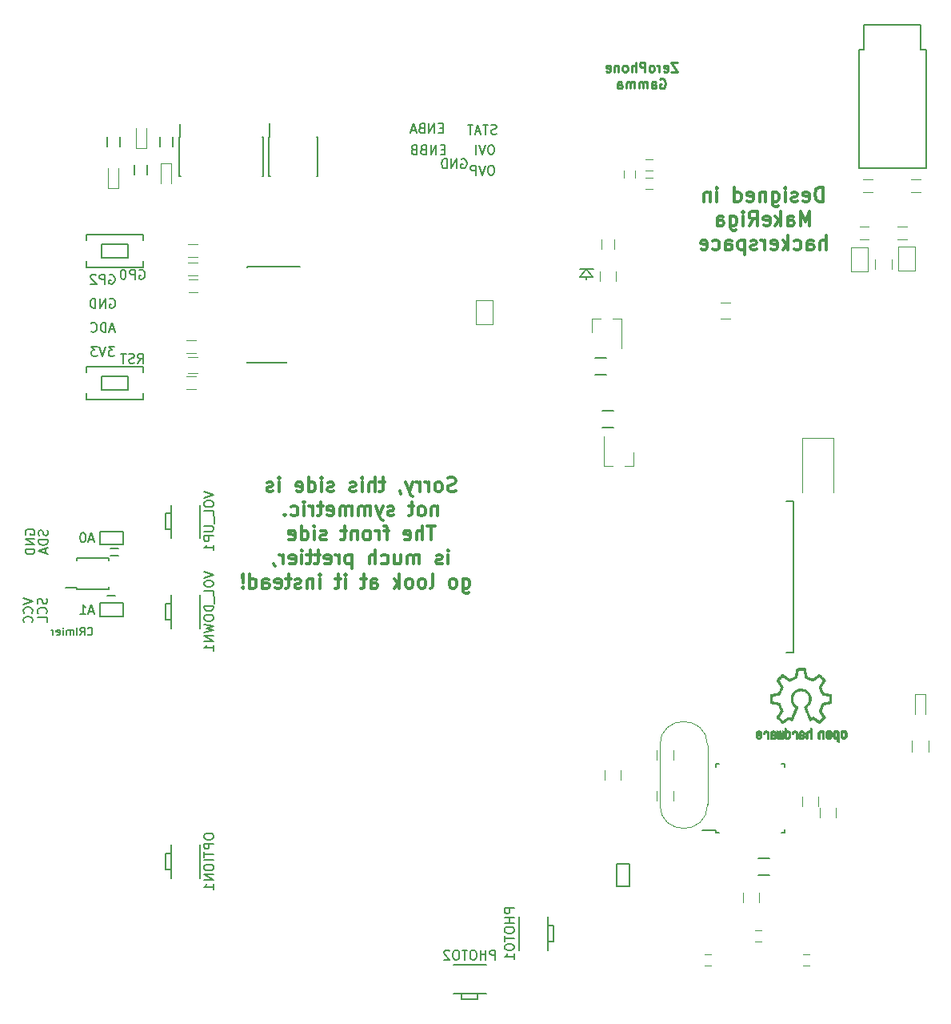
<source format=gbo>
%MOIN*%
%OFA0B0*%
%FSLAX46Y46*%
%IPPOS*%
%LPD*%
%ADD10C,0.0078740157480314977*%
%ADD11C,0.005905511811023622*%
%ADD22C,0.0039370078740157488*%
%ADD23C,0.00984251968503937*%
%ADD24C,0.011811023622047244*%
%ADD25C,0.0047244094488188976*%
%ADD26C,0.005905511811023622*%
%ADD27C,0.006000000000000001*%
%ADD28C,0.00039370078740157485*%
%ADD39C,0.0039370078740157488*%
%ADD40C,0.011811023622047244*%
%ADD41C,0.005905511811023622*%
%ADD52C,0.0078740157480314977*%
%ADD63C,0.0039370078740157488*%
%ADD64C,0.0078740157480314977*%
%ADD65C,0.005905511811023622*%
%ADD76C,0.0078740157480314977*%
%ADD77C,0.005905511811023622*%
%ADD78C,0.0047244094488188976*%
%ADD89C,0.0039370078740157488*%
%ADD90C,0.0047244094488188976*%
%ADD91C,0.005905511811023622*%
%LPD*%
G01G01G01G01*
D10*
D11*
X0001825459Y0003604426D02*
X0001812335Y0003604426D01*
X0001806711Y0003583803D02*
X0001825459Y0003583803D01*
X0001825459Y0003623173D01*
X0001806711Y0003623173D01*
X0001789838Y0003583803D02*
X0001789838Y0003623173D01*
X0001767341Y0003583803D01*
X0001767341Y0003623173D01*
X0001735469Y0003604426D02*
X0001729846Y0003602551D01*
X0001727971Y0003600676D01*
X0001726096Y0003596927D01*
X0001726096Y0003591302D01*
X0001727971Y0003587553D01*
X0001729846Y0003585677D01*
X0001733595Y0003583803D01*
X0001748592Y0003583803D01*
X0001748592Y0003623173D01*
X0001735469Y0003623173D01*
X0001731721Y0003621299D01*
X0001729846Y0003619424D01*
X0001727971Y0003615673D01*
X0001727971Y0003611925D01*
X0001729846Y0003608175D01*
X0001731721Y0003606301D01*
X0001735469Y0003604426D01*
X0001748592Y0003604426D01*
X0001711097Y0003595052D02*
X0001692350Y0003595052D01*
X0001714848Y0003583803D02*
X0001701724Y0003623173D01*
X0001688601Y0003583803D01*
X0001833271Y0003514426D02*
X0001820148Y0003514426D01*
X0001814523Y0003493803D02*
X0001833271Y0003493803D01*
X0001833271Y0003533173D01*
X0001814523Y0003533173D01*
X0001797650Y0003493803D02*
X0001797650Y0003533173D01*
X0001775153Y0003493803D01*
X0001775153Y0003533173D01*
X0001743281Y0003514426D02*
X0001737658Y0003512551D01*
X0001735783Y0003510676D01*
X0001733908Y0003506927D01*
X0001733908Y0003501302D01*
X0001735783Y0003497552D01*
X0001737658Y0003495678D01*
X0001741407Y0003493803D01*
X0001756405Y0003493803D01*
X0001756405Y0003533173D01*
X0001743281Y0003533173D01*
X0001739533Y0003531299D01*
X0001737658Y0003529424D01*
X0001735783Y0003525674D01*
X0001735783Y0003521925D01*
X0001737658Y0003518175D01*
X0001739533Y0003516301D01*
X0001743281Y0003514426D01*
X0001756405Y0003514426D01*
X0001703912Y0003514426D02*
X0001698288Y0003512551D01*
X0001696413Y0003510676D01*
X0001694538Y0003506927D01*
X0001694538Y0003501302D01*
X0001696413Y0003497552D01*
X0001698288Y0003495678D01*
X0001702037Y0003493803D01*
X0001717035Y0003493803D01*
X0001717035Y0003533173D01*
X0001703912Y0003533173D01*
X0001700163Y0003531299D01*
X0001698288Y0003529424D01*
X0001696413Y0003525674D01*
X0001696413Y0003521925D01*
X0001698288Y0003518175D01*
X0001700163Y0003516301D01*
X0001703912Y0003514426D01*
X0001717035Y0003514426D01*
X0002030150Y0003448172D02*
X0002022650Y0003448172D01*
X0002018901Y0003446299D01*
X0002015151Y0003442549D01*
X0002013277Y0003435050D01*
X0002013277Y0003421926D01*
X0002015151Y0003414428D01*
X0002018901Y0003410678D01*
X0002022650Y0003408803D01*
X0002030150Y0003408803D01*
X0002033899Y0003410678D01*
X0002037649Y0003414428D01*
X0002039523Y0003421926D01*
X0002039523Y0003435050D01*
X0002037649Y0003442549D01*
X0002033899Y0003446299D01*
X0002030150Y0003448172D01*
X0002002028Y0003448172D02*
X0001988905Y0003408803D01*
X0001975781Y0003448172D01*
X0001962658Y0003408803D02*
X0001962658Y0003448172D01*
X0001947660Y0003448172D01*
X0001943910Y0003446299D01*
X0001942035Y0003444424D01*
X0001940161Y0003440674D01*
X0001940161Y0003435050D01*
X0001942035Y0003431301D01*
X0001943910Y0003429426D01*
X0001947660Y0003427551D01*
X0001962658Y0003427551D01*
X0002029837Y0003533173D02*
X0002022339Y0003533173D01*
X0002018590Y0003531299D01*
X0002014840Y0003527549D01*
X0002012965Y0003520050D01*
X0002012965Y0003506927D01*
X0002014840Y0003499428D01*
X0002018590Y0003495678D01*
X0002022339Y0003493803D01*
X0002029837Y0003493803D01*
X0002033588Y0003495678D01*
X0002037337Y0003499428D01*
X0002039212Y0003506927D01*
X0002039212Y0003520050D01*
X0002037337Y0003527549D01*
X0002033588Y0003531299D01*
X0002029837Y0003533173D01*
X0002001717Y0003533173D02*
X0001988593Y0003493803D01*
X0001975470Y0003533173D01*
X0001962347Y0003493803D02*
X0001962347Y0003533173D01*
X0002047959Y0003580678D02*
X0002042335Y0003578803D01*
X0002032962Y0003578803D01*
X0002029211Y0003580678D01*
X0002027337Y0003582553D01*
X0002025462Y0003586302D01*
X0002025462Y0003590052D01*
X0002027337Y0003593802D01*
X0002029211Y0003595676D01*
X0002032962Y0003597551D01*
X0002040461Y0003599426D01*
X0002044210Y0003601301D01*
X0002046085Y0003603175D01*
X0002047959Y0003606925D01*
X0002047959Y0003610674D01*
X0002046085Y0003614424D01*
X0002044210Y0003616298D01*
X0002040461Y0003618172D01*
X0002031086Y0003618172D01*
X0002025462Y0003616298D01*
X0002014214Y0003618172D02*
X0001991716Y0003618172D01*
X0002002965Y0003578803D02*
X0002002965Y0003618172D01*
X0001980467Y0003590052D02*
X0001961720Y0003590052D01*
X0001984218Y0003578803D02*
X0001971094Y0003618172D01*
X0001957971Y0003578803D01*
X0001950472Y0003618172D02*
X0001927975Y0003618172D01*
X0001939223Y0003578803D02*
X0001939223Y0003618172D01*
X0001902338Y0003473798D02*
X0001906088Y0003475672D01*
X0001911712Y0003475672D01*
X0001917336Y0003473798D01*
X0001921085Y0003470049D01*
X0001922960Y0003466300D01*
X0001924835Y0003458801D01*
X0001924835Y0003453176D01*
X0001922960Y0003445677D01*
X0001921085Y0003441928D01*
X0001917336Y0003438178D01*
X0001911712Y0003436303D01*
X0001907962Y0003436303D01*
X0001902338Y0003438178D01*
X0001900463Y0003440053D01*
X0001900463Y0003453176D01*
X0001907962Y0003453176D01*
X0001883590Y0003436303D02*
X0001883590Y0003475672D01*
X0001861093Y0003436303D01*
X0001861093Y0003475672D01*
X0001842346Y0003436303D02*
X0001842346Y0003475672D01*
X0001832972Y0003475672D01*
X0001827348Y0003473798D01*
X0001823598Y0003470049D01*
X0001821723Y0003466300D01*
X0001819849Y0003458801D01*
X0001819849Y0003453176D01*
X0001821723Y0003445677D01*
X0001823598Y0003441928D01*
X0001827348Y0003438178D01*
X0001832972Y0003436303D01*
X0001842346Y0003436303D01*
G01G01G01G01G01G01G01G01*
D22*
D23*
X0002802642Y0003877819D02*
X0002776395Y0003877819D01*
X0002802642Y0003838449D01*
X0002776395Y0003838449D01*
X0002746399Y0003840324D02*
X0002750149Y0003838449D01*
X0002757648Y0003838449D01*
X0002761397Y0003840324D01*
X0002763272Y0003844073D01*
X0002763272Y0003859072D01*
X0002761397Y0003862821D01*
X0002757648Y0003864696D01*
X0002750149Y0003864696D01*
X0002746399Y0003862821D01*
X0002744524Y0003859072D01*
X0002744524Y0003855322D01*
X0002763272Y0003851572D01*
X0002727652Y0003838449D02*
X0002727652Y0003864696D01*
X0002727652Y0003857196D02*
X0002725777Y0003860946D01*
X0002723901Y0003862821D01*
X0002720152Y0003864696D01*
X0002716403Y0003864696D01*
X0002697655Y0003838449D02*
X0002701405Y0003840324D01*
X0002703280Y0003842199D01*
X0002705154Y0003845948D01*
X0002705154Y0003857196D01*
X0002703280Y0003860946D01*
X0002701405Y0003862821D01*
X0002697655Y0003864696D01*
X0002692031Y0003864696D01*
X0002688281Y0003862821D01*
X0002686407Y0003860946D01*
X0002684532Y0003857196D01*
X0002684532Y0003845948D01*
X0002686407Y0003842199D01*
X0002688281Y0003840324D01*
X0002692031Y0003838449D01*
X0002697655Y0003838449D01*
X0002667659Y0003838449D02*
X0002667659Y0003877819D01*
X0002652661Y0003877819D01*
X0002648911Y0003875944D01*
X0002647037Y0003874070D01*
X0002645162Y0003870320D01*
X0002645162Y0003864696D01*
X0002647037Y0003860946D01*
X0002648911Y0003859072D01*
X0002652661Y0003857196D01*
X0002667659Y0003857196D01*
X0002628289Y0003838449D02*
X0002628289Y0003877819D01*
X0002611416Y0003838449D02*
X0002611416Y0003859072D01*
X0002613291Y0003862821D01*
X0002617040Y0003864696D01*
X0002622665Y0003864696D01*
X0002626414Y0003862821D01*
X0002628289Y0003860946D01*
X0002587044Y0003838449D02*
X0002590794Y0003840324D01*
X0002592668Y0003842199D01*
X0002594543Y0003845948D01*
X0002594543Y0003857196D01*
X0002592668Y0003860946D01*
X0002590794Y0003862821D01*
X0002587044Y0003864696D01*
X0002581420Y0003864696D01*
X0002577670Y0003862821D01*
X0002575795Y0003860946D01*
X0002573921Y0003857196D01*
X0002573921Y0003845948D01*
X0002575795Y0003842199D01*
X0002577670Y0003840324D01*
X0002581420Y0003838449D01*
X0002587044Y0003838449D01*
X0002557048Y0003864696D02*
X0002557048Y0003838449D01*
X0002557048Y0003860946D02*
X0002555173Y0003862821D01*
X0002551424Y0003864696D01*
X0002545799Y0003864696D01*
X0002542050Y0003862821D01*
X0002540175Y0003859072D01*
X0002540175Y0003838449D01*
X0002506429Y0003840324D02*
X0002510179Y0003838449D01*
X0002517678Y0003838449D01*
X0002521427Y0003840324D01*
X0002523302Y0003844073D01*
X0002523302Y0003859072D01*
X0002521427Y0003862821D01*
X0002517678Y0003864696D01*
X0002510179Y0003864696D01*
X0002506429Y0003862821D01*
X0002504554Y0003859072D01*
X0002504554Y0003855322D01*
X0002523302Y0003851572D01*
X0002730464Y0003807047D02*
X0002734212Y0003808922D01*
X0002739837Y0003808922D01*
X0002745462Y0003807047D01*
X0002749211Y0003803297D01*
X0002751086Y0003799548D01*
X0002752961Y0003792049D01*
X0002752961Y0003786424D01*
X0002751086Y0003778925D01*
X0002749211Y0003775176D01*
X0002745462Y0003771425D01*
X0002739837Y0003769551D01*
X0002736088Y0003769551D01*
X0002730464Y0003771425D01*
X0002728589Y0003773301D01*
X0002728589Y0003786424D01*
X0002736088Y0003786424D01*
X0002694843Y0003769551D02*
X0002694843Y0003790174D01*
X0002696718Y0003793923D01*
X0002700467Y0003795797D01*
X0002707966Y0003795797D01*
X0002711716Y0003793923D01*
X0002694843Y0003771425D02*
X0002698593Y0003769551D01*
X0002707966Y0003769551D01*
X0002711716Y0003771425D01*
X0002713591Y0003775176D01*
X0002713591Y0003778925D01*
X0002711716Y0003782675D01*
X0002707966Y0003784550D01*
X0002698593Y0003784550D01*
X0002694843Y0003786424D01*
X0002676095Y0003769551D02*
X0002676095Y0003795797D01*
X0002676095Y0003792049D02*
X0002674221Y0003793923D01*
X0002670471Y0003795797D01*
X0002664847Y0003795797D01*
X0002661097Y0003793923D01*
X0002659222Y0003790174D01*
X0002659222Y0003769551D01*
X0002659222Y0003790174D02*
X0002657348Y0003793923D01*
X0002653598Y0003795797D01*
X0002647973Y0003795797D01*
X0002644224Y0003793923D01*
X0002642350Y0003790174D01*
X0002642350Y0003769551D01*
X0002623601Y0003769551D02*
X0002623601Y0003795797D01*
X0002623601Y0003792049D02*
X0002621727Y0003793923D01*
X0002617978Y0003795797D01*
X0002612353Y0003795797D01*
X0002608604Y0003793923D01*
X0002606729Y0003790174D01*
X0002606729Y0003769551D01*
X0002606729Y0003790174D02*
X0002604854Y0003793923D01*
X0002601105Y0003795797D01*
X0002595481Y0003795797D01*
X0002591731Y0003793923D01*
X0002589856Y0003790174D01*
X0002589856Y0003769551D01*
X0002554236Y0003769551D02*
X0002554236Y0003790174D01*
X0002556110Y0003793923D01*
X0002559860Y0003795797D01*
X0002567359Y0003795797D01*
X0002571109Y0003793923D01*
X0002554236Y0003771425D02*
X0002557985Y0003769551D01*
X0002567359Y0003769551D01*
X0002571109Y0003771425D01*
X0002572983Y0003775176D01*
X0002572983Y0003778925D01*
X0002571109Y0003782675D01*
X0002567359Y0003784550D01*
X0002557985Y0003784550D01*
X0002554236Y0003786424D01*
D24*
X0003409130Y0003298489D02*
X0003409130Y0003357544D01*
X0003395069Y0003357544D01*
X0003386633Y0003354732D01*
X0003381008Y0003349107D01*
X0003378196Y0003343483D01*
X0003375384Y0003332235D01*
X0003375384Y0003323797D01*
X0003378196Y0003312550D01*
X0003381008Y0003306925D01*
X0003386633Y0003301301D01*
X0003395069Y0003298489D01*
X0003409130Y0003298489D01*
X0003327578Y0003301301D02*
X0003333202Y0003298489D01*
X0003344451Y0003298489D01*
X0003350075Y0003301301D01*
X0003352887Y0003306925D01*
X0003352887Y0003329422D01*
X0003350075Y0003335047D01*
X0003344451Y0003337859D01*
X0003333202Y0003337859D01*
X0003327578Y0003335047D01*
X0003324766Y0003329422D01*
X0003324766Y0003323797D01*
X0003352887Y0003318174D01*
X0003302268Y0003301301D02*
X0003296644Y0003298489D01*
X0003285395Y0003298489D01*
X0003279771Y0003301301D01*
X0003276959Y0003306925D01*
X0003276959Y0003309736D01*
X0003279771Y0003315362D01*
X0003285395Y0003318174D01*
X0003293832Y0003318174D01*
X0003299456Y0003320986D01*
X0003302268Y0003326610D01*
X0003302268Y0003329422D01*
X0003299456Y0003335047D01*
X0003293832Y0003337859D01*
X0003285395Y0003337859D01*
X0003279771Y0003335047D01*
X0003251650Y0003298489D02*
X0003251650Y0003337859D01*
X0003251650Y0003357544D02*
X0003254462Y0003354732D01*
X0003251650Y0003351920D01*
X0003248838Y0003354732D01*
X0003251650Y0003357544D01*
X0003251650Y0003351920D01*
X0003198219Y0003337859D02*
X0003198219Y0003290052D01*
X0003201031Y0003284428D01*
X0003203843Y0003281616D01*
X0003209467Y0003278804D01*
X0003217904Y0003278804D01*
X0003223528Y0003281616D01*
X0003198219Y0003301301D02*
X0003203843Y0003298489D01*
X0003215092Y0003298489D01*
X0003220715Y0003301301D01*
X0003223528Y0003304113D01*
X0003226340Y0003309736D01*
X0003226340Y0003326610D01*
X0003223528Y0003332235D01*
X0003220715Y0003335047D01*
X0003215092Y0003337859D01*
X0003203843Y0003337859D01*
X0003198219Y0003335047D01*
X0003170097Y0003337859D02*
X0003170097Y0003298489D01*
X0003170097Y0003332235D02*
X0003167285Y0003335047D01*
X0003161661Y0003337859D01*
X0003153224Y0003337859D01*
X0003147600Y0003335047D01*
X0003144788Y0003329422D01*
X0003144788Y0003298489D01*
X0003094169Y0003301301D02*
X0003099794Y0003298489D01*
X0003111042Y0003298489D01*
X0003116667Y0003301301D01*
X0003119479Y0003306925D01*
X0003119479Y0003329422D01*
X0003116667Y0003335047D01*
X0003111042Y0003337859D01*
X0003099794Y0003337859D01*
X0003094169Y0003335047D01*
X0003091357Y0003329422D01*
X0003091357Y0003323797D01*
X0003119479Y0003318174D01*
X0003040739Y0003298489D02*
X0003040739Y0003357544D01*
X0003040739Y0003301301D02*
X0003046363Y0003298489D01*
X0003057610Y0003298489D01*
X0003063236Y0003301301D01*
X0003066048Y0003304113D01*
X0003068860Y0003309736D01*
X0003068860Y0003326610D01*
X0003066048Y0003332235D01*
X0003063236Y0003335047D01*
X0003057610Y0003337859D01*
X0003046363Y0003337859D01*
X0003040739Y0003335047D01*
X0002967623Y0003298489D02*
X0002967623Y0003337859D01*
X0002967623Y0003357544D02*
X0002970435Y0003354732D01*
X0002967623Y0003351920D01*
X0002964810Y0003354732D01*
X0002967623Y0003357544D01*
X0002967623Y0003351920D01*
X0002939501Y0003337859D02*
X0002939501Y0003298489D01*
X0002939501Y0003332235D02*
X0002936689Y0003335047D01*
X0002931065Y0003337859D01*
X0002922628Y0003337859D01*
X0002917004Y0003335047D01*
X0002914192Y0003329422D01*
X0002914192Y0003298489D01*
X0003354292Y0003198095D02*
X0003354292Y0003257150D01*
X0003334608Y0003214968D01*
X0003314923Y0003257150D01*
X0003314923Y0003198095D01*
X0003261492Y0003198095D02*
X0003261492Y0003229028D01*
X0003264304Y0003234652D01*
X0003269929Y0003237465D01*
X0003281176Y0003237465D01*
X0003286802Y0003234652D01*
X0003261492Y0003200907D02*
X0003267115Y0003198095D01*
X0003281176Y0003198095D01*
X0003286802Y0003200907D01*
X0003289614Y0003206532D01*
X0003289614Y0003212156D01*
X0003286802Y0003217780D01*
X0003281176Y0003220591D01*
X0003267115Y0003220591D01*
X0003261492Y0003223404D01*
X0003233371Y0003198095D02*
X0003233371Y0003257150D01*
X0003227746Y0003220591D02*
X0003210873Y0003198095D01*
X0003210873Y0003237465D02*
X0003233371Y0003214968D01*
X0003163067Y0003200907D02*
X0003168691Y0003198095D01*
X0003179940Y0003198095D01*
X0003185564Y0003200907D01*
X0003188376Y0003206532D01*
X0003188376Y0003229028D01*
X0003185564Y0003234652D01*
X0003179940Y0003237465D01*
X0003168691Y0003237465D01*
X0003163067Y0003234652D01*
X0003160255Y0003229028D01*
X0003160255Y0003223404D01*
X0003188376Y0003217780D01*
X0003101200Y0003198095D02*
X0003120885Y0003226217D01*
X0003134945Y0003198095D02*
X0003134945Y0003257150D01*
X0003112448Y0003257150D01*
X0003106824Y0003254338D01*
X0003104012Y0003251526D01*
X0003101200Y0003245902D01*
X0003101200Y0003237465D01*
X0003104012Y0003231841D01*
X0003106824Y0003229028D01*
X0003112448Y0003226217D01*
X0003134945Y0003226217D01*
X0003075890Y0003198095D02*
X0003075890Y0003237465D01*
X0003075890Y0003257150D02*
X0003078703Y0003254338D01*
X0003075890Y0003251526D01*
X0003073078Y0003254338D01*
X0003075890Y0003257150D01*
X0003075890Y0003251526D01*
X0003022460Y0003237465D02*
X0003022460Y0003189659D01*
X0003025272Y0003184034D01*
X0003028084Y0003181222D01*
X0003033708Y0003178410D01*
X0003042145Y0003178410D01*
X0003047769Y0003181222D01*
X0003022460Y0003200907D02*
X0003028084Y0003198095D01*
X0003039332Y0003198095D01*
X0003044957Y0003200907D01*
X0003047769Y0003203719D01*
X0003050581Y0003209344D01*
X0003050581Y0003226217D01*
X0003047769Y0003231841D01*
X0003044957Y0003234652D01*
X0003039332Y0003237465D01*
X0003028084Y0003237465D01*
X0003022460Y0003234652D01*
X0002969029Y0003198095D02*
X0002969029Y0003229028D01*
X0002971841Y0003234652D01*
X0002977465Y0003237465D01*
X0002988714Y0003237465D01*
X0002994337Y0003234652D01*
X0002969029Y0003200907D02*
X0002974653Y0003198095D01*
X0002988714Y0003198095D01*
X0002994337Y0003200907D01*
X0002997150Y0003206532D01*
X0002997150Y0003212156D01*
X0002994337Y0003217780D01*
X0002988714Y0003220591D01*
X0002974653Y0003220591D01*
X0002969029Y0003223404D01*
X0003421785Y0003097701D02*
X0003421785Y0003156757D01*
X0003396475Y0003097701D02*
X0003396475Y0003128635D01*
X0003399287Y0003134259D01*
X0003404912Y0003137072D01*
X0003413348Y0003137072D01*
X0003418971Y0003134259D01*
X0003421785Y0003131447D01*
X0003343044Y0003097701D02*
X0003343044Y0003128635D01*
X0003345857Y0003134259D01*
X0003351481Y0003137072D01*
X0003362730Y0003137072D01*
X0003368353Y0003134259D01*
X0003343044Y0003100514D02*
X0003348669Y0003097701D01*
X0003362730Y0003097701D01*
X0003368353Y0003100514D01*
X0003371166Y0003106138D01*
X0003371166Y0003111761D01*
X0003368353Y0003117386D01*
X0003362730Y0003120199D01*
X0003348669Y0003120199D01*
X0003343044Y0003123011D01*
X0003289614Y0003100514D02*
X0003295237Y0003097701D01*
X0003306487Y0003097701D01*
X0003312111Y0003100514D01*
X0003314923Y0003103326D01*
X0003317735Y0003108950D01*
X0003317735Y0003125822D01*
X0003314923Y0003131447D01*
X0003312111Y0003134259D01*
X0003306487Y0003137072D01*
X0003295237Y0003137072D01*
X0003289614Y0003134259D01*
X0003264304Y0003097701D02*
X0003264304Y0003156757D01*
X0003258680Y0003120199D02*
X0003241807Y0003097701D01*
X0003241807Y0003137072D02*
X0003264304Y0003114574D01*
X0003194001Y0003100514D02*
X0003199625Y0003097701D01*
X0003210873Y0003097701D01*
X0003216497Y0003100514D01*
X0003219310Y0003106138D01*
X0003219310Y0003128635D01*
X0003216497Y0003134259D01*
X0003210873Y0003137072D01*
X0003199625Y0003137072D01*
X0003194001Y0003134259D01*
X0003191188Y0003128635D01*
X0003191188Y0003123011D01*
X0003219310Y0003117386D01*
X0003165879Y0003097701D02*
X0003165879Y0003137072D01*
X0003165879Y0003125822D02*
X0003163067Y0003131447D01*
X0003160255Y0003134259D01*
X0003154630Y0003137072D01*
X0003149006Y0003137072D01*
X0003132132Y0003100514D02*
X0003126509Y0003097701D01*
X0003115260Y0003097701D01*
X0003109636Y0003100514D01*
X0003106824Y0003106138D01*
X0003106824Y0003108950D01*
X0003109636Y0003114574D01*
X0003115260Y0003117386D01*
X0003123697Y0003117386D01*
X0003129321Y0003120199D01*
X0003132132Y0003125822D01*
X0003132132Y0003128635D01*
X0003129321Y0003134259D01*
X0003123697Y0003137072D01*
X0003115260Y0003137072D01*
X0003109636Y0003134259D01*
X0003081514Y0003137072D02*
X0003081514Y0003078016D01*
X0003081514Y0003134259D02*
X0003075890Y0003137072D01*
X0003064642Y0003137072D01*
X0003059016Y0003134259D01*
X0003056205Y0003131447D01*
X0003053393Y0003125822D01*
X0003053393Y0003108950D01*
X0003056205Y0003103326D01*
X0003059016Y0003100514D01*
X0003064642Y0003097701D01*
X0003075890Y0003097701D01*
X0003081514Y0003100514D01*
X0003002774Y0003097701D02*
X0003002774Y0003128635D01*
X0003005587Y0003134259D01*
X0003011211Y0003137072D01*
X0003022460Y0003137072D01*
X0003028084Y0003134259D01*
X0003002774Y0003100514D02*
X0003008398Y0003097701D01*
X0003022460Y0003097701D01*
X0003028084Y0003100514D01*
X0003030896Y0003106138D01*
X0003030896Y0003111761D01*
X0003028084Y0003117386D01*
X0003022460Y0003120199D01*
X0003008398Y0003120199D01*
X0003002774Y0003123011D01*
X0002949344Y0003100514D02*
X0002954968Y0003097701D01*
X0002966217Y0003097701D01*
X0002971841Y0003100514D01*
X0002974653Y0003103326D01*
X0002977465Y0003108950D01*
X0002977465Y0003125822D01*
X0002974653Y0003131447D01*
X0002971841Y0003134259D01*
X0002966217Y0003137072D01*
X0002954968Y0003137072D01*
X0002949344Y0003134259D01*
X0002901537Y0003100514D02*
X0002907161Y0003097701D01*
X0002918409Y0003097701D01*
X0002924034Y0003100514D01*
X0002926847Y0003106138D01*
X0002926847Y0003128635D01*
X0002924034Y0003134259D01*
X0002918409Y0003137072D01*
X0002907161Y0003137072D01*
X0002901537Y0003134259D01*
X0002898725Y0003128635D01*
X0002898725Y0003123011D01*
X0002926847Y0003117386D01*
D25*
X0002446456Y0002811731D02*
X0002483070Y0002811731D01*
X0002570866Y0002811731D02*
X0002534251Y0002811731D01*
X0002570866Y0002811731D02*
X0002570866Y0002687321D01*
X0002446456Y0002811731D02*
X0002446456Y0002754251D01*
D26*
X0002423161Y0003015979D02*
X0002423161Y0003021879D01*
X0002423161Y0002982579D02*
X0002423161Y0002974679D01*
X0002423161Y0003015979D02*
X0002452661Y0003015979D01*
X0002423161Y0003015979D02*
X0002395561Y0003015979D01*
X0002423161Y0003015979D02*
X0002395561Y0002982579D01*
X0002395561Y0002982579D02*
X0002450761Y0002982579D01*
X0002450761Y0002982579D02*
X0002423161Y0003015979D01*
X0002963444Y0000671594D02*
X0002963444Y0000680451D01*
X0003248877Y0000671594D02*
X0003248877Y0000684389D01*
X0003248877Y0000957026D02*
X0003248877Y0000944232D01*
X0002963444Y0000957026D02*
X0002963444Y0000944232D01*
X0002963444Y0000671594D02*
X0002976240Y0000671594D01*
X0002963444Y0000957026D02*
X0002976240Y0000957026D01*
X0003248877Y0000957026D02*
X0003236082Y0000957026D01*
X0003248877Y0000671594D02*
X0003236082Y0000671594D01*
X0002963444Y0000680451D02*
X0002907342Y0000680451D01*
X0003187283Y0000563759D02*
X0003140039Y0000563759D01*
X0003140039Y0000494862D02*
X0003187283Y0000494862D01*
X0002507283Y0002646259D02*
X0002460039Y0002646259D01*
X0002460039Y0002577362D02*
X0002507283Y0002577362D01*
X0002537283Y0002426259D02*
X0002490039Y0002426259D01*
X0002490039Y0002357362D02*
X0002537283Y0002357362D01*
D27*
X0003254921Y0002051810D02*
X0003284921Y0002051810D01*
X0003284921Y0002051810D02*
X0003284921Y0001421811D01*
X0003284921Y0001421811D02*
X0003254921Y0001421811D01*
D25*
X0003793700Y0003111810D02*
X0003793700Y0003011811D01*
X0003723622Y0003011811D02*
X0003723622Y0003111810D01*
X0003723622Y0003011811D02*
X0003793700Y0003011811D01*
X0003793700Y0003111810D02*
X0003723622Y0003111810D01*
X0003526122Y0003006810D02*
X0003526122Y0003106811D01*
X0003596200Y0003106811D02*
X0003596200Y0003006810D01*
X0003596200Y0003106811D02*
X0003526122Y0003106811D01*
X0003526122Y0003006810D02*
X0003596200Y0003006810D01*
X0002620866Y0002196889D02*
X0002584251Y0002196889D01*
X0002496456Y0002196889D02*
X0002533069Y0002196889D01*
X0002496456Y0002196889D02*
X0002496456Y0002321299D01*
X0002620866Y0002196889D02*
X0002620866Y0002254370D01*
X0002928070Y0001033779D02*
G75*
G03G03G03G03X0002729251Y0001033779I-0000099409D01X0002729251Y0001033779I-0000099409D01X0002729251Y0001033779I-0000099409D01G03G03X0002729251Y0001033779I-0000099409D01G03G03X0002729251Y0001033779I-0000099409D01X0002729251Y0001033779I-0000099409D01X0002729251Y0001033779I-0000099409D01X0002729251Y0001033779I-0000099409D01*
G01G01G01G01G01G01G01G01*
X0002928070Y0000787715D02*
G75*
G02G02G02G02X0002729251Y0000787715I-0000099409D01X0002729251Y0000787715I-0000099409D01X0002729251Y0000787715I-0000099409D01G02G02X0002729251Y0000787715I-0000099409D01G02G02X0002729251Y0000787715I-0000099409D01X0002729251Y0000787715I-0000099409D01X0002729251Y0000787715I-0000099409D01X0002729251Y0000787715I-0000099409D01*
G01G01G01G01G01G01G01G01*
X0002729251Y0001033779D02*
X0002729251Y0000787715D01*
X0002928070Y0001033779D02*
X0002928070Y0000787715D01*
X0002717696Y0000804625D02*
X0002717696Y0000843996D01*
X0002784625Y0000843996D02*
X0002784625Y0000804625D01*
X0002784625Y0001013995D02*
X0002784625Y0000974625D01*
X0002717696Y0000974625D02*
X0002717696Y0001013995D01*
X0002567125Y0000931496D02*
X0002567125Y0000892124D01*
X0002500196Y0000892124D02*
X0002500196Y0000931496D01*
X0003323196Y0000782125D02*
X0003323196Y0000821496D01*
X0003390125Y0000821496D02*
X0003390125Y0000782125D01*
X0003022345Y0002810346D02*
X0002982976Y0002810346D01*
X0002982976Y0002877275D02*
X0003022345Y0002877275D01*
X0003395196Y0000734124D02*
X0003395196Y0000773496D01*
X0003462125Y0000773496D02*
X0003462125Y0000734124D01*
X0003694624Y0003056708D02*
X0003694624Y0003017338D01*
X0003627696Y0003017338D02*
X0003627696Y0003056708D01*
X0002697842Y0003475433D02*
X0002670283Y0003475433D01*
X0002670283Y0003428188D02*
X0002697842Y0003428188D01*
X0002579038Y0003425590D02*
X0002579038Y0003398031D01*
X0002626283Y0003398031D02*
X0002626283Y0003425590D01*
X0002670283Y0003350188D02*
X0002697842Y0003350188D01*
X0002697842Y0003397433D02*
X0002670283Y0003397433D01*
X0002914881Y0000118188D02*
X0002942440Y0000118188D01*
X0002942440Y0000165433D02*
X0002914881Y0000165433D01*
X0003124881Y0000218188D02*
X0003152440Y0000218188D01*
X0003152440Y0000265433D02*
X0003124881Y0000265433D01*
X0003324881Y0000118188D02*
X0003352439Y0000118188D01*
X0003352439Y0000165433D02*
X0003324881Y0000165433D01*
X0002478346Y0002968503D02*
X0002478346Y0003007874D01*
X0002545275Y0003007874D02*
X0002545275Y0002968503D01*
X0003075196Y0000382125D02*
X0003075196Y0000421496D01*
X0003142125Y0000421496D02*
X0003142125Y0000382125D01*
X0003792007Y0001247992D02*
X0003835314Y0001247992D01*
X0003835314Y0001247992D02*
X0003835314Y0001165314D01*
X0003792007Y0001247992D02*
X0003792007Y0001165314D01*
D26*
X0002548602Y0000541614D02*
X0002548602Y0000447124D01*
X0002603719Y0000541614D02*
X0002548602Y0000541614D01*
X0002603719Y0000447124D02*
X0002603719Y0000541614D01*
X0002548602Y0000447124D02*
X0002603719Y0000447124D01*
D25*
X0003816653Y0003391082D02*
X0003777283Y0003391082D01*
X0003777283Y0003337539D02*
X0003816653Y0003337539D01*
X0003615039Y0003391082D02*
X0003575669Y0003391082D01*
X0003575669Y0003337539D02*
X0003615039Y0003337539D01*
X0003718976Y0003140039D02*
X0003758346Y0003140039D01*
X0003758346Y0003193582D02*
X0003718976Y0003193582D01*
X0003600846Y0003193582D02*
X0003561476Y0003193582D01*
X0003561476Y0003140039D02*
X0003600846Y0003140039D01*
X0002485889Y0003141496D02*
X0002485889Y0003102125D01*
X0002539433Y0003102125D02*
X0002539433Y0003141496D01*
X0003848307Y0001005687D02*
X0003848307Y0001052933D01*
X0003779015Y0001052933D02*
X0003779015Y0001005687D01*
D28*
G36*
X0003463360Y0001097619D02*
X0003462786Y0001097602D01*
X0003461589Y0001097554D01*
X0003460698Y0001097487D01*
X0003460001Y0001097385D01*
X0003459391Y0001097228D01*
X0003458752Y0001097000D01*
X0003458557Y0001096921D01*
X0003456433Y0001095841D01*
X0003454541Y0001094430D01*
X0003452912Y0001092725D01*
X0003451581Y0001090763D01*
X0003450582Y0001088579D01*
X0003450424Y0001088115D01*
X0003449880Y0001086427D01*
X0003449958Y0001078546D01*
X0003449978Y0001076509D01*
X0003450001Y0001074843D01*
X0003450025Y0001073501D01*
X0003450055Y0001072437D01*
X0003450093Y0001071603D01*
X0003450141Y0001070955D01*
X0003450203Y0001070445D01*
X0003450281Y0001070028D01*
X0003450378Y0001069656D01*
X0003450488Y0001069307D01*
X0003451331Y0001067366D01*
X0003452503Y0001065540D01*
X0003453944Y0001063892D01*
X0003455591Y0001062482D01*
X0003457386Y0001061373D01*
X0003459045Y0001060691D01*
X0003461220Y0001060192D01*
X0003463467Y0001060017D01*
X0003465667Y0001060167D01*
X0003467151Y0001060479D01*
X0003467619Y0001060609D01*
X0003467619Y0001056034D01*
X0003467622Y0001054523D01*
X0003467633Y0001053375D01*
X0003467657Y0001052534D01*
X0003467698Y0001051948D01*
X0003467758Y0001051561D01*
X0003467844Y0001051320D01*
X0003467958Y0001051170D01*
X0003467984Y0001051147D01*
X0003468356Y0001050912D01*
X0003469034Y0001050560D01*
X0003469932Y0001050129D01*
X0003470967Y0001049654D01*
X0003472057Y0001049173D01*
X0003473117Y0001048722D01*
X0003474067Y0001048338D01*
X0003474820Y0001048057D01*
X0003475294Y0001047917D01*
X0003475328Y0001047911D01*
X0003475953Y0001047914D01*
X0003476383Y0001048171D01*
X0003476422Y0001048213D01*
X0003476485Y0001048300D01*
X0003476539Y0001048437D01*
X0003476587Y0001048645D01*
X0003476628Y0001048953D01*
X0003476663Y0001049385D01*
X0003476692Y0001049966D01*
X0003476717Y0001050723D01*
X0003476737Y0001051681D01*
X0003476753Y0001052865D01*
X0003476764Y0001054302D01*
X0003476773Y0001056016D01*
X0003476779Y0001058034D01*
X0003476783Y0001060380D01*
X0003476785Y0001063081D01*
X0003476786Y0001066161D01*
X0003476786Y0001067623D01*
X0003476786Y0001078894D01*
X0003467411Y0001078894D01*
X0003467410Y0001076951D01*
X0003467401Y0001075378D01*
X0003467379Y0001074128D01*
X0003467335Y0001073156D01*
X0003467262Y0001072415D01*
X0003467154Y0001071857D01*
X0003467003Y0001071438D01*
X0003466802Y0001071109D01*
X0003466544Y0001070825D01*
X0003466222Y0001070539D01*
X0003466116Y0001070450D01*
X0003465008Y0001069731D01*
X0003463839Y0001069357D01*
X0003462684Y0001069343D01*
X0003461724Y0001069647D01*
X0003461096Y0001070034D01*
X0003460490Y0001070509D01*
X0003460465Y0001070532D01*
X0003460136Y0001070846D01*
X0003459871Y0001071143D01*
X0003459665Y0001071470D01*
X0003459509Y0001071876D01*
X0003459397Y0001072408D01*
X0003459323Y0001073113D01*
X0003459279Y0001074040D01*
X0003459257Y0001075236D01*
X0003459253Y0001076749D01*
X0003459257Y0001078626D01*
X0003459258Y0001078830D01*
X0003459264Y0001080664D01*
X0003459276Y0001082131D01*
X0003459294Y0001083277D01*
X0003459321Y0001084154D01*
X0003459360Y0001084808D01*
X0003459415Y0001085289D01*
X0003459488Y0001085645D01*
X0003459580Y0001085925D01*
X0003459697Y0001086176D01*
X0003460398Y0001087131D01*
X0003461357Y0001087860D01*
X0003462472Y0001088320D01*
X0003463648Y0001088474D01*
X0003464783Y0001088279D01*
X0003464844Y0001088256D01*
X0003465507Y0001087876D01*
X0003466221Y0001087269D01*
X0003466839Y0001086574D01*
X0003467116Y0001086144D01*
X0003467201Y0001085904D01*
X0003467268Y0001085519D01*
X0003467322Y0001084946D01*
X0003467360Y0001084143D01*
X0003467387Y0001083070D01*
X0003467403Y0001081684D01*
X0003467410Y0001079945D01*
X0003467411Y0001078894D01*
X0003476786Y0001078894D01*
X0003476786Y0001086633D01*
X0003476250Y0001088232D01*
X0003475647Y0001089800D01*
X0003474939Y0001091138D01*
X0003474041Y0001092383D01*
X0003472867Y0001093670D01*
X0003472738Y0001093799D01*
X0003471053Y0001095274D01*
X0003469301Y0001096381D01*
X0003467404Y0001097169D01*
X0003466849Y0001097335D01*
X0003466162Y0001097494D01*
X0003465422Y0001097589D01*
X0003464524Y0001097629D01*
X0003463360Y0001097619D01*
X0003463360Y0001097619D01*
G37*
X0003463360Y0001097619D02*
X0003462786Y0001097602D01*
X0003461589Y0001097554D01*
X0003460698Y0001097487D01*
X0003460001Y0001097385D01*
X0003459391Y0001097228D01*
X0003458752Y0001097000D01*
X0003458557Y0001096921D01*
X0003456433Y0001095841D01*
X0003454541Y0001094430D01*
X0003452912Y0001092725D01*
X0003451581Y0001090763D01*
X0003450582Y0001088579D01*
X0003450424Y0001088115D01*
X0003449880Y0001086427D01*
X0003449958Y0001078546D01*
X0003449978Y0001076509D01*
X0003450001Y0001074843D01*
X0003450025Y0001073501D01*
X0003450055Y0001072437D01*
X0003450093Y0001071603D01*
X0003450141Y0001070955D01*
X0003450203Y0001070445D01*
X0003450281Y0001070028D01*
X0003450378Y0001069656D01*
X0003450488Y0001069307D01*
X0003451331Y0001067366D01*
X0003452503Y0001065540D01*
X0003453944Y0001063892D01*
X0003455591Y0001062482D01*
X0003457386Y0001061373D01*
X0003459045Y0001060691D01*
X0003461220Y0001060192D01*
X0003463467Y0001060017D01*
X0003465667Y0001060167D01*
X0003467151Y0001060479D01*
X0003467619Y0001060609D01*
X0003467619Y0001056034D01*
X0003467622Y0001054523D01*
X0003467633Y0001053375D01*
X0003467657Y0001052534D01*
X0003467698Y0001051948D01*
X0003467758Y0001051561D01*
X0003467844Y0001051320D01*
X0003467958Y0001051170D01*
X0003467984Y0001051147D01*
X0003468356Y0001050912D01*
X0003469034Y0001050560D01*
X0003469932Y0001050129D01*
X0003470967Y0001049654D01*
X0003472057Y0001049173D01*
X0003473117Y0001048722D01*
X0003474067Y0001048338D01*
X0003474820Y0001048057D01*
X0003475294Y0001047917D01*
X0003475328Y0001047911D01*
X0003475953Y0001047914D01*
X0003476383Y0001048171D01*
X0003476422Y0001048213D01*
X0003476485Y0001048300D01*
X0003476539Y0001048437D01*
X0003476587Y0001048645D01*
X0003476628Y0001048953D01*
X0003476663Y0001049385D01*
X0003476692Y0001049966D01*
X0003476717Y0001050723D01*
X0003476737Y0001051681D01*
X0003476753Y0001052865D01*
X0003476764Y0001054302D01*
X0003476773Y0001056016D01*
X0003476779Y0001058034D01*
X0003476783Y0001060380D01*
X0003476785Y0001063081D01*
X0003476786Y0001066161D01*
X0003476786Y0001067623D01*
X0003476786Y0001078894D01*
X0003467411Y0001078894D01*
X0003467410Y0001076951D01*
X0003467401Y0001075378D01*
X0003467379Y0001074128D01*
X0003467335Y0001073156D01*
X0003467262Y0001072415D01*
X0003467154Y0001071857D01*
X0003467003Y0001071438D01*
X0003466802Y0001071109D01*
X0003466544Y0001070825D01*
X0003466222Y0001070539D01*
X0003466116Y0001070450D01*
X0003465008Y0001069731D01*
X0003463839Y0001069357D01*
X0003462684Y0001069343D01*
X0003461724Y0001069647D01*
X0003461096Y0001070034D01*
X0003460490Y0001070509D01*
X0003460465Y0001070532D01*
X0003460136Y0001070846D01*
X0003459871Y0001071143D01*
X0003459665Y0001071470D01*
X0003459509Y0001071876D01*
X0003459397Y0001072408D01*
X0003459323Y0001073113D01*
X0003459279Y0001074040D01*
X0003459257Y0001075236D01*
X0003459253Y0001076749D01*
X0003459257Y0001078626D01*
X0003459258Y0001078830D01*
X0003459264Y0001080664D01*
X0003459276Y0001082131D01*
X0003459294Y0001083277D01*
X0003459321Y0001084154D01*
X0003459360Y0001084808D01*
X0003459415Y0001085289D01*
X0003459488Y0001085645D01*
X0003459580Y0001085925D01*
X0003459697Y0001086176D01*
X0003460398Y0001087131D01*
X0003461357Y0001087860D01*
X0003462472Y0001088320D01*
X0003463648Y0001088474D01*
X0003464783Y0001088279D01*
X0003464844Y0001088256D01*
X0003465507Y0001087876D01*
X0003466221Y0001087269D01*
X0003466839Y0001086574D01*
X0003467116Y0001086144D01*
X0003467201Y0001085904D01*
X0003467268Y0001085519D01*
X0003467322Y0001084946D01*
X0003467360Y0001084143D01*
X0003467387Y0001083070D01*
X0003467403Y0001081684D01*
X0003467410Y0001079945D01*
X0003467411Y0001078894D01*
X0003476786Y0001078894D01*
X0003476786Y0001086633D01*
X0003476250Y0001088232D01*
X0003475647Y0001089800D01*
X0003474939Y0001091138D01*
X0003474041Y0001092383D01*
X0003472867Y0001093670D01*
X0003472738Y0001093799D01*
X0003471053Y0001095274D01*
X0003469301Y0001096381D01*
X0003467404Y0001097169D01*
X0003466849Y0001097335D01*
X0003466162Y0001097494D01*
X0003465422Y0001097589D01*
X0003464524Y0001097629D01*
X0003463360Y0001097619D01*
G36*
X0003399381Y0001097612D02*
X0003398040Y0001097444D01*
X0003396810Y0001097128D01*
X0003395548Y0001096630D01*
X0003394967Y0001096356D01*
X0003393062Y0001095210D01*
X0003391361Y0001093749D01*
X0003389906Y0001092034D01*
X0003388745Y0001090126D01*
X0003387926Y0001088084D01*
X0003387620Y0001086834D01*
X0003387568Y0001086347D01*
X0003387523Y0001085514D01*
X0003387484Y0001084383D01*
X0003387454Y0001082999D01*
X0003387430Y0001081410D01*
X0003387413Y0001079660D01*
X0003387402Y0001077797D01*
X0003387398Y0001075866D01*
X0003387400Y0001073914D01*
X0003387410Y0001071987D01*
X0003387426Y0001070131D01*
X0003387447Y0001068392D01*
X0003387475Y0001066817D01*
X0003387509Y0001065452D01*
X0003387547Y0001064343D01*
X0003387594Y0001063537D01*
X0003387645Y0001063079D01*
X0003387671Y0001062997D01*
X0003388030Y0001062704D01*
X0003388759Y0001062281D01*
X0003389834Y0001061740D01*
X0003391235Y0001061093D01*
X0003392937Y0001060350D01*
X0003392972Y0001060336D01*
X0003393914Y0001059951D01*
X0003394569Y0001059731D01*
X0003395023Y0001059655D01*
X0003395360Y0001059701D01*
X0003395409Y0001059718D01*
X0003395640Y0001059807D01*
X0003395838Y0001059903D01*
X0003396005Y0001060039D01*
X0003396144Y0001060246D01*
X0003396258Y0001060555D01*
X0003396349Y0001060997D01*
X0003396422Y0001061605D01*
X0003396477Y0001062409D01*
X0003396519Y0001063440D01*
X0003396549Y0001064731D01*
X0003396571Y0001066312D01*
X0003396588Y0001068216D01*
X0003396602Y0001070472D01*
X0003396616Y0001073114D01*
X0003396616Y0001073165D01*
X0003396630Y0001075797D01*
X0003396643Y0001078046D01*
X0003396658Y0001079944D01*
X0003396679Y0001081526D01*
X0003396708Y0001082823D01*
X0003396749Y0001083870D01*
X0003396806Y0001084699D01*
X0003396880Y0001085344D01*
X0003396976Y0001085837D01*
X0003397097Y0001086212D01*
X0003397245Y0001086502D01*
X0003397423Y0001086741D01*
X0003397637Y0001086961D01*
X0003397888Y0001087195D01*
X0003397965Y0001087268D01*
X0003399021Y0001088016D01*
X0003400175Y0001088393D01*
X0003401357Y0001088414D01*
X0003402500Y0001088090D01*
X0003403541Y0001087435D01*
X0003404409Y0001086462D01*
X0003404722Y0001085933D01*
X0003404809Y0001085742D01*
X0003404885Y0001085520D01*
X0003404947Y0001085231D01*
X0003404996Y0001084838D01*
X0003405035Y0001084307D01*
X0003405065Y0001083600D01*
X0003405087Y0001082681D01*
X0003405102Y0001081516D01*
X0003405111Y0001080067D01*
X0003405117Y0001078300D01*
X0003405118Y0001076177D01*
X0003405118Y0001074437D01*
X0003405123Y0001072120D01*
X0003405134Y0001069999D01*
X0003405151Y0001068105D01*
X0003405176Y0001066472D01*
X0003405206Y0001065130D01*
X0003405241Y0001064112D01*
X0003405280Y0001063451D01*
X0003405318Y0001063189D01*
X0003405579Y0001062826D01*
X0003406122Y0001062435D01*
X0003407004Y0001061976D01*
X0003407141Y0001061911D01*
X0003407966Y0001061534D01*
X0003408904Y0001061115D01*
X0003409879Y0001060687D01*
X0003410815Y0001060282D01*
X0003411633Y0001059935D01*
X0003412256Y0001059678D01*
X0003412611Y0001059544D01*
X0003412661Y0001059532D01*
X0003412879Y0001059611D01*
X0003413180Y0001059729D01*
X0003413404Y0001059819D01*
X0003413596Y0001059914D01*
X0003413759Y0001060045D01*
X0003413894Y0001060243D01*
X0003414005Y0001060537D01*
X0003414093Y0001060959D01*
X0003414160Y0001061538D01*
X0003414209Y0001062306D01*
X0003414242Y0001063292D01*
X0003414261Y0001064526D01*
X0003414269Y0001066040D01*
X0003414267Y0001067864D01*
X0003414259Y0001070028D01*
X0003414245Y0001072562D01*
X0003414237Y0001074031D01*
X0003414222Y0001076714D01*
X0003414206Y0001079013D01*
X0003414190Y0001080961D01*
X0003414170Y0001082591D01*
X0003414149Y0001083937D01*
X0003414124Y0001085031D01*
X0003414093Y0001085906D01*
X0003414055Y0001086595D01*
X0003414011Y0001087130D01*
X0003413958Y0001087546D01*
X0003413896Y0001087875D01*
X0003413823Y0001088150D01*
X0003413786Y0001088269D01*
X0003412838Y0001090487D01*
X0003411550Y0001092478D01*
X0003409947Y0001094212D01*
X0003408058Y0001095658D01*
X0003407013Y0001096264D01*
X0003405338Y0001097002D01*
X0003403629Y0001097453D01*
X0003401748Y0001097648D01*
X0003400982Y0001097662D01*
X0003399381Y0001097612D01*
X0003399381Y0001097612D01*
G37*
X0003399381Y0001097612D02*
X0003398040Y0001097444D01*
X0003396810Y0001097128D01*
X0003395548Y0001096630D01*
X0003394967Y0001096356D01*
X0003393062Y0001095210D01*
X0003391361Y0001093749D01*
X0003389906Y0001092034D01*
X0003388745Y0001090126D01*
X0003387926Y0001088084D01*
X0003387620Y0001086834D01*
X0003387568Y0001086347D01*
X0003387523Y0001085514D01*
X0003387484Y0001084383D01*
X0003387454Y0001082999D01*
X0003387430Y0001081410D01*
X0003387413Y0001079660D01*
X0003387402Y0001077797D01*
X0003387398Y0001075866D01*
X0003387400Y0001073914D01*
X0003387410Y0001071987D01*
X0003387426Y0001070131D01*
X0003387447Y0001068392D01*
X0003387475Y0001066817D01*
X0003387509Y0001065452D01*
X0003387547Y0001064343D01*
X0003387594Y0001063537D01*
X0003387645Y0001063079D01*
X0003387671Y0001062997D01*
X0003388030Y0001062704D01*
X0003388759Y0001062281D01*
X0003389834Y0001061740D01*
X0003391235Y0001061093D01*
X0003392937Y0001060350D01*
X0003392972Y0001060336D01*
X0003393914Y0001059951D01*
X0003394569Y0001059731D01*
X0003395023Y0001059655D01*
X0003395360Y0001059701D01*
X0003395409Y0001059718D01*
X0003395640Y0001059807D01*
X0003395838Y0001059903D01*
X0003396005Y0001060039D01*
X0003396144Y0001060246D01*
X0003396258Y0001060555D01*
X0003396349Y0001060997D01*
X0003396422Y0001061605D01*
X0003396477Y0001062409D01*
X0003396519Y0001063440D01*
X0003396549Y0001064731D01*
X0003396571Y0001066312D01*
X0003396588Y0001068216D01*
X0003396602Y0001070472D01*
X0003396616Y0001073114D01*
X0003396616Y0001073165D01*
X0003396630Y0001075797D01*
X0003396643Y0001078046D01*
X0003396658Y0001079944D01*
X0003396679Y0001081526D01*
X0003396708Y0001082823D01*
X0003396749Y0001083870D01*
X0003396806Y0001084699D01*
X0003396880Y0001085344D01*
X0003396976Y0001085837D01*
X0003397097Y0001086212D01*
X0003397245Y0001086502D01*
X0003397423Y0001086741D01*
X0003397637Y0001086961D01*
X0003397888Y0001087195D01*
X0003397965Y0001087268D01*
X0003399021Y0001088016D01*
X0003400175Y0001088393D01*
X0003401357Y0001088414D01*
X0003402500Y0001088090D01*
X0003403541Y0001087435D01*
X0003404409Y0001086462D01*
X0003404722Y0001085933D01*
X0003404809Y0001085742D01*
X0003404885Y0001085520D01*
X0003404947Y0001085231D01*
X0003404996Y0001084838D01*
X0003405035Y0001084307D01*
X0003405065Y0001083600D01*
X0003405087Y0001082681D01*
X0003405102Y0001081516D01*
X0003405111Y0001080067D01*
X0003405117Y0001078300D01*
X0003405118Y0001076177D01*
X0003405118Y0001074437D01*
X0003405123Y0001072120D01*
X0003405134Y0001069999D01*
X0003405151Y0001068105D01*
X0003405176Y0001066472D01*
X0003405206Y0001065130D01*
X0003405241Y0001064112D01*
X0003405280Y0001063451D01*
X0003405318Y0001063189D01*
X0003405579Y0001062826D01*
X0003406122Y0001062435D01*
X0003407004Y0001061976D01*
X0003407141Y0001061911D01*
X0003407966Y0001061534D01*
X0003408904Y0001061115D01*
X0003409879Y0001060687D01*
X0003410815Y0001060282D01*
X0003411633Y0001059935D01*
X0003412256Y0001059678D01*
X0003412611Y0001059544D01*
X0003412661Y0001059532D01*
X0003412879Y0001059611D01*
X0003413180Y0001059729D01*
X0003413404Y0001059819D01*
X0003413596Y0001059914D01*
X0003413759Y0001060045D01*
X0003413894Y0001060243D01*
X0003414005Y0001060537D01*
X0003414093Y0001060959D01*
X0003414160Y0001061538D01*
X0003414209Y0001062306D01*
X0003414242Y0001063292D01*
X0003414261Y0001064526D01*
X0003414269Y0001066040D01*
X0003414267Y0001067864D01*
X0003414259Y0001070028D01*
X0003414245Y0001072562D01*
X0003414237Y0001074031D01*
X0003414222Y0001076714D01*
X0003414206Y0001079013D01*
X0003414190Y0001080961D01*
X0003414170Y0001082591D01*
X0003414149Y0001083937D01*
X0003414124Y0001085031D01*
X0003414093Y0001085906D01*
X0003414055Y0001086595D01*
X0003414011Y0001087130D01*
X0003413958Y0001087546D01*
X0003413896Y0001087875D01*
X0003413823Y0001088150D01*
X0003413786Y0001088269D01*
X0003412838Y0001090487D01*
X0003411550Y0001092478D01*
X0003409947Y0001094212D01*
X0003408058Y0001095658D01*
X0003407013Y0001096264D01*
X0003405338Y0001097002D01*
X0003403629Y0001097453D01*
X0003401748Y0001097648D01*
X0003400982Y0001097662D01*
X0003399381Y0001097612D01*
G36*
X0003492844Y0001097649D02*
X0003491763Y0001097503D01*
X0003491578Y0001097462D01*
X0003489442Y0001096736D01*
X0003487436Y0001095646D01*
X0003485615Y0001094234D01*
X0003484034Y0001092545D01*
X0003482749Y0001090624D01*
X0003482499Y0001090150D01*
X0003482214Y0001089566D01*
X0003481980Y0001089023D01*
X0003481790Y0001088473D01*
X0003481640Y0001087867D01*
X0003481523Y0001087156D01*
X0003481434Y0001086293D01*
X0003481367Y0001085230D01*
X0003481316Y0001083917D01*
X0003481275Y0001082306D01*
X0003481238Y0001080350D01*
X0003481223Y0001079311D01*
X0003481193Y0001077322D01*
X0003481172Y0001075701D01*
X0003481163Y0001074398D01*
X0003481165Y0001073365D01*
X0003481182Y0001072553D01*
X0003481216Y0001071912D01*
X0003481268Y0001071394D01*
X0003481339Y0001070950D01*
X0003481432Y0001070531D01*
X0003481549Y0001070087D01*
X0003481562Y0001070040D01*
X0003482387Y0001067783D01*
X0003483562Y0001065749D01*
X0003485081Y0001063946D01*
X0003486939Y0001062382D01*
X0003488244Y0001061544D01*
X0003489574Y0001060942D01*
X0003491186Y0001060478D01*
X0003492964Y0001060175D01*
X0003494789Y0001060050D01*
X0003496544Y0001060125D01*
X0003496578Y0001060129D01*
X0003497446Y0001060254D01*
X0003498285Y0001060421D01*
X0003498765Y0001060549D01*
X0003500751Y0001061404D01*
X0003502607Y0001062614D01*
X0003504279Y0001064123D01*
X0003505713Y0001065878D01*
X0003506853Y0001067822D01*
X0003507463Y0001069311D01*
X0003507580Y0001069681D01*
X0003507678Y0001070051D01*
X0003507756Y0001070467D01*
X0003507817Y0001070975D01*
X0003507865Y0001071622D01*
X0003507901Y0001072456D01*
X0003507930Y0001073523D01*
X0003507952Y0001074869D01*
X0003507972Y0001076541D01*
X0003507979Y0001077293D01*
X0003498855Y0001077293D01*
X0003498852Y0001075565D01*
X0003498827Y0001074221D01*
X0003498778Y0001073244D01*
X0003498705Y0001072619D01*
X0003498675Y0001072485D01*
X0003498187Y0001071384D01*
X0003497416Y0001070484D01*
X0003496443Y0001069820D01*
X0003495345Y0001069429D01*
X0003494202Y0001069346D01*
X0003493093Y0001069607D01*
X0003492733Y0001069784D01*
X0003492107Y0001070240D01*
X0003491468Y0001070858D01*
X0003491223Y0001071151D01*
X0003490536Y0001072051D01*
X0003490536Y0001078688D01*
X0003490543Y0001080719D01*
X0003490564Y0001082455D01*
X0003490599Y0001083871D01*
X0003490646Y0001084942D01*
X0003490704Y0001085641D01*
X0003490757Y0001085912D01*
X0003491316Y0001086842D01*
X0003492176Y0001087606D01*
X0003493236Y0001088148D01*
X0003494396Y0001088414D01*
X0003495275Y0001088398D01*
X0003496499Y0001088044D01*
X0003497493Y0001087344D01*
X0003498189Y0001086433D01*
X0003498755Y0001085468D01*
X0003498835Y0001079420D01*
X0003498855Y0001077293D01*
X0003507979Y0001077293D01*
X0003507990Y0001078427D01*
X0003508007Y0001080607D01*
X0003508013Y0001082420D01*
X0003508001Y0001083916D01*
X0003507967Y0001085142D01*
X0003507906Y0001086149D01*
X0003507810Y0001086986D01*
X0003507676Y0001087702D01*
X0003507498Y0001088346D01*
X0003507270Y0001088968D01*
X0003506987Y0001089617D01*
X0003506685Y0001090256D01*
X0003505977Y0001091473D01*
X0003505025Y0001092759D01*
X0003503944Y0001093972D01*
X0003502853Y0001094971D01*
X0003502722Y0001095073D01*
X0003501715Y0001095743D01*
X0003500502Y0001096403D01*
X0003499242Y0001096976D01*
X0003498098Y0001097381D01*
X0003497828Y0001097452D01*
X0003496794Y0001097618D01*
X0003495515Y0001097707D01*
X0003494147Y0001097717D01*
X0003492844Y0001097649D01*
X0003492844Y0001097649D01*
G37*
X0003492844Y0001097649D02*
X0003491763Y0001097503D01*
X0003491578Y0001097462D01*
X0003489442Y0001096736D01*
X0003487436Y0001095646D01*
X0003485615Y0001094234D01*
X0003484034Y0001092545D01*
X0003482749Y0001090624D01*
X0003482499Y0001090150D01*
X0003482214Y0001089566D01*
X0003481980Y0001089023D01*
X0003481790Y0001088473D01*
X0003481640Y0001087867D01*
X0003481523Y0001087156D01*
X0003481434Y0001086293D01*
X0003481367Y0001085230D01*
X0003481316Y0001083917D01*
X0003481275Y0001082306D01*
X0003481238Y0001080350D01*
X0003481223Y0001079311D01*
X0003481193Y0001077322D01*
X0003481172Y0001075701D01*
X0003481163Y0001074398D01*
X0003481165Y0001073365D01*
X0003481182Y0001072553D01*
X0003481216Y0001071912D01*
X0003481268Y0001071394D01*
X0003481339Y0001070950D01*
X0003481432Y0001070531D01*
X0003481549Y0001070087D01*
X0003481562Y0001070040D01*
X0003482387Y0001067783D01*
X0003483562Y0001065749D01*
X0003485081Y0001063946D01*
X0003486939Y0001062382D01*
X0003488244Y0001061544D01*
X0003489574Y0001060942D01*
X0003491186Y0001060478D01*
X0003492964Y0001060175D01*
X0003494789Y0001060050D01*
X0003496544Y0001060125D01*
X0003496578Y0001060129D01*
X0003497446Y0001060254D01*
X0003498285Y0001060421D01*
X0003498765Y0001060549D01*
X0003500751Y0001061404D01*
X0003502607Y0001062614D01*
X0003504279Y0001064123D01*
X0003505713Y0001065878D01*
X0003506853Y0001067822D01*
X0003507463Y0001069311D01*
X0003507580Y0001069681D01*
X0003507678Y0001070051D01*
X0003507756Y0001070467D01*
X0003507817Y0001070975D01*
X0003507865Y0001071622D01*
X0003507901Y0001072456D01*
X0003507930Y0001073523D01*
X0003507952Y0001074869D01*
X0003507972Y0001076541D01*
X0003507979Y0001077293D01*
X0003498855Y0001077293D01*
X0003498852Y0001075565D01*
X0003498827Y0001074221D01*
X0003498778Y0001073244D01*
X0003498705Y0001072619D01*
X0003498675Y0001072485D01*
X0003498187Y0001071384D01*
X0003497416Y0001070484D01*
X0003496443Y0001069820D01*
X0003495345Y0001069429D01*
X0003494202Y0001069346D01*
X0003493093Y0001069607D01*
X0003492733Y0001069784D01*
X0003492107Y0001070240D01*
X0003491468Y0001070858D01*
X0003491223Y0001071151D01*
X0003490536Y0001072051D01*
X0003490536Y0001078688D01*
X0003490543Y0001080719D01*
X0003490564Y0001082455D01*
X0003490599Y0001083871D01*
X0003490646Y0001084942D01*
X0003490704Y0001085641D01*
X0003490757Y0001085912D01*
X0003491316Y0001086842D01*
X0003492176Y0001087606D01*
X0003493236Y0001088148D01*
X0003494396Y0001088414D01*
X0003495275Y0001088398D01*
X0003496499Y0001088044D01*
X0003497493Y0001087344D01*
X0003498189Y0001086433D01*
X0003498755Y0001085468D01*
X0003498835Y0001079420D01*
X0003498855Y0001077293D01*
X0003507979Y0001077293D01*
X0003507990Y0001078427D01*
X0003508007Y0001080607D01*
X0003508013Y0001082420D01*
X0003508001Y0001083916D01*
X0003507967Y0001085142D01*
X0003507906Y0001086149D01*
X0003507810Y0001086986D01*
X0003507676Y0001087702D01*
X0003507498Y0001088346D01*
X0003507270Y0001088968D01*
X0003506987Y0001089617D01*
X0003506685Y0001090256D01*
X0003505977Y0001091473D01*
X0003505025Y0001092759D01*
X0003503944Y0001093972D01*
X0003502853Y0001094971D01*
X0003502722Y0001095073D01*
X0003501715Y0001095743D01*
X0003500502Y0001096403D01*
X0003499242Y0001096976D01*
X0003498098Y0001097381D01*
X0003497828Y0001097452D01*
X0003496794Y0001097618D01*
X0003495515Y0001097707D01*
X0003494147Y0001097717D01*
X0003492844Y0001097649D01*
G36*
X0003429931Y0001097573D02*
X0003427847Y0001097082D01*
X0003425905Y0001096230D01*
X0003424059Y0001094997D01*
X0003422496Y0001093600D01*
X0003421231Y0001092196D01*
X0003420252Y0001090767D01*
X0003419532Y0001089242D01*
X0003419045Y0001087548D01*
X0003418765Y0001085616D01*
X0003418666Y0001083374D01*
X0003418665Y0001083145D01*
X0003418670Y0001082001D01*
X0003418697Y0001081200D01*
X0003418751Y0001080669D01*
X0003418846Y0001080336D01*
X0003418985Y0001080128D01*
X0003419025Y0001080089D01*
X0003419296Y0001079931D01*
X0003419902Y0001079626D01*
X0003420797Y0001079196D01*
X0003421936Y0001078663D01*
X0003423271Y0001078049D01*
X0003424760Y0001077374D01*
X0003426161Y0001076747D01*
X0003428339Y0001075777D01*
X0003430166Y0001074961D01*
X0003431675Y0001074284D01*
X0003432894Y0001073732D01*
X0003433856Y0001073289D01*
X0003434591Y0001072940D01*
X0003435129Y0001072670D01*
X0003435500Y0001072465D01*
X0003435737Y0001072309D01*
X0003435870Y0001072187D01*
X0003435928Y0001072085D01*
X0003435944Y0001071986D01*
X0003435944Y0001071967D01*
X0003435795Y0001071555D01*
X0003435400Y0001071010D01*
X0003434853Y0001070434D01*
X0003434250Y0001069931D01*
X0003433781Y0001069644D01*
X0003432658Y0001069330D01*
X0003431463Y0001069373D01*
X0003430304Y0001069755D01*
X0003429313Y0001070432D01*
X0003428698Y0001071119D01*
X0003428285Y0001071901D01*
X0003428025Y0001072901D01*
X0003427920Y0001073639D01*
X0003427807Y0001074374D01*
X0003427660Y0001074968D01*
X0003427541Y0001075243D01*
X0003427258Y0001075453D01*
X0003426665Y0001075785D01*
X0003425837Y0001076203D01*
X0003424852Y0001076674D01*
X0003423785Y0001077164D01*
X0003422712Y0001077638D01*
X0003421711Y0001078061D01*
X0003420856Y0001078399D01*
X0003420224Y0001078618D01*
X0003419913Y0001078685D01*
X0003419445Y0001078636D01*
X0003419109Y0001078451D01*
X0003418883Y0001078074D01*
X0003418747Y0001077450D01*
X0003418683Y0001076522D01*
X0003418668Y0001075234D01*
X0003418668Y0001075232D01*
X0003418720Y0001073211D01*
X0003418881Y0001071509D01*
X0003419176Y0001070036D01*
X0003419629Y0001068703D01*
X0003420266Y0001067421D01*
X0003421111Y0001066100D01*
X0003421271Y0001065873D01*
X0003422772Y0001064058D01*
X0003424440Y0001062553D01*
X0003426231Y0001061392D01*
X0003428100Y0001060610D01*
X0003428244Y0001060567D01*
X0003429520Y0001060290D01*
X0003431009Y0001060113D01*
X0003432528Y0001060048D01*
X0003433897Y0001060107D01*
X0003434286Y0001060155D01*
X0003436487Y0001060701D01*
X0003438563Y0001061631D01*
X0003440468Y0001062925D01*
X0003441667Y0001064022D01*
X0003443042Y0001065635D01*
X0003444101Y0001067352D01*
X0003444873Y0001069137D01*
X0003445432Y0001070665D01*
X0003445429Y0001078790D01*
X0003445427Y0001080940D01*
X0003445421Y0001082721D01*
X0003445420Y0001082804D01*
X0003436252Y0001082804D01*
X0003436249Y0001082473D01*
X0003436238Y0001082435D01*
X0003436048Y0001082515D01*
X0003435544Y0001082736D01*
X0003434789Y0001083069D01*
X0003433848Y0001083485D01*
X0003433217Y0001083765D01*
X0003432096Y0001084264D01*
X0003431024Y0001084742D01*
X0003430098Y0001085157D01*
X0003429415Y0001085464D01*
X0003429220Y0001085552D01*
X0003428216Y0001086009D01*
X0003428712Y0001086670D01*
X0003429325Y0001087262D01*
X0003430179Y0001087812D01*
X0003431116Y0001088239D01*
X0003431981Y0001088462D01*
X0003432215Y0001088477D01*
X0003432964Y0001088390D01*
X0003433697Y0001088180D01*
X0003433705Y0001088176D01*
X0003434321Y0001087805D01*
X0003434976Y0001087235D01*
X0003435557Y0001086587D01*
X0003435952Y0001085977D01*
X0003436046Y0001085722D01*
X0003436093Y0001085369D01*
X0003436144Y0001084780D01*
X0003436192Y0001084077D01*
X0003436231Y0001083379D01*
X0003436252Y0001082804D01*
X0003445420Y0001082804D01*
X0003445404Y0001084182D01*
X0003445371Y0001085371D01*
X0003445318Y0001086335D01*
X0003445237Y0001087124D01*
X0003445125Y0001087784D01*
X0003444976Y0001088364D01*
X0003444784Y0001088912D01*
X0003444544Y0001089476D01*
X0003444250Y0001090105D01*
X0003444134Y0001090348D01*
X0003443677Y0001091208D01*
X0003443139Y0001091996D01*
X0003442434Y0001092825D01*
X0003441599Y0001093687D01*
X0003439891Y0001095201D01*
X0003438174Y0001096332D01*
X0003436378Y0001097109D01*
X0003434435Y0001097563D01*
X0003432276Y0001097723D01*
X0003432203Y0001097723D01*
X0003429931Y0001097573D01*
X0003429931Y0001097573D01*
G37*
X0003429931Y0001097573D02*
X0003427847Y0001097082D01*
X0003425905Y0001096230D01*
X0003424059Y0001094997D01*
X0003422496Y0001093600D01*
X0003421231Y0001092196D01*
X0003420252Y0001090767D01*
X0003419532Y0001089242D01*
X0003419045Y0001087548D01*
X0003418765Y0001085616D01*
X0003418666Y0001083374D01*
X0003418665Y0001083145D01*
X0003418670Y0001082001D01*
X0003418697Y0001081200D01*
X0003418751Y0001080669D01*
X0003418846Y0001080336D01*
X0003418985Y0001080128D01*
X0003419025Y0001080089D01*
X0003419296Y0001079931D01*
X0003419902Y0001079626D01*
X0003420797Y0001079196D01*
X0003421936Y0001078663D01*
X0003423271Y0001078049D01*
X0003424760Y0001077374D01*
X0003426161Y0001076747D01*
X0003428339Y0001075777D01*
X0003430166Y0001074961D01*
X0003431675Y0001074284D01*
X0003432894Y0001073732D01*
X0003433856Y0001073289D01*
X0003434591Y0001072940D01*
X0003435129Y0001072670D01*
X0003435500Y0001072465D01*
X0003435737Y0001072309D01*
X0003435870Y0001072187D01*
X0003435928Y0001072085D01*
X0003435944Y0001071986D01*
X0003435944Y0001071967D01*
X0003435795Y0001071555D01*
X0003435400Y0001071010D01*
X0003434853Y0001070434D01*
X0003434250Y0001069931D01*
X0003433781Y0001069644D01*
X0003432658Y0001069330D01*
X0003431463Y0001069373D01*
X0003430304Y0001069755D01*
X0003429313Y0001070432D01*
X0003428698Y0001071119D01*
X0003428285Y0001071901D01*
X0003428025Y0001072901D01*
X0003427920Y0001073639D01*
X0003427807Y0001074374D01*
X0003427660Y0001074968D01*
X0003427541Y0001075243D01*
X0003427258Y0001075453D01*
X0003426665Y0001075785D01*
X0003425837Y0001076203D01*
X0003424852Y0001076674D01*
X0003423785Y0001077164D01*
X0003422712Y0001077638D01*
X0003421711Y0001078061D01*
X0003420856Y0001078399D01*
X0003420224Y0001078618D01*
X0003419913Y0001078685D01*
X0003419445Y0001078636D01*
X0003419109Y0001078451D01*
X0003418883Y0001078074D01*
X0003418747Y0001077450D01*
X0003418683Y0001076522D01*
X0003418668Y0001075234D01*
X0003418668Y0001075232D01*
X0003418720Y0001073211D01*
X0003418881Y0001071509D01*
X0003419176Y0001070036D01*
X0003419629Y0001068703D01*
X0003420266Y0001067421D01*
X0003421111Y0001066100D01*
X0003421271Y0001065873D01*
X0003422772Y0001064058D01*
X0003424440Y0001062553D01*
X0003426231Y0001061392D01*
X0003428100Y0001060610D01*
X0003428244Y0001060567D01*
X0003429520Y0001060290D01*
X0003431009Y0001060113D01*
X0003432528Y0001060048D01*
X0003433897Y0001060107D01*
X0003434286Y0001060155D01*
X0003436487Y0001060701D01*
X0003438563Y0001061631D01*
X0003440468Y0001062925D01*
X0003441667Y0001064022D01*
X0003443042Y0001065635D01*
X0003444101Y0001067352D01*
X0003444873Y0001069137D01*
X0003445432Y0001070665D01*
X0003445429Y0001078790D01*
X0003445427Y0001080940D01*
X0003445421Y0001082721D01*
X0003445420Y0001082804D01*
X0003436252Y0001082804D01*
X0003436249Y0001082473D01*
X0003436238Y0001082435D01*
X0003436048Y0001082515D01*
X0003435544Y0001082736D01*
X0003434789Y0001083069D01*
X0003433848Y0001083485D01*
X0003433217Y0001083765D01*
X0003432096Y0001084264D01*
X0003431024Y0001084742D01*
X0003430098Y0001085157D01*
X0003429415Y0001085464D01*
X0003429220Y0001085552D01*
X0003428216Y0001086009D01*
X0003428712Y0001086670D01*
X0003429325Y0001087262D01*
X0003430179Y0001087812D01*
X0003431116Y0001088239D01*
X0003431981Y0001088462D01*
X0003432215Y0001088477D01*
X0003432964Y0001088390D01*
X0003433697Y0001088180D01*
X0003433705Y0001088176D01*
X0003434321Y0001087805D01*
X0003434976Y0001087235D01*
X0003435557Y0001086587D01*
X0003435952Y0001085977D01*
X0003436046Y0001085722D01*
X0003436093Y0001085369D01*
X0003436144Y0001084780D01*
X0003436192Y0001084077D01*
X0003436231Y0001083379D01*
X0003436252Y0001082804D01*
X0003445420Y0001082804D01*
X0003445404Y0001084182D01*
X0003445371Y0001085371D01*
X0003445318Y0001086335D01*
X0003445237Y0001087124D01*
X0003445125Y0001087784D01*
X0003444976Y0001088364D01*
X0003444784Y0001088912D01*
X0003444544Y0001089476D01*
X0003444250Y0001090105D01*
X0003444134Y0001090348D01*
X0003443677Y0001091208D01*
X0003443139Y0001091996D01*
X0003442434Y0001092825D01*
X0003441599Y0001093687D01*
X0003439891Y0001095201D01*
X0003438174Y0001096332D01*
X0003436378Y0001097109D01*
X0003434435Y0001097563D01*
X0003432276Y0001097723D01*
X0003432203Y0001097723D01*
X0003429931Y0001097573D01*
G36*
X0003318499Y0001095711D02*
X0003317391Y0001095590D01*
X0003316890Y0001095486D01*
X0003314889Y0001094752D01*
X0003313051Y0001093688D01*
X0003311418Y0001092342D01*
X0003310035Y0001090761D01*
X0003308942Y0001088993D01*
X0003308182Y0001087086D01*
X0003307825Y0001085339D01*
X0003307786Y0001084803D01*
X0003307752Y0001083920D01*
X0003307721Y0001082740D01*
X0003307693Y0001081313D01*
X0003307670Y0001079690D01*
X0003307651Y0001077920D01*
X0003307636Y0001076053D01*
X0003307626Y0001074141D01*
X0003307621Y0001072232D01*
X0003307620Y0001070377D01*
X0003307625Y0001068626D01*
X0003307635Y0001067029D01*
X0003307649Y0001065637D01*
X0003307670Y0001064500D01*
X0003307698Y0001063667D01*
X0003307731Y0001063189D01*
X0003307740Y0001063134D01*
X0003307876Y0001062773D01*
X0003308165Y0001062435D01*
X0003308660Y0001062083D01*
X0003309416Y0001061685D01*
X0003310484Y0001061205D01*
X0003311215Y0001060898D01*
X0003312228Y0001060495D01*
X0003312948Y0001060258D01*
X0003313460Y0001060179D01*
X0003313848Y0001060246D01*
X0003314198Y0001060450D01*
X0003314297Y0001060527D01*
X0003314421Y0001060634D01*
X0003314521Y0001060762D01*
X0003314602Y0001060954D01*
X0003314665Y0001061250D01*
X0003314715Y0001061693D01*
X0003314752Y0001062326D01*
X0003314784Y0001063190D01*
X0003314808Y0001064327D01*
X0003314833Y0001065779D01*
X0003314858Y0001067588D01*
X0003314869Y0001068449D01*
X0003314968Y0001075987D01*
X0003315408Y0001075849D01*
X0003315786Y0001075709D01*
X0003316467Y0001075439D01*
X0003317373Y0001075071D01*
X0003318421Y0001074638D01*
X0003319534Y0001074175D01*
X0003320632Y0001073713D01*
X0003321634Y0001073286D01*
X0003322461Y0001072928D01*
X0003323034Y0001072672D01*
X0003323076Y0001072652D01*
X0003324065Y0001072074D01*
X0003324693Y0001071414D01*
X0003325013Y0001070608D01*
X0003325060Y0001070313D01*
X0003325072Y0001069619D01*
X0003324884Y0001069095D01*
X0003324686Y0001068816D01*
X0003323884Y0001068117D01*
X0003322810Y0001067657D01*
X0003321551Y0001067452D01*
X0003320185Y0001067517D01*
X0003319163Y0001067746D01*
X0003318363Y0001067965D01*
X0003317754Y0001068039D01*
X0003317279Y0001067925D01*
X0003316879Y0001067578D01*
X0003316499Y0001066956D01*
X0003316080Y0001066014D01*
X0003315730Y0001065135D01*
X0003315287Y0001063911D01*
X0003315040Y0001062990D01*
X0003314988Y0001062309D01*
X0003315128Y0001061808D01*
X0003315454Y0001061425D01*
X0003315536Y0001061362D01*
X0003316331Y0001060939D01*
X0003317433Y0001060578D01*
X0003318735Y0001060298D01*
X0003320131Y0001060115D01*
X0003321513Y0001060047D01*
X0003322774Y0001060110D01*
X0003323051Y0001060147D01*
X0003324888Y0001060604D01*
X0003326720Y0001061372D01*
X0003328430Y0001062387D01*
X0003329902Y0001063587D01*
X0003330439Y0001064152D01*
X0003330945Y0001064824D01*
X0003331482Y0001065679D01*
X0003331864Y0001066394D01*
X0003332142Y0001066995D01*
X0003332327Y0001067501D01*
X0003332437Y0001068021D01*
X0003332494Y0001068666D01*
X0003332513Y0001069549D01*
X0003332515Y0001070259D01*
X0003332511Y0001071327D01*
X0003332483Y0001072092D01*
X0003332409Y0001072670D01*
X0003332270Y0001073174D01*
X0003332041Y0001073717D01*
X0003331731Y0001074354D01*
X0003331340Y0001075104D01*
X0003330930Y0001075768D01*
X0003330467Y0001076369D01*
X0003329913Y0001076929D01*
X0003329235Y0001077474D01*
X0003328394Y0001078024D01*
X0003327355Y0001078605D01*
X0003326080Y0001079239D01*
X0003324534Y0001079950D01*
X0003322681Y0001080761D01*
X0003320485Y0001081695D01*
X0003319942Y0001081923D01*
X0003315077Y0001083968D01*
X0003315197Y0001084709D01*
X0003315572Y0001085788D01*
X0003316285Y0001086761D01*
X0003317262Y0001087566D01*
X0003318426Y0001088141D01*
X0003319682Y0001088420D01*
X0003321118Y0001088363D01*
X0003322394Y0001087939D01*
X0003323476Y0001087175D01*
X0003324334Y0001086098D01*
X0003324939Y0001084737D01*
X0003325224Y0001083421D01*
X0003325388Y0001082723D01*
X0003325643Y0001082183D01*
X0003325742Y0001082065D01*
X0003326123Y0001081812D01*
X0003326789Y0001081464D01*
X0003327641Y0001081064D01*
X0003328582Y0001080653D01*
X0003329513Y0001080272D01*
X0003330337Y0001079965D01*
X0003330956Y0001079772D01*
X0003331216Y0001079727D01*
X0003331747Y0001079817D01*
X0003332119Y0001080119D01*
X0003332353Y0001080683D01*
X0003332472Y0001081560D01*
X0003332496Y0001082722D01*
X0003332418Y0001084450D01*
X0003332200Y0001085914D01*
X0003331815Y0001087251D01*
X0003331343Y0001088373D01*
X0003330240Y0001090291D01*
X0003328872Y0001091994D01*
X0003327295Y0001093435D01*
X0003325560Y0001094566D01*
X0003323722Y0001095340D01*
X0003323311Y0001095457D01*
X0003322337Y0001095630D01*
X0003321116Y0001095730D01*
X0003319789Y0001095757D01*
X0003318499Y0001095711D01*
X0003318499Y0001095711D01*
G37*
X0003318499Y0001095711D02*
X0003317391Y0001095590D01*
X0003316890Y0001095486D01*
X0003314889Y0001094752D01*
X0003313051Y0001093688D01*
X0003311418Y0001092342D01*
X0003310035Y0001090761D01*
X0003308942Y0001088993D01*
X0003308182Y0001087086D01*
X0003307825Y0001085339D01*
X0003307786Y0001084803D01*
X0003307752Y0001083920D01*
X0003307721Y0001082740D01*
X0003307693Y0001081313D01*
X0003307670Y0001079690D01*
X0003307651Y0001077920D01*
X0003307636Y0001076053D01*
X0003307626Y0001074141D01*
X0003307621Y0001072232D01*
X0003307620Y0001070377D01*
X0003307625Y0001068626D01*
X0003307635Y0001067029D01*
X0003307649Y0001065637D01*
X0003307670Y0001064500D01*
X0003307698Y0001063667D01*
X0003307731Y0001063189D01*
X0003307740Y0001063134D01*
X0003307876Y0001062773D01*
X0003308165Y0001062435D01*
X0003308660Y0001062083D01*
X0003309416Y0001061685D01*
X0003310484Y0001061205D01*
X0003311215Y0001060898D01*
X0003312228Y0001060495D01*
X0003312948Y0001060258D01*
X0003313460Y0001060179D01*
X0003313848Y0001060246D01*
X0003314198Y0001060450D01*
X0003314297Y0001060527D01*
X0003314421Y0001060634D01*
X0003314521Y0001060762D01*
X0003314602Y0001060954D01*
X0003314665Y0001061250D01*
X0003314715Y0001061693D01*
X0003314752Y0001062326D01*
X0003314784Y0001063190D01*
X0003314808Y0001064327D01*
X0003314833Y0001065779D01*
X0003314858Y0001067588D01*
X0003314869Y0001068449D01*
X0003314968Y0001075987D01*
X0003315408Y0001075849D01*
X0003315786Y0001075709D01*
X0003316467Y0001075439D01*
X0003317373Y0001075071D01*
X0003318421Y0001074638D01*
X0003319534Y0001074175D01*
X0003320632Y0001073713D01*
X0003321634Y0001073286D01*
X0003322461Y0001072928D01*
X0003323034Y0001072672D01*
X0003323076Y0001072652D01*
X0003324065Y0001072074D01*
X0003324693Y0001071414D01*
X0003325013Y0001070608D01*
X0003325060Y0001070313D01*
X0003325072Y0001069619D01*
X0003324884Y0001069095D01*
X0003324686Y0001068816D01*
X0003323884Y0001068117D01*
X0003322810Y0001067657D01*
X0003321551Y0001067452D01*
X0003320185Y0001067517D01*
X0003319163Y0001067746D01*
X0003318363Y0001067965D01*
X0003317754Y0001068039D01*
X0003317279Y0001067925D01*
X0003316879Y0001067578D01*
X0003316499Y0001066956D01*
X0003316080Y0001066014D01*
X0003315730Y0001065135D01*
X0003315287Y0001063911D01*
X0003315040Y0001062990D01*
X0003314988Y0001062309D01*
X0003315128Y0001061808D01*
X0003315454Y0001061425D01*
X0003315536Y0001061362D01*
X0003316331Y0001060939D01*
X0003317433Y0001060578D01*
X0003318735Y0001060298D01*
X0003320131Y0001060115D01*
X0003321513Y0001060047D01*
X0003322774Y0001060110D01*
X0003323051Y0001060147D01*
X0003324888Y0001060604D01*
X0003326720Y0001061372D01*
X0003328430Y0001062387D01*
X0003329902Y0001063587D01*
X0003330439Y0001064152D01*
X0003330945Y0001064824D01*
X0003331482Y0001065679D01*
X0003331864Y0001066394D01*
X0003332142Y0001066995D01*
X0003332327Y0001067501D01*
X0003332437Y0001068021D01*
X0003332494Y0001068666D01*
X0003332513Y0001069549D01*
X0003332515Y0001070259D01*
X0003332511Y0001071327D01*
X0003332483Y0001072092D01*
X0003332409Y0001072670D01*
X0003332270Y0001073174D01*
X0003332041Y0001073717D01*
X0003331731Y0001074354D01*
X0003331340Y0001075104D01*
X0003330930Y0001075768D01*
X0003330467Y0001076369D01*
X0003329913Y0001076929D01*
X0003329235Y0001077474D01*
X0003328394Y0001078024D01*
X0003327355Y0001078605D01*
X0003326080Y0001079239D01*
X0003324534Y0001079950D01*
X0003322681Y0001080761D01*
X0003320485Y0001081695D01*
X0003319942Y0001081923D01*
X0003315077Y0001083968D01*
X0003315197Y0001084709D01*
X0003315572Y0001085788D01*
X0003316285Y0001086761D01*
X0003317262Y0001087566D01*
X0003318426Y0001088141D01*
X0003319682Y0001088420D01*
X0003321118Y0001088363D01*
X0003322394Y0001087939D01*
X0003323476Y0001087175D01*
X0003324334Y0001086098D01*
X0003324939Y0001084737D01*
X0003325224Y0001083421D01*
X0003325388Y0001082723D01*
X0003325643Y0001082183D01*
X0003325742Y0001082065D01*
X0003326123Y0001081812D01*
X0003326789Y0001081464D01*
X0003327641Y0001081064D01*
X0003328582Y0001080653D01*
X0003329513Y0001080272D01*
X0003330337Y0001079965D01*
X0003330956Y0001079772D01*
X0003331216Y0001079727D01*
X0003331747Y0001079817D01*
X0003332119Y0001080119D01*
X0003332353Y0001080683D01*
X0003332472Y0001081560D01*
X0003332496Y0001082722D01*
X0003332418Y0001084450D01*
X0003332200Y0001085914D01*
X0003331815Y0001087251D01*
X0003331343Y0001088373D01*
X0003330240Y0001090291D01*
X0003328872Y0001091994D01*
X0003327295Y0001093435D01*
X0003325560Y0001094566D01*
X0003323722Y0001095340D01*
X0003323311Y0001095457D01*
X0003322337Y0001095630D01*
X0003321116Y0001095730D01*
X0003319789Y0001095757D01*
X0003318499Y0001095711D01*
G36*
X0003249245Y0001107379D02*
X0003248831Y0001107194D01*
X0003248707Y0001107111D01*
X0003248244Y0001106787D01*
X0003248244Y0001088487D01*
X0003248245Y0001085302D01*
X0003248246Y0001082505D01*
X0003248248Y0001080070D01*
X0003248253Y0001077968D01*
X0003248261Y0001076173D01*
X0003248272Y0001074657D01*
X0003248287Y0001073392D01*
X0003248306Y0001072351D01*
X0003248330Y0001071505D01*
X0003248359Y0001070828D01*
X0003248395Y0001070292D01*
X0003248438Y0001069869D01*
X0003248487Y0001069532D01*
X0003248545Y0001069252D01*
X0003248611Y0001069004D01*
X0003248654Y0001068860D01*
X0003249469Y0001066903D01*
X0003250636Y0001065086D01*
X0003252097Y0001063467D01*
X0003253796Y0001062099D01*
X0003255677Y0001061040D01*
X0003257182Y0001060478D01*
X0003258675Y0001060165D01*
X0003260323Y0001060026D01*
X0003261956Y0001060066D01*
X0003263408Y0001060289D01*
X0003263582Y0001060334D01*
X0003265310Y0001060906D01*
X0003266799Y0001061648D01*
X0003268183Y0001062637D01*
X0003269409Y0001063765D01*
X0003270748Y0001065273D01*
X0003271743Y0001066792D01*
X0003272457Y0001068426D01*
X0003272729Y0001069320D01*
X0003272809Y0001069840D01*
X0003272878Y0001070714D01*
X0003272936Y0001071882D01*
X0003272982Y0001073280D01*
X0003273017Y0001074848D01*
X0003273039Y0001076524D01*
X0003273046Y0001077748D01*
X0003265640Y0001077748D01*
X0003265640Y0001075875D01*
X0003265636Y0001074371D01*
X0003265626Y0001073191D01*
X0003265607Y0001072288D01*
X0003265575Y0001071615D01*
X0003265530Y0001071125D01*
X0003265467Y0001070772D01*
X0003265382Y0001070509D01*
X0003265274Y0001070290D01*
X0003265159Y0001070100D01*
X0003264456Y0001069232D01*
X0003263512Y0001068421D01*
X0003262494Y0001067807D01*
X0003262379Y0001067755D01*
X0003261575Y0001067539D01*
X0003260583Y0001067453D01*
X0003259605Y0001067502D01*
X0003258935Y0001067655D01*
X0003257777Y0001068273D01*
X0003256768Y0001069157D01*
X0003256200Y0001069921D01*
X0003255639Y0001070873D01*
X0003255639Y0001077956D01*
X0003255639Y0001079953D01*
X0003255646Y0001081580D01*
X0003255666Y0001082882D01*
X0003255709Y0001083907D01*
X0003255782Y0001084701D01*
X0003255894Y0001085310D01*
X0003256053Y0001085780D01*
X0003256267Y0001086158D01*
X0003256546Y0001086490D01*
X0003256897Y0001086823D01*
X0003257287Y0001087167D01*
X0003258447Y0001087939D01*
X0003259748Y0001088383D01*
X0003261095Y0001088482D01*
X0003262394Y0001088221D01*
X0003262723Y0001088087D01*
X0003263415Y0001087658D01*
X0003264147Y0001087027D01*
X0003264812Y0001086306D01*
X0003265301Y0001085609D01*
X0003265477Y0001085208D01*
X0003265516Y0001084863D01*
X0003265552Y0001084155D01*
X0003265584Y0001083139D01*
X0003265608Y0001081869D01*
X0003265628Y0001080399D01*
X0003265638Y0001078784D01*
X0003265640Y0001077748D01*
X0003273046Y0001077748D01*
X0003273048Y0001078247D01*
X0003273046Y0001079953D01*
X0003273031Y0001081582D01*
X0003273002Y0001083071D01*
X0003272959Y0001084360D01*
X0003272903Y0001085386D01*
X0003272832Y0001086087D01*
X0003272807Y0001086227D01*
X0003272202Y0001088157D01*
X0003271201Y0001089991D01*
X0003269798Y0001091743D01*
X0003269412Y0001092142D01*
X0003267992Y0001093416D01*
X0003266576Y0001094365D01*
X0003265043Y0001095060D01*
X0003263665Y0001095477D01*
X0003262608Y0001095653D01*
X0003261315Y0001095734D01*
X0003259924Y0001095723D01*
X0003258569Y0001095625D01*
X0003257388Y0001095444D01*
X0003256714Y0001095262D01*
X0003256123Y0001095078D01*
X0003255711Y0001094995D01*
X0003255603Y0001095008D01*
X0003255568Y0001095237D01*
X0003255530Y0001095821D01*
X0003255489Y0001096699D01*
X0003255450Y0001097809D01*
X0003255415Y0001099090D01*
X0003255402Y0001099658D01*
X0003255369Y0001101017D01*
X0003255332Y0001102255D01*
X0003255294Y0001103305D01*
X0003255258Y0001104098D01*
X0003255225Y0001104567D01*
X0003255215Y0001104645D01*
X0003255005Y0001104961D01*
X0003254475Y0001105352D01*
X0003253604Y0001105829D01*
X0003252371Y0001106403D01*
X0003251219Y0001106896D01*
X0003250333Y0001107239D01*
X0003249710Y0001107397D01*
X0003249245Y0001107379D01*
X0003249245Y0001107379D01*
G37*
X0003249245Y0001107379D02*
X0003248831Y0001107194D01*
X0003248707Y0001107111D01*
X0003248244Y0001106787D01*
X0003248244Y0001088487D01*
X0003248245Y0001085302D01*
X0003248246Y0001082505D01*
X0003248248Y0001080070D01*
X0003248253Y0001077968D01*
X0003248261Y0001076173D01*
X0003248272Y0001074657D01*
X0003248287Y0001073392D01*
X0003248306Y0001072351D01*
X0003248330Y0001071505D01*
X0003248359Y0001070828D01*
X0003248395Y0001070292D01*
X0003248438Y0001069869D01*
X0003248487Y0001069532D01*
X0003248545Y0001069252D01*
X0003248611Y0001069004D01*
X0003248654Y0001068860D01*
X0003249469Y0001066903D01*
X0003250636Y0001065086D01*
X0003252097Y0001063467D01*
X0003253796Y0001062099D01*
X0003255677Y0001061040D01*
X0003257182Y0001060478D01*
X0003258675Y0001060165D01*
X0003260323Y0001060026D01*
X0003261956Y0001060066D01*
X0003263408Y0001060289D01*
X0003263582Y0001060334D01*
X0003265310Y0001060906D01*
X0003266799Y0001061648D01*
X0003268183Y0001062637D01*
X0003269409Y0001063765D01*
X0003270748Y0001065273D01*
X0003271743Y0001066792D01*
X0003272457Y0001068426D01*
X0003272729Y0001069320D01*
X0003272809Y0001069840D01*
X0003272878Y0001070714D01*
X0003272936Y0001071882D01*
X0003272982Y0001073280D01*
X0003273017Y0001074848D01*
X0003273039Y0001076524D01*
X0003273046Y0001077748D01*
X0003265640Y0001077748D01*
X0003265640Y0001075875D01*
X0003265636Y0001074371D01*
X0003265626Y0001073191D01*
X0003265607Y0001072288D01*
X0003265575Y0001071615D01*
X0003265530Y0001071125D01*
X0003265467Y0001070772D01*
X0003265382Y0001070509D01*
X0003265274Y0001070290D01*
X0003265159Y0001070100D01*
X0003264456Y0001069232D01*
X0003263512Y0001068421D01*
X0003262494Y0001067807D01*
X0003262379Y0001067755D01*
X0003261575Y0001067539D01*
X0003260583Y0001067453D01*
X0003259605Y0001067502D01*
X0003258935Y0001067655D01*
X0003257777Y0001068273D01*
X0003256768Y0001069157D01*
X0003256200Y0001069921D01*
X0003255639Y0001070873D01*
X0003255639Y0001077956D01*
X0003255639Y0001079953D01*
X0003255646Y0001081580D01*
X0003255666Y0001082882D01*
X0003255709Y0001083907D01*
X0003255782Y0001084701D01*
X0003255894Y0001085310D01*
X0003256053Y0001085780D01*
X0003256267Y0001086158D01*
X0003256546Y0001086490D01*
X0003256897Y0001086823D01*
X0003257287Y0001087167D01*
X0003258447Y0001087939D01*
X0003259748Y0001088383D01*
X0003261095Y0001088482D01*
X0003262394Y0001088221D01*
X0003262723Y0001088087D01*
X0003263415Y0001087658D01*
X0003264147Y0001087027D01*
X0003264812Y0001086306D01*
X0003265301Y0001085609D01*
X0003265477Y0001085208D01*
X0003265516Y0001084863D01*
X0003265552Y0001084155D01*
X0003265584Y0001083139D01*
X0003265608Y0001081869D01*
X0003265628Y0001080399D01*
X0003265638Y0001078784D01*
X0003265640Y0001077748D01*
X0003273046Y0001077748D01*
X0003273048Y0001078247D01*
X0003273046Y0001079953D01*
X0003273031Y0001081582D01*
X0003273002Y0001083071D01*
X0003272959Y0001084360D01*
X0003272903Y0001085386D01*
X0003272832Y0001086087D01*
X0003272807Y0001086227D01*
X0003272202Y0001088157D01*
X0003271201Y0001089991D01*
X0003269798Y0001091743D01*
X0003269412Y0001092142D01*
X0003267992Y0001093416D01*
X0003266576Y0001094365D01*
X0003265043Y0001095060D01*
X0003263665Y0001095477D01*
X0003262608Y0001095653D01*
X0003261315Y0001095734D01*
X0003259924Y0001095723D01*
X0003258569Y0001095625D01*
X0003257388Y0001095444D01*
X0003256714Y0001095262D01*
X0003256123Y0001095078D01*
X0003255711Y0001094995D01*
X0003255603Y0001095008D01*
X0003255568Y0001095237D01*
X0003255530Y0001095821D01*
X0003255489Y0001096699D01*
X0003255450Y0001097809D01*
X0003255415Y0001099090D01*
X0003255402Y0001099658D01*
X0003255369Y0001101017D01*
X0003255332Y0001102255D01*
X0003255294Y0001103305D01*
X0003255258Y0001104098D01*
X0003255225Y0001104567D01*
X0003255215Y0001104645D01*
X0003255005Y0001104961D01*
X0003254475Y0001105352D01*
X0003253604Y0001105829D01*
X0003252371Y0001106403D01*
X0003251219Y0001106896D01*
X0003250333Y0001107239D01*
X0003249710Y0001107397D01*
X0003249245Y0001107379D01*
G36*
X0003216544Y0001095754D02*
X0003216364Y0001095692D01*
X0003216213Y0001095555D01*
X0003216089Y0001095313D01*
X0003215989Y0001094938D01*
X0003215910Y0001094400D01*
X0003215851Y0001093670D01*
X0003215807Y0001092719D01*
X0003215778Y0001091518D01*
X0003215759Y0001090038D01*
X0003215749Y0001088249D01*
X0003215745Y0001086123D01*
X0003215744Y0001083630D01*
X0003215744Y0001081600D01*
X0003215746Y0001078848D01*
X0003215750Y0001076481D01*
X0003215757Y0001074467D01*
X0003215770Y0001072775D01*
X0003215787Y0001071371D01*
X0003215810Y0001070225D01*
X0003215839Y0001069305D01*
X0003215876Y0001068579D01*
X0003215921Y0001068014D01*
X0003215974Y0001067580D01*
X0003216036Y0001067244D01*
X0003216064Y0001067130D01*
X0003216745Y0001065284D01*
X0003217749Y0001063674D01*
X0003219030Y0001062328D01*
X0003220549Y0001061274D01*
X0003222264Y0001060539D01*
X0003224134Y0001060153D01*
X0003226118Y0001060142D01*
X0003226324Y0001060163D01*
X0003227884Y0001060427D01*
X0003229152Y0001060851D01*
X0003230193Y0001061447D01*
X0003230787Y0001061869D01*
X0003232067Y0001061241D01*
X0003233658Y0001060562D01*
X0003235129Y0001060176D01*
X0003236627Y0001060057D01*
X0003238200Y0001060167D01*
X0003239944Y0001060581D01*
X0003241556Y0001061380D01*
X0003243018Y0001062539D01*
X0003244232Y0001063933D01*
X0003245145Y0001065482D01*
X0003245700Y0001067092D01*
X0003245722Y0001067185D01*
X0003245760Y0001067575D01*
X0003245796Y0001068330D01*
X0003245829Y0001069405D01*
X0003245857Y0001070755D01*
X0003245885Y0001072334D01*
X0003245907Y0001074096D01*
X0003245926Y0001075996D01*
X0003245941Y0001077989D01*
X0003245952Y0001080028D01*
X0003245958Y0001082069D01*
X0003245960Y0001084065D01*
X0003245957Y0001085971D01*
X0003245950Y0001087741D01*
X0003245937Y0001089330D01*
X0003245919Y0001090692D01*
X0003245896Y0001091781D01*
X0003245867Y0001092553D01*
X0003245832Y0001092961D01*
X0003245826Y0001092989D01*
X0003245534Y0001093380D01*
X0003244870Y0001093832D01*
X0003244423Y0001094067D01*
X0003242962Y0001094764D01*
X0003241816Y0001095268D01*
X0003240937Y0001095589D01*
X0003240277Y0001095739D01*
X0003239789Y0001095732D01*
X0003239427Y0001095579D01*
X0003239231Y0001095404D01*
X0003239165Y0001095290D01*
X0003239106Y0001095088D01*
X0003239055Y0001094768D01*
X0003239010Y0001094301D01*
X0003238969Y0001093655D01*
X0003238934Y0001092802D01*
X0003238903Y0001091711D01*
X0003238871Y0001090352D01*
X0003238843Y0001088695D01*
X0003238814Y0001086711D01*
X0003238784Y0001084369D01*
X0003238753Y0001081719D01*
X0003238600Y0001068397D01*
X0003238128Y0001067925D01*
X0003237362Y0001067411D01*
X0003236516Y0001067295D01*
X0003235932Y0001067444D01*
X0003235668Y0001067551D01*
X0003235445Y0001067660D01*
X0003235256Y0001067803D01*
X0003235099Y0001068011D01*
X0003234972Y0001068317D01*
X0003234870Y0001068754D01*
X0003234790Y0001069354D01*
X0003234729Y0001070149D01*
X0003234683Y0001071172D01*
X0003234649Y0001072455D01*
X0003234622Y0001074030D01*
X0003234603Y0001075929D01*
X0003234584Y0001078185D01*
X0003234566Y0001080401D01*
X0003234548Y0001082592D01*
X0003234526Y0001084672D01*
X0003234504Y0001086603D01*
X0003234481Y0001088342D01*
X0003234457Y0001089852D01*
X0003234433Y0001091091D01*
X0003234411Y0001092019D01*
X0003234390Y0001092598D01*
X0003234376Y0001092769D01*
X0003234272Y0001093086D01*
X0003234025Y0001093393D01*
X0003233589Y0001093719D01*
X0003232915Y0001094094D01*
X0003231955Y0001094547D01*
X0003230660Y0001095108D01*
X0003230385Y0001095224D01*
X0003229399Y0001095594D01*
X0003228681Y0001095739D01*
X0003228155Y0001095664D01*
X0003227741Y0001095370D01*
X0003227704Y0001095330D01*
X0003227623Y0001095227D01*
X0003227554Y0001095086D01*
X0003227495Y0001094877D01*
X0003227445Y0001094568D01*
X0003227404Y0001094129D01*
X0003227370Y0001093527D01*
X0003227341Y0001092732D01*
X0003227318Y0001091713D01*
X0003227299Y0001090438D01*
X0003227282Y0001088875D01*
X0003227266Y0001086995D01*
X0003227253Y0001084764D01*
X0003227238Y0001082153D01*
X0003227236Y0001081749D01*
X0003227165Y0001068606D01*
X0003226476Y0001067917D01*
X0003225718Y0001067364D01*
X0003224972Y0001067225D01*
X0003224247Y0001067501D01*
X0003223888Y0001067801D01*
X0003223314Y0001068376D01*
X0003223174Y0001072835D01*
X0003223141Y0001074137D01*
X0003223111Y0001075768D01*
X0003223083Y0001077640D01*
X0003223062Y0001079664D01*
X0003223047Y0001081754D01*
X0003223038Y0001083819D01*
X0003223036Y0001085083D01*
X0003223036Y0001092871D01*
X0003222566Y0001093338D01*
X0003222144Y0001093643D01*
X0003221437Y0001094034D01*
X0003220546Y0001094468D01*
X0003219574Y0001094901D01*
X0003218619Y0001095289D01*
X0003217786Y0001095587D01*
X0003217173Y0001095751D01*
X0003217002Y0001095769D01*
X0003216756Y0001095770D01*
X0003216544Y0001095754D01*
X0003216544Y0001095754D01*
G37*
X0003216544Y0001095754D02*
X0003216364Y0001095692D01*
X0003216213Y0001095555D01*
X0003216089Y0001095313D01*
X0003215989Y0001094938D01*
X0003215910Y0001094400D01*
X0003215851Y0001093670D01*
X0003215807Y0001092719D01*
X0003215778Y0001091518D01*
X0003215759Y0001090038D01*
X0003215749Y0001088249D01*
X0003215745Y0001086123D01*
X0003215744Y0001083630D01*
X0003215744Y0001081600D01*
X0003215746Y0001078848D01*
X0003215750Y0001076481D01*
X0003215757Y0001074467D01*
X0003215770Y0001072775D01*
X0003215787Y0001071371D01*
X0003215810Y0001070225D01*
X0003215839Y0001069305D01*
X0003215876Y0001068579D01*
X0003215921Y0001068014D01*
X0003215974Y0001067580D01*
X0003216036Y0001067244D01*
X0003216064Y0001067130D01*
X0003216745Y0001065284D01*
X0003217749Y0001063674D01*
X0003219030Y0001062328D01*
X0003220549Y0001061274D01*
X0003222264Y0001060539D01*
X0003224134Y0001060153D01*
X0003226118Y0001060142D01*
X0003226324Y0001060163D01*
X0003227884Y0001060427D01*
X0003229152Y0001060851D01*
X0003230193Y0001061447D01*
X0003230787Y0001061869D01*
X0003232067Y0001061241D01*
X0003233658Y0001060562D01*
X0003235129Y0001060176D01*
X0003236627Y0001060057D01*
X0003238200Y0001060167D01*
X0003239944Y0001060581D01*
X0003241556Y0001061380D01*
X0003243018Y0001062539D01*
X0003244232Y0001063933D01*
X0003245145Y0001065482D01*
X0003245700Y0001067092D01*
X0003245722Y0001067185D01*
X0003245760Y0001067575D01*
X0003245796Y0001068330D01*
X0003245829Y0001069405D01*
X0003245857Y0001070755D01*
X0003245885Y0001072334D01*
X0003245907Y0001074096D01*
X0003245926Y0001075996D01*
X0003245941Y0001077989D01*
X0003245952Y0001080028D01*
X0003245958Y0001082069D01*
X0003245960Y0001084065D01*
X0003245957Y0001085971D01*
X0003245950Y0001087741D01*
X0003245937Y0001089330D01*
X0003245919Y0001090692D01*
X0003245896Y0001091781D01*
X0003245867Y0001092553D01*
X0003245832Y0001092961D01*
X0003245826Y0001092989D01*
X0003245534Y0001093380D01*
X0003244870Y0001093832D01*
X0003244423Y0001094067D01*
X0003242962Y0001094764D01*
X0003241816Y0001095268D01*
X0003240937Y0001095589D01*
X0003240277Y0001095739D01*
X0003239789Y0001095732D01*
X0003239427Y0001095579D01*
X0003239231Y0001095404D01*
X0003239165Y0001095290D01*
X0003239106Y0001095088D01*
X0003239055Y0001094768D01*
X0003239010Y0001094301D01*
X0003238969Y0001093655D01*
X0003238934Y0001092802D01*
X0003238903Y0001091711D01*
X0003238871Y0001090352D01*
X0003238843Y0001088695D01*
X0003238814Y0001086711D01*
X0003238784Y0001084369D01*
X0003238753Y0001081719D01*
X0003238600Y0001068397D01*
X0003238128Y0001067925D01*
X0003237362Y0001067411D01*
X0003236516Y0001067295D01*
X0003235932Y0001067444D01*
X0003235668Y0001067551D01*
X0003235445Y0001067660D01*
X0003235256Y0001067803D01*
X0003235099Y0001068011D01*
X0003234972Y0001068317D01*
X0003234870Y0001068754D01*
X0003234790Y0001069354D01*
X0003234729Y0001070149D01*
X0003234683Y0001071172D01*
X0003234649Y0001072455D01*
X0003234622Y0001074030D01*
X0003234603Y0001075929D01*
X0003234584Y0001078185D01*
X0003234566Y0001080401D01*
X0003234548Y0001082592D01*
X0003234526Y0001084672D01*
X0003234504Y0001086603D01*
X0003234481Y0001088342D01*
X0003234457Y0001089852D01*
X0003234433Y0001091091D01*
X0003234411Y0001092019D01*
X0003234390Y0001092598D01*
X0003234376Y0001092769D01*
X0003234272Y0001093086D01*
X0003234025Y0001093393D01*
X0003233589Y0001093719D01*
X0003232915Y0001094094D01*
X0003231955Y0001094547D01*
X0003230660Y0001095108D01*
X0003230385Y0001095224D01*
X0003229399Y0001095594D01*
X0003228681Y0001095739D01*
X0003228155Y0001095664D01*
X0003227741Y0001095370D01*
X0003227704Y0001095330D01*
X0003227623Y0001095227D01*
X0003227554Y0001095086D01*
X0003227495Y0001094877D01*
X0003227445Y0001094568D01*
X0003227404Y0001094129D01*
X0003227370Y0001093527D01*
X0003227341Y0001092732D01*
X0003227318Y0001091713D01*
X0003227299Y0001090438D01*
X0003227282Y0001088875D01*
X0003227266Y0001086995D01*
X0003227253Y0001084764D01*
X0003227238Y0001082153D01*
X0003227236Y0001081749D01*
X0003227165Y0001068606D01*
X0003226476Y0001067917D01*
X0003225718Y0001067364D01*
X0003224972Y0001067225D01*
X0003224247Y0001067501D01*
X0003223888Y0001067801D01*
X0003223314Y0001068376D01*
X0003223174Y0001072835D01*
X0003223141Y0001074137D01*
X0003223111Y0001075768D01*
X0003223083Y0001077640D01*
X0003223062Y0001079664D01*
X0003223047Y0001081754D01*
X0003223038Y0001083819D01*
X0003223036Y0001085083D01*
X0003223036Y0001092871D01*
X0003222566Y0001093338D01*
X0003222144Y0001093643D01*
X0003221437Y0001094034D01*
X0003220546Y0001094468D01*
X0003219574Y0001094901D01*
X0003218619Y0001095289D01*
X0003217786Y0001095587D01*
X0003217173Y0001095751D01*
X0003217002Y0001095769D01*
X0003216756Y0001095770D01*
X0003216544Y0001095754D01*
G36*
X0003199962Y0001095651D02*
X0003198980Y0001095608D01*
X0003198226Y0001095525D01*
X0003197604Y0001095392D01*
X0003197215Y0001095270D01*
X0003195168Y0001094346D01*
X0003193319Y0001093085D01*
X0003191716Y0001091533D01*
X0003190407Y0001089737D01*
X0003189552Y0001088027D01*
X0003189305Y0001087323D01*
X0003189123Y0001086560D01*
X0003188989Y0001085629D01*
X0003188882Y0001084421D01*
X0003188855Y0001084012D01*
X0003188816Y0001083208D01*
X0003188782Y0001082093D01*
X0003188752Y0001080720D01*
X0003188726Y0001079142D01*
X0003188706Y0001077411D01*
X0003188690Y0001075579D01*
X0003188680Y0001073699D01*
X0003188674Y0001071823D01*
X0003188674Y0001070003D01*
X0003188680Y0001068293D01*
X0003188691Y0001066743D01*
X0003188708Y0001065408D01*
X0003188732Y0001064338D01*
X0003188761Y0001063587D01*
X0003188792Y0001063233D01*
X0003188898Y0001062803D01*
X0003189108Y0001062488D01*
X0003189514Y0001062198D01*
X0003190196Y0001061846D01*
X0003191723Y0001061132D01*
X0003192995Y0001060603D01*
X0003193981Y0001060270D01*
X0003194647Y0001060145D01*
X0003194685Y0001060144D01*
X0003195315Y0001060331D01*
X0003195769Y0001060821D01*
X0003195952Y0001061511D01*
X0003195953Y0001061544D01*
X0003195973Y0001061869D01*
X0003196100Y0001061858D01*
X0003196345Y0001061626D01*
X0003196937Y0001061222D01*
X0003197847Y0001060830D01*
X0003198978Y0001060485D01*
X0003200233Y0001060219D01*
X0003200620Y0001060160D01*
X0003201566Y0001060035D01*
X0003202270Y0001059975D01*
X0003202889Y0001059983D01*
X0003203577Y0001060063D01*
X0003204491Y0001060218D01*
X0003204696Y0001060255D01*
X0003206558Y0001060782D01*
X0003208358Y0001061649D01*
X0003210014Y0001062799D01*
X0003211448Y0001064171D01*
X0003212578Y0001065710D01*
X0003212840Y0001066186D01*
X0003213160Y0001066843D01*
X0003213369Y0001067408D01*
X0003213498Y0001068008D01*
X0003213572Y0001068774D01*
X0003213620Y0001069762D01*
X0003213616Y0001070013D01*
X0003206308Y0001070013D01*
X0003206279Y0001069813D01*
X0003205947Y0001069133D01*
X0003205360Y0001068450D01*
X0003204658Y0001067899D01*
X0003204112Y0001067650D01*
X0003202875Y0001067461D01*
X0003201502Y0001067500D01*
X0003200242Y0001067750D01*
X0003199442Y0001067964D01*
X0003198830Y0001068022D01*
X0003198349Y0001067880D01*
X0003197940Y0001067494D01*
X0003197544Y0001066820D01*
X0003197102Y0001065815D01*
X0003196870Y0001065236D01*
X0003196057Y0001063182D01*
X0003196002Y0001069507D01*
X0003195991Y0001071088D01*
X0003195987Y0001072531D01*
X0003195989Y0001073784D01*
X0003195998Y0001074795D01*
X0003196013Y0001075513D01*
X0003196032Y0001075887D01*
X0003196042Y0001075928D01*
X0003196264Y0001075890D01*
X0003196801Y0001075707D01*
X0003197587Y0001075408D01*
X0003198556Y0001075019D01*
X0003199644Y0001074568D01*
X0003200785Y0001074084D01*
X0003201914Y0001073594D01*
X0003202968Y0001073125D01*
X0003203878Y0001072706D01*
X0003204582Y0001072364D01*
X0003205012Y0001072127D01*
X0003205067Y0001072089D01*
X0003205735Y0001071438D01*
X0003206169Y0001070708D01*
X0003206308Y0001070013D01*
X0003213616Y0001070013D01*
X0003213587Y0001071622D01*
X0003213311Y0001073206D01*
X0003212759Y0001074598D01*
X0003211900Y0001075881D01*
X0003210848Y0001077000D01*
X0003210445Y0001077362D01*
X0003210009Y0001077703D01*
X0003209502Y0001078043D01*
X0003208881Y0001078403D01*
X0003208106Y0001078802D01*
X0003207137Y0001079261D01*
X0003205932Y0001079801D01*
X0003204451Y0001080441D01*
X0003202653Y0001081202D01*
X0003201161Y0001081827D01*
X0003199591Y0001082485D01*
X0003198368Y0001083011D01*
X0003197457Y0001083433D01*
X0003196822Y0001083781D01*
X0003196426Y0001084083D01*
X0003196231Y0001084370D01*
X0003196206Y0001084669D01*
X0003196308Y0001085011D01*
X0003196507Y0001085423D01*
X0003196556Y0001085520D01*
X0003197368Y0001086768D01*
X0003198358Y0001087645D01*
X0003199556Y0001088171D01*
X0003200995Y0001088367D01*
X0003201161Y0001088369D01*
X0003202050Y0001088347D01*
X0003202690Y0001088252D01*
X0003203247Y0001088045D01*
X0003203722Y0001087786D01*
X0003204759Y0001087007D01*
X0003205524Y0001086021D01*
X0003206062Y0001084757D01*
X0003206278Y0001083929D01*
X0003206487Y0001083117D01*
X0003206721Y0001082435D01*
X0003206936Y0001082013D01*
X0003206965Y0001081977D01*
X0003207344Y0001081714D01*
X0003208016Y0001081361D01*
X0003208878Y0001080962D01*
X0003209829Y0001080559D01*
X0003210769Y0001080194D01*
X0003211593Y0001079910D01*
X0003212199Y0001079748D01*
X0003212386Y0001079727D01*
X0003212928Y0001079820D01*
X0003213301Y0001080134D01*
X0003213532Y0001080720D01*
X0003213642Y0001081630D01*
X0003213661Y0001082444D01*
X0003213593Y0001084201D01*
X0003213367Y0001085709D01*
X0003212953Y0001087115D01*
X0003212415Y0001088373D01*
X0003211270Y0001090335D01*
X0003209843Y0001092085D01*
X0003208191Y0001093566D01*
X0003206375Y0001094723D01*
X0003205398Y0001095171D01*
X0003204853Y0001095372D01*
X0003204326Y0001095509D01*
X0003203720Y0001095595D01*
X0003202939Y0001095642D01*
X0003201885Y0001095660D01*
X0003201265Y0001095662D01*
X0003199962Y0001095651D01*
X0003199962Y0001095651D01*
G37*
X0003199962Y0001095651D02*
X0003198980Y0001095608D01*
X0003198226Y0001095525D01*
X0003197604Y0001095392D01*
X0003197215Y0001095270D01*
X0003195168Y0001094346D01*
X0003193319Y0001093085D01*
X0003191716Y0001091533D01*
X0003190407Y0001089737D01*
X0003189552Y0001088027D01*
X0003189305Y0001087323D01*
X0003189123Y0001086560D01*
X0003188989Y0001085629D01*
X0003188882Y0001084421D01*
X0003188855Y0001084012D01*
X0003188816Y0001083208D01*
X0003188782Y0001082093D01*
X0003188752Y0001080720D01*
X0003188726Y0001079142D01*
X0003188706Y0001077411D01*
X0003188690Y0001075579D01*
X0003188680Y0001073699D01*
X0003188674Y0001071823D01*
X0003188674Y0001070003D01*
X0003188680Y0001068293D01*
X0003188691Y0001066743D01*
X0003188708Y0001065408D01*
X0003188732Y0001064338D01*
X0003188761Y0001063587D01*
X0003188792Y0001063233D01*
X0003188898Y0001062803D01*
X0003189108Y0001062488D01*
X0003189514Y0001062198D01*
X0003190196Y0001061846D01*
X0003191723Y0001061132D01*
X0003192995Y0001060603D01*
X0003193981Y0001060270D01*
X0003194647Y0001060145D01*
X0003194685Y0001060144D01*
X0003195315Y0001060331D01*
X0003195769Y0001060821D01*
X0003195952Y0001061511D01*
X0003195953Y0001061544D01*
X0003195973Y0001061869D01*
X0003196100Y0001061858D01*
X0003196345Y0001061626D01*
X0003196937Y0001061222D01*
X0003197847Y0001060830D01*
X0003198978Y0001060485D01*
X0003200233Y0001060219D01*
X0003200620Y0001060160D01*
X0003201566Y0001060035D01*
X0003202270Y0001059975D01*
X0003202889Y0001059983D01*
X0003203577Y0001060063D01*
X0003204491Y0001060218D01*
X0003204696Y0001060255D01*
X0003206558Y0001060782D01*
X0003208358Y0001061649D01*
X0003210014Y0001062799D01*
X0003211448Y0001064171D01*
X0003212578Y0001065710D01*
X0003212840Y0001066186D01*
X0003213160Y0001066843D01*
X0003213369Y0001067408D01*
X0003213498Y0001068008D01*
X0003213572Y0001068774D01*
X0003213620Y0001069762D01*
X0003213616Y0001070013D01*
X0003206308Y0001070013D01*
X0003206279Y0001069813D01*
X0003205947Y0001069133D01*
X0003205360Y0001068450D01*
X0003204658Y0001067899D01*
X0003204112Y0001067650D01*
X0003202875Y0001067461D01*
X0003201502Y0001067500D01*
X0003200242Y0001067750D01*
X0003199442Y0001067964D01*
X0003198830Y0001068022D01*
X0003198349Y0001067880D01*
X0003197940Y0001067494D01*
X0003197544Y0001066820D01*
X0003197102Y0001065815D01*
X0003196870Y0001065236D01*
X0003196057Y0001063182D01*
X0003196002Y0001069507D01*
X0003195991Y0001071088D01*
X0003195987Y0001072531D01*
X0003195989Y0001073784D01*
X0003195998Y0001074795D01*
X0003196013Y0001075513D01*
X0003196032Y0001075887D01*
X0003196042Y0001075928D01*
X0003196264Y0001075890D01*
X0003196801Y0001075707D01*
X0003197587Y0001075408D01*
X0003198556Y0001075019D01*
X0003199644Y0001074568D01*
X0003200785Y0001074084D01*
X0003201914Y0001073594D01*
X0003202968Y0001073125D01*
X0003203878Y0001072706D01*
X0003204582Y0001072364D01*
X0003205012Y0001072127D01*
X0003205067Y0001072089D01*
X0003205735Y0001071438D01*
X0003206169Y0001070708D01*
X0003206308Y0001070013D01*
X0003213616Y0001070013D01*
X0003213587Y0001071622D01*
X0003213311Y0001073206D01*
X0003212759Y0001074598D01*
X0003211900Y0001075881D01*
X0003210848Y0001077000D01*
X0003210445Y0001077362D01*
X0003210009Y0001077703D01*
X0003209502Y0001078043D01*
X0003208881Y0001078403D01*
X0003208106Y0001078802D01*
X0003207137Y0001079261D01*
X0003205932Y0001079801D01*
X0003204451Y0001080441D01*
X0003202653Y0001081202D01*
X0003201161Y0001081827D01*
X0003199591Y0001082485D01*
X0003198368Y0001083011D01*
X0003197457Y0001083433D01*
X0003196822Y0001083781D01*
X0003196426Y0001084083D01*
X0003196231Y0001084370D01*
X0003196206Y0001084669D01*
X0003196308Y0001085011D01*
X0003196507Y0001085423D01*
X0003196556Y0001085520D01*
X0003197368Y0001086768D01*
X0003198358Y0001087645D01*
X0003199556Y0001088171D01*
X0003200995Y0001088367D01*
X0003201161Y0001088369D01*
X0003202050Y0001088347D01*
X0003202690Y0001088252D01*
X0003203247Y0001088045D01*
X0003203722Y0001087786D01*
X0003204759Y0001087007D01*
X0003205524Y0001086021D01*
X0003206062Y0001084757D01*
X0003206278Y0001083929D01*
X0003206487Y0001083117D01*
X0003206721Y0001082435D01*
X0003206936Y0001082013D01*
X0003206965Y0001081977D01*
X0003207344Y0001081714D01*
X0003208016Y0001081361D01*
X0003208878Y0001080962D01*
X0003209829Y0001080559D01*
X0003210769Y0001080194D01*
X0003211593Y0001079910D01*
X0003212199Y0001079748D01*
X0003212386Y0001079727D01*
X0003212928Y0001079820D01*
X0003213301Y0001080134D01*
X0003213532Y0001080720D01*
X0003213642Y0001081630D01*
X0003213661Y0001082444D01*
X0003213593Y0001084201D01*
X0003213367Y0001085709D01*
X0003212953Y0001087115D01*
X0003212415Y0001088373D01*
X0003211270Y0001090335D01*
X0003209843Y0001092085D01*
X0003208191Y0001093566D01*
X0003206375Y0001094723D01*
X0003205398Y0001095171D01*
X0003204853Y0001095372D01*
X0003204326Y0001095509D01*
X0003203720Y0001095595D01*
X0003202939Y0001095642D01*
X0003201885Y0001095660D01*
X0003201265Y0001095662D01*
X0003199962Y0001095651D01*
G36*
X0003139544Y0001095611D02*
X0003137546Y0001095122D01*
X0003135697Y0001094280D01*
X0003133943Y0001093059D01*
X0003132777Y0001092003D01*
X0003131545Y0001090633D01*
X0003130632Y0001089242D01*
X0003129959Y0001087688D01*
X0003129605Y0001086506D01*
X0003129458Y0001085705D01*
X0003129356Y0001084691D01*
X0003129299Y0001083571D01*
X0003129291Y0001082449D01*
X0003129331Y0001081431D01*
X0003129420Y0001080622D01*
X0003129549Y0001080144D01*
X0003129621Y0001080004D01*
X0003129707Y0001079876D01*
X0003129838Y0001079743D01*
X0003130048Y0001079589D01*
X0003130369Y0001079399D01*
X0003130833Y0001079156D01*
X0003131472Y0001078845D01*
X0003132317Y0001078449D01*
X0003133405Y0001077953D01*
X0003134763Y0001077340D01*
X0003136425Y0001076595D01*
X0003138424Y0001075701D01*
X0003139234Y0001075339D01*
X0003141305Y0001074408D01*
X0003143012Y0001073627D01*
X0003144373Y0001072989D01*
X0003145412Y0001072482D01*
X0003146145Y0001072096D01*
X0003146591Y0001071824D01*
X0003146775Y0001071653D01*
X0003146781Y0001071626D01*
X0003146643Y0001071027D01*
X0003146293Y0001070271D01*
X0003145809Y0001069503D01*
X0003145312Y0001068910D01*
X0003144179Y0001068045D01*
X0003142885Y0001067560D01*
X0003141727Y0001067440D01*
X0003140478Y0001067551D01*
X0003139429Y0001067935D01*
X0003138420Y0001068651D01*
X0003138373Y0001068692D01*
X0003137712Y0001069384D01*
X0003137201Y0001070204D01*
X0003136788Y0001071255D01*
X0003136489Y0001072346D01*
X0003136332Y0001072972D01*
X0003136166Y0001073442D01*
X0003135931Y0001073811D01*
X0003135563Y0001074131D01*
X0003135000Y0001074457D01*
X0003134181Y0001074842D01*
X0003133042Y0001075341D01*
X0003133030Y0001075347D01*
X0003131800Y0001075830D01*
X0003130863Y0001076069D01*
X0003130177Y0001076065D01*
X0003129699Y0001075821D01*
X0003129468Y0001075512D01*
X0003129356Y0001075052D01*
X0003129304Y0001074282D01*
X0003129307Y0001073302D01*
X0003129359Y0001072213D01*
X0003129453Y0001071116D01*
X0003129587Y0001070111D01*
X0003129752Y0001069299D01*
X0003129844Y0001068998D01*
X0003130609Y0001067293D01*
X0003131621Y0001065636D01*
X0003132812Y0001064106D01*
X0003134118Y0001062780D01*
X0003135472Y0001061738D01*
X0003136369Y0001061238D01*
X0003138433Y0001060490D01*
X0003140609Y0001060120D01*
X0003142938Y0001060121D01*
X0003143348Y0001060157D01*
X0003145428Y0001060568D01*
X0003147381Y0001061355D01*
X0003149172Y0001062484D01*
X0003150762Y0001063924D01*
X0003152115Y0001065643D01*
X0003153195Y0001067609D01*
X0003153799Y0001069215D01*
X0003153901Y0001069583D01*
X0003153984Y0001069984D01*
X0003154048Y0001070465D01*
X0003154096Y0001071074D01*
X0003154129Y0001071858D01*
X0003154152Y0001072866D01*
X0003154164Y0001074144D01*
X0003154168Y0001075740D01*
X0003154166Y0001077702D01*
X0003154166Y0001077852D01*
X0003154157Y0001080009D01*
X0003154152Y0001080552D01*
X0003147000Y0001080552D01*
X0003146968Y0001080192D01*
X0003146886Y0001080044D01*
X0003146743Y0001080042D01*
X0003146659Y0001080069D01*
X0003146364Y0001080192D01*
X0003145747Y0001080462D01*
X0003144866Y0001080852D01*
X0003143779Y0001081337D01*
X0003142544Y0001081891D01*
X0003141682Y0001082279D01*
X0003140393Y0001082864D01*
X0003139228Y0001083400D01*
X0003138243Y0001083861D01*
X0003137492Y0001084221D01*
X0003137029Y0001084456D01*
X0003136907Y0001084529D01*
X0003136853Y0001084844D01*
X0003137015Y0001085365D01*
X0003137340Y0001085985D01*
X0003137771Y0001086596D01*
X0003138179Y0001087025D01*
X0003139213Y0001087788D01*
X0003140272Y0001088233D01*
X0003141373Y0001088422D01*
X0003142653Y0001088408D01*
X0003143752Y0001088082D01*
X0003144790Y0001087403D01*
X0003145082Y0001087148D01*
X0003145789Y0001086407D01*
X0003146294Y0001085627D01*
X0003146632Y0001084713D01*
X0003146839Y0001083571D01*
X0003146947Y0001082184D01*
X0003146990Y0001081194D01*
X0003147000Y0001080552D01*
X0003154152Y0001080552D01*
X0003154140Y0001081798D01*
X0003154107Y0001083269D01*
X0003154054Y0001084471D01*
X0003153975Y0001085453D01*
X0003153863Y0001086264D01*
X0003153715Y0001086953D01*
X0003153523Y0001087570D01*
X0003153283Y0001088163D01*
X0003152989Y0001088783D01*
X0003152908Y0001088943D01*
X0003151698Y0001090889D01*
X0003150178Y0001092557D01*
X0003148348Y0001093946D01*
X0003147594Y0001094389D01*
X0003145978Y0001095121D01*
X0003144291Y0001095567D01*
X0003142410Y0001095757D01*
X0003141748Y0001095769D01*
X0003139544Y0001095611D01*
X0003139544Y0001095611D01*
G37*
X0003139544Y0001095611D02*
X0003137546Y0001095122D01*
X0003135697Y0001094280D01*
X0003133943Y0001093059D01*
X0003132777Y0001092003D01*
X0003131545Y0001090633D01*
X0003130632Y0001089242D01*
X0003129959Y0001087688D01*
X0003129605Y0001086506D01*
X0003129458Y0001085705D01*
X0003129356Y0001084691D01*
X0003129299Y0001083571D01*
X0003129291Y0001082449D01*
X0003129331Y0001081431D01*
X0003129420Y0001080622D01*
X0003129549Y0001080144D01*
X0003129621Y0001080004D01*
X0003129707Y0001079876D01*
X0003129838Y0001079743D01*
X0003130048Y0001079589D01*
X0003130369Y0001079399D01*
X0003130833Y0001079156D01*
X0003131472Y0001078845D01*
X0003132317Y0001078449D01*
X0003133405Y0001077953D01*
X0003134763Y0001077340D01*
X0003136425Y0001076595D01*
X0003138424Y0001075701D01*
X0003139234Y0001075339D01*
X0003141305Y0001074408D01*
X0003143012Y0001073627D01*
X0003144373Y0001072989D01*
X0003145412Y0001072482D01*
X0003146145Y0001072096D01*
X0003146591Y0001071824D01*
X0003146775Y0001071653D01*
X0003146781Y0001071626D01*
X0003146643Y0001071027D01*
X0003146293Y0001070271D01*
X0003145809Y0001069503D01*
X0003145312Y0001068910D01*
X0003144179Y0001068045D01*
X0003142885Y0001067560D01*
X0003141727Y0001067440D01*
X0003140478Y0001067551D01*
X0003139429Y0001067935D01*
X0003138420Y0001068651D01*
X0003138373Y0001068692D01*
X0003137712Y0001069384D01*
X0003137201Y0001070204D01*
X0003136788Y0001071255D01*
X0003136489Y0001072346D01*
X0003136332Y0001072972D01*
X0003136166Y0001073442D01*
X0003135931Y0001073811D01*
X0003135563Y0001074131D01*
X0003135000Y0001074457D01*
X0003134181Y0001074842D01*
X0003133042Y0001075341D01*
X0003133030Y0001075347D01*
X0003131800Y0001075830D01*
X0003130863Y0001076069D01*
X0003130177Y0001076065D01*
X0003129699Y0001075821D01*
X0003129468Y0001075512D01*
X0003129356Y0001075052D01*
X0003129304Y0001074282D01*
X0003129307Y0001073302D01*
X0003129359Y0001072213D01*
X0003129453Y0001071116D01*
X0003129587Y0001070111D01*
X0003129752Y0001069299D01*
X0003129844Y0001068998D01*
X0003130609Y0001067293D01*
X0003131621Y0001065636D01*
X0003132812Y0001064106D01*
X0003134118Y0001062780D01*
X0003135472Y0001061738D01*
X0003136369Y0001061238D01*
X0003138433Y0001060490D01*
X0003140609Y0001060120D01*
X0003142938Y0001060121D01*
X0003143348Y0001060157D01*
X0003145428Y0001060568D01*
X0003147381Y0001061355D01*
X0003149172Y0001062484D01*
X0003150762Y0001063924D01*
X0003152115Y0001065643D01*
X0003153195Y0001067609D01*
X0003153799Y0001069215D01*
X0003153901Y0001069583D01*
X0003153984Y0001069984D01*
X0003154048Y0001070465D01*
X0003154096Y0001071074D01*
X0003154129Y0001071858D01*
X0003154152Y0001072866D01*
X0003154164Y0001074144D01*
X0003154168Y0001075740D01*
X0003154166Y0001077702D01*
X0003154166Y0001077852D01*
X0003154157Y0001080009D01*
X0003154152Y0001080552D01*
X0003147000Y0001080552D01*
X0003146968Y0001080192D01*
X0003146886Y0001080044D01*
X0003146743Y0001080042D01*
X0003146659Y0001080069D01*
X0003146364Y0001080192D01*
X0003145747Y0001080462D01*
X0003144866Y0001080852D01*
X0003143779Y0001081337D01*
X0003142544Y0001081891D01*
X0003141682Y0001082279D01*
X0003140393Y0001082864D01*
X0003139228Y0001083400D01*
X0003138243Y0001083861D01*
X0003137492Y0001084221D01*
X0003137029Y0001084456D01*
X0003136907Y0001084529D01*
X0003136853Y0001084844D01*
X0003137015Y0001085365D01*
X0003137340Y0001085985D01*
X0003137771Y0001086596D01*
X0003138179Y0001087025D01*
X0003139213Y0001087788D01*
X0003140272Y0001088233D01*
X0003141373Y0001088422D01*
X0003142653Y0001088408D01*
X0003143752Y0001088082D01*
X0003144790Y0001087403D01*
X0003145082Y0001087148D01*
X0003145789Y0001086407D01*
X0003146294Y0001085627D01*
X0003146632Y0001084713D01*
X0003146839Y0001083571D01*
X0003146947Y0001082184D01*
X0003146990Y0001081194D01*
X0003147000Y0001080552D01*
X0003154152Y0001080552D01*
X0003154140Y0001081798D01*
X0003154107Y0001083269D01*
X0003154054Y0001084471D01*
X0003153975Y0001085453D01*
X0003153863Y0001086264D01*
X0003153715Y0001086953D01*
X0003153523Y0001087570D01*
X0003153283Y0001088163D01*
X0003152989Y0001088783D01*
X0003152908Y0001088943D01*
X0003151698Y0001090889D01*
X0003150178Y0001092557D01*
X0003148348Y0001093946D01*
X0003147594Y0001094389D01*
X0003145978Y0001095121D01*
X0003144291Y0001095567D01*
X0003142410Y0001095757D01*
X0003141748Y0001095769D01*
X0003139544Y0001095611D01*
G36*
X0003355920Y0001107293D02*
X0003355536Y0001107019D01*
X0003355414Y0001106879D01*
X0003355319Y0001106698D01*
X0003355247Y0001106429D01*
X0003355194Y0001106022D01*
X0003355159Y0001105429D01*
X0003355136Y0001104603D01*
X0003355125Y0001103494D01*
X0003355120Y0001102054D01*
X0003355118Y0001100680D01*
X0003355118Y0001094759D01*
X0003353920Y0001095198D01*
X0003352694Y0001095518D01*
X0003351216Y0001095707D01*
X0003349628Y0001095762D01*
X0003348075Y0001095680D01*
X0003346700Y0001095457D01*
X0003346322Y0001095355D01*
X0003344201Y0001094505D01*
X0003342300Y0001093311D01*
X0003340645Y0001091801D01*
X0003339268Y0001090005D01*
X0003338200Y0001087952D01*
X0003338080Y0001087651D01*
X0003337934Y0001087258D01*
X0003337815Y0001086883D01*
X0003337720Y0001086473D01*
X0003337645Y0001085978D01*
X0003337584Y0001085345D01*
X0003337533Y0001084523D01*
X0003337488Y0001083460D01*
X0003337444Y0001082104D01*
X0003337397Y0001080404D01*
X0003337376Y0001079623D01*
X0003337334Y0001077756D01*
X0003337303Y0001075815D01*
X0003337284Y0001073847D01*
X0003337276Y0001071900D01*
X0003337278Y0001070022D01*
X0003337290Y0001068261D01*
X0003337313Y0001066665D01*
X0003337344Y0001065281D01*
X0003337385Y0001064158D01*
X0003337434Y0001063344D01*
X0003337491Y0001062887D01*
X0003337507Y0001062833D01*
X0003337801Y0001062501D01*
X0003338403Y0001062090D01*
X0003339218Y0001061641D01*
X0003340156Y0001061194D01*
X0003341122Y0001060792D01*
X0003342029Y0001060474D01*
X0003342780Y0001060282D01*
X0003343283Y0001060257D01*
X0003343289Y0001060258D01*
X0003343529Y0001060313D01*
X0003343733Y0001060385D01*
X0003343905Y0001060507D01*
X0003344047Y0001060710D01*
X0003344164Y0001061026D01*
X0003344257Y0001061487D01*
X0003344332Y0001062126D01*
X0003344391Y0001062973D01*
X0003344437Y0001064062D01*
X0003344473Y0001065423D01*
X0003344502Y0001067089D01*
X0003344529Y0001069092D01*
X0003344556Y0001071463D01*
X0003344570Y0001072805D01*
X0003344598Y0001075290D01*
X0003344622Y0001077394D01*
X0003344647Y0001079152D01*
X0003344672Y0001080600D01*
X0003344700Y0001081772D01*
X0003344731Y0001082705D01*
X0003344768Y0001083433D01*
X0003344813Y0001083993D01*
X0003344866Y0001084418D01*
X0003344930Y0001084746D01*
X0003345006Y0001085011D01*
X0003345095Y0001085249D01*
X0003345144Y0001085365D01*
X0003345870Y0001086573D01*
X0003346840Y0001087493D01*
X0003347990Y0001088112D01*
X0003349252Y0001088418D01*
X0003350558Y0001088397D01*
X0003351842Y0001088037D01*
X0003353037Y0001087325D01*
X0003353454Y0001086957D01*
X0003353766Y0001086653D01*
X0003354029Y0001086370D01*
X0003354249Y0001086072D01*
X0003354430Y0001085723D01*
X0003354576Y0001085286D01*
X0003354692Y0001084726D01*
X0003354781Y0001084007D01*
X0003354851Y0001083092D01*
X0003354903Y0001081946D01*
X0003354942Y0001080533D01*
X0003354972Y0001078816D01*
X0003354999Y0001076759D01*
X0003355026Y0001074326D01*
X0003355029Y0001073964D01*
X0003355054Y0001071889D01*
X0003355081Y0001069930D01*
X0003355108Y0001068129D01*
X0003355136Y0001066527D01*
X0003355164Y0001065166D01*
X0003355190Y0001064087D01*
X0003355214Y0001063332D01*
X0003355235Y0001062942D01*
X0003355240Y0001062907D01*
X0003355368Y0001062626D01*
X0003355674Y0001062336D01*
X0003356201Y0001062011D01*
X0003357003Y0001061621D01*
X0003358127Y0001061139D01*
X0003358796Y0001060867D01*
X0003359732Y0001060496D01*
X0003360368Y0001060272D01*
X0003360789Y0001060179D01*
X0003361079Y0001060204D01*
X0003361324Y0001060331D01*
X0003361423Y0001060404D01*
X0003361749Y0001060789D01*
X0003361985Y0001061251D01*
X0003362026Y0001061567D01*
X0003362063Y0001062284D01*
X0003362095Y0001063402D01*
X0003362123Y0001064925D01*
X0003362147Y0001066853D01*
X0003362167Y0001069189D01*
X0003362182Y0001071933D01*
X0003362193Y0001075089D01*
X0003362200Y0001078658D01*
X0003362203Y0001082641D01*
X0003362203Y0001083199D01*
X0003362203Y0001104560D01*
X0003361610Y0001105112D01*
X0003361173Y0001105420D01*
X0003360464Y0001105812D01*
X0003359588Y0001106242D01*
X0003358646Y0001106664D01*
X0003357742Y0001107034D01*
X0003356978Y0001107305D01*
X0003356456Y0001107431D01*
X0003356389Y0001107435D01*
X0003355920Y0001107293D01*
X0003355920Y0001107293D01*
G37*
X0003355920Y0001107293D02*
X0003355536Y0001107019D01*
X0003355414Y0001106879D01*
X0003355319Y0001106698D01*
X0003355247Y0001106429D01*
X0003355194Y0001106022D01*
X0003355159Y0001105429D01*
X0003355136Y0001104603D01*
X0003355125Y0001103494D01*
X0003355120Y0001102054D01*
X0003355118Y0001100680D01*
X0003355118Y0001094759D01*
X0003353920Y0001095198D01*
X0003352694Y0001095518D01*
X0003351216Y0001095707D01*
X0003349628Y0001095762D01*
X0003348075Y0001095680D01*
X0003346700Y0001095457D01*
X0003346322Y0001095355D01*
X0003344201Y0001094505D01*
X0003342300Y0001093311D01*
X0003340645Y0001091801D01*
X0003339268Y0001090005D01*
X0003338200Y0001087952D01*
X0003338080Y0001087651D01*
X0003337934Y0001087258D01*
X0003337815Y0001086883D01*
X0003337720Y0001086473D01*
X0003337645Y0001085978D01*
X0003337584Y0001085345D01*
X0003337533Y0001084523D01*
X0003337488Y0001083460D01*
X0003337444Y0001082104D01*
X0003337397Y0001080404D01*
X0003337376Y0001079623D01*
X0003337334Y0001077756D01*
X0003337303Y0001075815D01*
X0003337284Y0001073847D01*
X0003337276Y0001071900D01*
X0003337278Y0001070022D01*
X0003337290Y0001068261D01*
X0003337313Y0001066665D01*
X0003337344Y0001065281D01*
X0003337385Y0001064158D01*
X0003337434Y0001063344D01*
X0003337491Y0001062887D01*
X0003337507Y0001062833D01*
X0003337801Y0001062501D01*
X0003338403Y0001062090D01*
X0003339218Y0001061641D01*
X0003340156Y0001061194D01*
X0003341122Y0001060792D01*
X0003342029Y0001060474D01*
X0003342780Y0001060282D01*
X0003343283Y0001060257D01*
X0003343289Y0001060258D01*
X0003343529Y0001060313D01*
X0003343733Y0001060385D01*
X0003343905Y0001060507D01*
X0003344047Y0001060710D01*
X0003344164Y0001061026D01*
X0003344257Y0001061487D01*
X0003344332Y0001062126D01*
X0003344391Y0001062973D01*
X0003344437Y0001064062D01*
X0003344473Y0001065423D01*
X0003344502Y0001067089D01*
X0003344529Y0001069092D01*
X0003344556Y0001071463D01*
X0003344570Y0001072805D01*
X0003344598Y0001075290D01*
X0003344622Y0001077394D01*
X0003344647Y0001079152D01*
X0003344672Y0001080600D01*
X0003344700Y0001081772D01*
X0003344731Y0001082705D01*
X0003344768Y0001083433D01*
X0003344813Y0001083993D01*
X0003344866Y0001084418D01*
X0003344930Y0001084746D01*
X0003345006Y0001085011D01*
X0003345095Y0001085249D01*
X0003345144Y0001085365D01*
X0003345870Y0001086573D01*
X0003346840Y0001087493D01*
X0003347990Y0001088112D01*
X0003349252Y0001088418D01*
X0003350558Y0001088397D01*
X0003351842Y0001088037D01*
X0003353037Y0001087325D01*
X0003353454Y0001086957D01*
X0003353766Y0001086653D01*
X0003354029Y0001086370D01*
X0003354249Y0001086072D01*
X0003354430Y0001085723D01*
X0003354576Y0001085286D01*
X0003354692Y0001084726D01*
X0003354781Y0001084007D01*
X0003354851Y0001083092D01*
X0003354903Y0001081946D01*
X0003354942Y0001080533D01*
X0003354972Y0001078816D01*
X0003354999Y0001076759D01*
X0003355026Y0001074326D01*
X0003355029Y0001073964D01*
X0003355054Y0001071889D01*
X0003355081Y0001069930D01*
X0003355108Y0001068129D01*
X0003355136Y0001066527D01*
X0003355164Y0001065166D01*
X0003355190Y0001064087D01*
X0003355214Y0001063332D01*
X0003355235Y0001062942D01*
X0003355240Y0001062907D01*
X0003355368Y0001062626D01*
X0003355674Y0001062336D01*
X0003356201Y0001062011D01*
X0003357003Y0001061621D01*
X0003358127Y0001061139D01*
X0003358796Y0001060867D01*
X0003359732Y0001060496D01*
X0003360368Y0001060272D01*
X0003360789Y0001060179D01*
X0003361079Y0001060204D01*
X0003361324Y0001060331D01*
X0003361423Y0001060404D01*
X0003361749Y0001060789D01*
X0003361985Y0001061251D01*
X0003362026Y0001061567D01*
X0003362063Y0001062284D01*
X0003362095Y0001063402D01*
X0003362123Y0001064925D01*
X0003362147Y0001066853D01*
X0003362167Y0001069189D01*
X0003362182Y0001071933D01*
X0003362193Y0001075089D01*
X0003362200Y0001078658D01*
X0003362203Y0001082641D01*
X0003362203Y0001083199D01*
X0003362203Y0001104560D01*
X0003361610Y0001105112D01*
X0003361173Y0001105420D01*
X0003360464Y0001105812D01*
X0003359588Y0001106242D01*
X0003358646Y0001106664D01*
X0003357742Y0001107034D01*
X0003356978Y0001107305D01*
X0003356456Y0001107431D01*
X0003356389Y0001107435D01*
X0003355920Y0001107293D01*
G36*
X0003289146Y0001095685D02*
X0003287708Y0001095509D01*
X0003286481Y0001095241D01*
X0003286167Y0001095140D01*
X0003284231Y0001094251D01*
X0003282489Y0001093048D01*
X0003280977Y0001091581D01*
X0003279734Y0001089901D01*
X0003278798Y0001088057D01*
X0003278207Y0001086101D01*
X0003278001Y0001084325D01*
X0003277997Y0001083598D01*
X0003278064Y0001083050D01*
X0003278261Y0001082622D01*
X0003278640Y0001082253D01*
X0003279256Y0001081885D01*
X0003280163Y0001081457D01*
X0003280982Y0001081101D01*
X0003282300Y0001080562D01*
X0003283301Y0001080248D01*
X0003284032Y0001080177D01*
X0003284537Y0001080370D01*
X0003284863Y0001080845D01*
X0003285058Y0001081623D01*
X0003285166Y0001082723D01*
X0003285176Y0001082883D01*
X0003285261Y0001083905D01*
X0003285406Y0001084668D01*
X0003285647Y0001085329D01*
X0003285876Y0001085784D01*
X0003286739Y0001086981D01*
X0003287823Y0001087834D01*
X0003289098Y0001088325D01*
X0003290530Y0001088437D01*
X0003290741Y0001088422D01*
X0003292198Y0001088100D01*
X0003293456Y0001087436D01*
X0003294469Y0001086459D01*
X0003294961Y0001085691D01*
X0003295061Y0001085490D01*
X0003295145Y0001085277D01*
X0003295215Y0001085014D01*
X0003295274Y0001084666D01*
X0003295322Y0001084198D01*
X0003295361Y0001083573D01*
X0003295394Y0001082755D01*
X0003295422Y0001081708D01*
X0003295448Y0001080397D01*
X0003295471Y0001078786D01*
X0003295494Y0001076839D01*
X0003295518Y0001074520D01*
X0003295525Y0001073894D01*
X0003295551Y0001071793D01*
X0003295579Y0001069814D01*
X0003295614Y0001067998D01*
X0003295650Y0001066384D01*
X0003295687Y0001065012D01*
X0003295725Y0001063921D01*
X0003295761Y0001063152D01*
X0003295798Y0001062744D01*
X0003295812Y0001062691D01*
X0003296123Y0001062426D01*
X0003296734Y0001062062D01*
X0003297549Y0001061641D01*
X0003298480Y0001061205D01*
X0003299431Y0001060796D01*
X0003300307Y0001060457D01*
X0003301019Y0001060227D01*
X0003301456Y0001060150D01*
X0003301965Y0001060280D01*
X0003302307Y0001060472D01*
X0003302395Y0001060549D01*
X0003302469Y0001060657D01*
X0003302532Y0001060830D01*
X0003302585Y0001061100D01*
X0003302628Y0001061499D01*
X0003302663Y0001062060D01*
X0003302691Y0001062815D01*
X0003302712Y0001063797D01*
X0003302731Y0001065039D01*
X0003302745Y0001066572D01*
X0003302758Y0001068430D01*
X0003302770Y0001070645D01*
X0003302780Y0001072787D01*
X0003302790Y0001075517D01*
X0003302790Y0001077984D01*
X0003302780Y0001080165D01*
X0003302764Y0001082038D01*
X0003302739Y0001083579D01*
X0003302706Y0001084768D01*
X0003302666Y0001085581D01*
X0003302626Y0001085955D01*
X0003302095Y0001087788D01*
X0003301202Y0001089563D01*
X0003300003Y0001091221D01*
X0003298557Y0001092705D01*
X0003296918Y0001093960D01*
X0003295141Y0001094927D01*
X0003293284Y0001095549D01*
X0003293216Y0001095564D01*
X0003292051Y0001095721D01*
X0003290644Y0001095759D01*
X0003289146Y0001095685D01*
X0003289146Y0001095685D01*
G37*
X0003289146Y0001095685D02*
X0003287708Y0001095509D01*
X0003286481Y0001095241D01*
X0003286167Y0001095140D01*
X0003284231Y0001094251D01*
X0003282489Y0001093048D01*
X0003280977Y0001091581D01*
X0003279734Y0001089901D01*
X0003278798Y0001088057D01*
X0003278207Y0001086101D01*
X0003278001Y0001084325D01*
X0003277997Y0001083598D01*
X0003278064Y0001083050D01*
X0003278261Y0001082622D01*
X0003278640Y0001082253D01*
X0003279256Y0001081885D01*
X0003280163Y0001081457D01*
X0003280982Y0001081101D01*
X0003282300Y0001080562D01*
X0003283301Y0001080248D01*
X0003284032Y0001080177D01*
X0003284537Y0001080370D01*
X0003284863Y0001080845D01*
X0003285058Y0001081623D01*
X0003285166Y0001082723D01*
X0003285176Y0001082883D01*
X0003285261Y0001083905D01*
X0003285406Y0001084668D01*
X0003285647Y0001085329D01*
X0003285876Y0001085784D01*
X0003286739Y0001086981D01*
X0003287823Y0001087834D01*
X0003289098Y0001088325D01*
X0003290530Y0001088437D01*
X0003290741Y0001088422D01*
X0003292198Y0001088100D01*
X0003293456Y0001087436D01*
X0003294469Y0001086459D01*
X0003294961Y0001085691D01*
X0003295061Y0001085490D01*
X0003295145Y0001085277D01*
X0003295215Y0001085014D01*
X0003295274Y0001084666D01*
X0003295322Y0001084198D01*
X0003295361Y0001083573D01*
X0003295394Y0001082755D01*
X0003295422Y0001081708D01*
X0003295448Y0001080397D01*
X0003295471Y0001078786D01*
X0003295494Y0001076839D01*
X0003295518Y0001074520D01*
X0003295525Y0001073894D01*
X0003295551Y0001071793D01*
X0003295579Y0001069814D01*
X0003295614Y0001067998D01*
X0003295650Y0001066384D01*
X0003295687Y0001065012D01*
X0003295725Y0001063921D01*
X0003295761Y0001063152D01*
X0003295798Y0001062744D01*
X0003295812Y0001062691D01*
X0003296123Y0001062426D01*
X0003296734Y0001062062D01*
X0003297549Y0001061641D01*
X0003298480Y0001061205D01*
X0003299431Y0001060796D01*
X0003300307Y0001060457D01*
X0003301019Y0001060227D01*
X0003301456Y0001060150D01*
X0003301965Y0001060280D01*
X0003302307Y0001060472D01*
X0003302395Y0001060549D01*
X0003302469Y0001060657D01*
X0003302532Y0001060830D01*
X0003302585Y0001061100D01*
X0003302628Y0001061499D01*
X0003302663Y0001062060D01*
X0003302691Y0001062815D01*
X0003302712Y0001063797D01*
X0003302731Y0001065039D01*
X0003302745Y0001066572D01*
X0003302758Y0001068430D01*
X0003302770Y0001070645D01*
X0003302780Y0001072787D01*
X0003302790Y0001075517D01*
X0003302790Y0001077984D01*
X0003302780Y0001080165D01*
X0003302764Y0001082038D01*
X0003302739Y0001083579D01*
X0003302706Y0001084768D01*
X0003302666Y0001085581D01*
X0003302626Y0001085955D01*
X0003302095Y0001087788D01*
X0003301202Y0001089563D01*
X0003300003Y0001091221D01*
X0003298557Y0001092705D01*
X0003296918Y0001093960D01*
X0003295141Y0001094927D01*
X0003293284Y0001095549D01*
X0003293216Y0001095564D01*
X0003292051Y0001095721D01*
X0003290644Y0001095759D01*
X0003289146Y0001095685D01*
G36*
X0003169712Y0001095692D02*
X0003168192Y0001095439D01*
X0003166764Y0001094974D01*
X0003165490Y0001094376D01*
X0003163880Y0001093317D01*
X0003162424Y0001091947D01*
X0003161171Y0001090341D01*
X0003160171Y0001088576D01*
X0003159476Y0001086728D01*
X0003159135Y0001084874D01*
X0003159123Y0001084708D01*
X0003159103Y0001083806D01*
X0003159153Y0001083092D01*
X0003159253Y0001082705D01*
X0003159532Y0001082453D01*
X0003160111Y0001082096D01*
X0003160897Y0001081678D01*
X0003161799Y0001081240D01*
X0003162728Y0001080826D01*
X0003163590Y0001080476D01*
X0003164296Y0001080235D01*
X0003164753Y0001080144D01*
X0003164756Y0001080144D01*
X0003165212Y0001080191D01*
X0003165551Y0001080371D01*
X0003165803Y0001080742D01*
X0003165993Y0001081363D01*
X0003166150Y0001082292D01*
X0003166277Y0001083369D01*
X0003166499Y0001084664D01*
X0003166893Y0001085687D01*
X0003167517Y0001086565D01*
X0003168076Y0001087119D01*
X0003169286Y0001087957D01*
X0003170586Y0001088403D01*
X0003171925Y0001088460D01*
X0003173253Y0001088130D01*
X0003174520Y0001087416D01*
X0003175179Y0001086852D01*
X0003175472Y0001086559D01*
X0003175720Y0001086269D01*
X0003175928Y0001085946D01*
X0003176100Y0001085556D01*
X0003176240Y0001085063D01*
X0003176351Y0001084431D01*
X0003176440Y0001083625D01*
X0003176508Y0001082609D01*
X0003176559Y0001081348D01*
X0003176600Y0001079807D01*
X0003176633Y0001077950D01*
X0003176660Y0001075742D01*
X0003176686Y0001073581D01*
X0003176709Y0001071527D01*
X0003176737Y0001069593D01*
X0003176766Y0001067820D01*
X0003176796Y0001066249D01*
X0003176826Y0001064922D01*
X0003176855Y0001063879D01*
X0003176883Y0001063164D01*
X0003176908Y0001062816D01*
X0003176912Y0001062795D01*
X0003177169Y0001062497D01*
X0003177736Y0001062110D01*
X0003178524Y0001061674D01*
X0003179447Y0001061228D01*
X0003180416Y0001060812D01*
X0003181346Y0001060467D01*
X0003182149Y0001060231D01*
X0003182734Y0001060144D01*
X0003183295Y0001060247D01*
X0003183687Y0001060489D01*
X0003183752Y0001060775D01*
X0003183807Y0001061432D01*
X0003183852Y0001062417D01*
X0003183887Y0001063686D01*
X0003183915Y0001065194D01*
X0003183934Y0001066897D01*
X0003183943Y0001068751D01*
X0003183943Y0001070711D01*
X0003183938Y0001072733D01*
X0003183923Y0001074772D01*
X0003183901Y0001076785D01*
X0003183872Y0001078727D01*
X0003183835Y0001080554D01*
X0003183791Y0001082221D01*
X0003183742Y0001083684D01*
X0003183686Y0001084899D01*
X0003183624Y0001085821D01*
X0003183557Y0001086406D01*
X0003183538Y0001086498D01*
X0003182982Y0001088216D01*
X0003182149Y0001089793D01*
X0003180987Y0001091319D01*
X0003180223Y0001092133D01*
X0003178677Y0001093524D01*
X0003177135Y0001094547D01*
X0003175511Y0001095237D01*
X0003173717Y0001095632D01*
X0003171663Y0001095768D01*
X0003171473Y0001095769D01*
X0003169712Y0001095692D01*
X0003169712Y0001095692D01*
G37*
X0003169712Y0001095692D02*
X0003168192Y0001095439D01*
X0003166764Y0001094974D01*
X0003165490Y0001094376D01*
X0003163880Y0001093317D01*
X0003162424Y0001091947D01*
X0003161171Y0001090341D01*
X0003160171Y0001088576D01*
X0003159476Y0001086728D01*
X0003159135Y0001084874D01*
X0003159123Y0001084708D01*
X0003159103Y0001083806D01*
X0003159153Y0001083092D01*
X0003159253Y0001082705D01*
X0003159532Y0001082453D01*
X0003160111Y0001082096D01*
X0003160897Y0001081678D01*
X0003161799Y0001081240D01*
X0003162728Y0001080826D01*
X0003163590Y0001080476D01*
X0003164296Y0001080235D01*
X0003164753Y0001080144D01*
X0003164756Y0001080144D01*
X0003165212Y0001080191D01*
X0003165551Y0001080371D01*
X0003165803Y0001080742D01*
X0003165993Y0001081363D01*
X0003166150Y0001082292D01*
X0003166277Y0001083369D01*
X0003166499Y0001084664D01*
X0003166893Y0001085687D01*
X0003167517Y0001086565D01*
X0003168076Y0001087119D01*
X0003169286Y0001087957D01*
X0003170586Y0001088403D01*
X0003171925Y0001088460D01*
X0003173253Y0001088130D01*
X0003174520Y0001087416D01*
X0003175179Y0001086852D01*
X0003175472Y0001086559D01*
X0003175720Y0001086269D01*
X0003175928Y0001085946D01*
X0003176100Y0001085556D01*
X0003176240Y0001085063D01*
X0003176351Y0001084431D01*
X0003176440Y0001083625D01*
X0003176508Y0001082609D01*
X0003176559Y0001081348D01*
X0003176600Y0001079807D01*
X0003176633Y0001077950D01*
X0003176660Y0001075742D01*
X0003176686Y0001073581D01*
X0003176709Y0001071527D01*
X0003176737Y0001069593D01*
X0003176766Y0001067820D01*
X0003176796Y0001066249D01*
X0003176826Y0001064922D01*
X0003176855Y0001063879D01*
X0003176883Y0001063164D01*
X0003176908Y0001062816D01*
X0003176912Y0001062795D01*
X0003177169Y0001062497D01*
X0003177736Y0001062110D01*
X0003178524Y0001061674D01*
X0003179447Y0001061228D01*
X0003180416Y0001060812D01*
X0003181346Y0001060467D01*
X0003182149Y0001060231D01*
X0003182734Y0001060144D01*
X0003183295Y0001060247D01*
X0003183687Y0001060489D01*
X0003183752Y0001060775D01*
X0003183807Y0001061432D01*
X0003183852Y0001062417D01*
X0003183887Y0001063686D01*
X0003183915Y0001065194D01*
X0003183934Y0001066897D01*
X0003183943Y0001068751D01*
X0003183943Y0001070711D01*
X0003183938Y0001072733D01*
X0003183923Y0001074772D01*
X0003183901Y0001076785D01*
X0003183872Y0001078727D01*
X0003183835Y0001080554D01*
X0003183791Y0001082221D01*
X0003183742Y0001083684D01*
X0003183686Y0001084899D01*
X0003183624Y0001085821D01*
X0003183557Y0001086406D01*
X0003183538Y0001086498D01*
X0003182982Y0001088216D01*
X0003182149Y0001089793D01*
X0003180987Y0001091319D01*
X0003180223Y0001092133D01*
X0003178677Y0001093524D01*
X0003177135Y0001094547D01*
X0003175511Y0001095237D01*
X0003173717Y0001095632D01*
X0003171663Y0001095768D01*
X0003171473Y0001095769D01*
X0003169712Y0001095692D01*
G36*
X0003330328Y0001355659D02*
X0003329529Y0001355658D01*
X0003328385Y0001355657D01*
X0003326965Y0001355657D01*
X0003325344Y0001355656D01*
X0003323590Y0001355657D01*
X0003321774Y0001355657D01*
X0003320744Y0001355657D01*
X0003317779Y0001355658D01*
X0003315201Y0001355659D01*
X0003312978Y0001355658D01*
X0003311081Y0001355655D01*
X0003309480Y0001355650D01*
X0003308144Y0001355642D01*
X0003307042Y0001355629D01*
X0003306145Y0001355612D01*
X0003305422Y0001355591D01*
X0003304842Y0001355564D01*
X0003304376Y0001355530D01*
X0003303994Y0001355490D01*
X0003303664Y0001355442D01*
X0003303357Y0001355384D01*
X0003303041Y0001355321D01*
X0003302884Y0001355287D01*
X0003301897Y0001355053D01*
X0003300896Y0001354775D01*
X0003300083Y0001354508D01*
X0003300020Y0001354485D01*
X0003299411Y0001354239D01*
X0003299037Y0001354004D01*
X0003298797Y0001353665D01*
X0003298592Y0001353105D01*
X0003298461Y0001352667D01*
X0003298061Y0001351292D01*
X0003297692Y0001349958D01*
X0003297344Y0001348612D01*
X0003297004Y0001347204D01*
X0003296662Y0001345683D01*
X0003296308Y0001343998D01*
X0003295930Y0001342102D01*
X0003295516Y0001339940D01*
X0003295057Y0001337465D01*
X0003294588Y0001334889D01*
X0003294245Y0001333012D01*
X0003293897Y0001331131D01*
X0003293555Y0001329317D01*
X0003293236Y0001327643D01*
X0003292951Y0001326182D01*
X0003292714Y0001325006D01*
X0003292579Y0001324362D01*
X0003291935Y0001321394D01*
X0003290577Y0001320535D01*
X0003289590Y0001319931D01*
X0003288583Y0001319357D01*
X0003287516Y0001318796D01*
X0003286348Y0001318230D01*
X0003285039Y0001317642D01*
X0003283548Y0001317017D01*
X0003281836Y0001316333D01*
X0003279860Y0001315577D01*
X0003277582Y0001314729D01*
X0003274960Y0001313773D01*
X0003274143Y0001313477D01*
X0003268895Y0001311584D01*
X0003267389Y0001312342D01*
X0003266383Y0001312872D01*
X0003265269Y0001313504D01*
X0003264008Y0001314265D01*
X0003262553Y0001315182D01*
X0003260863Y0001316281D01*
X0003258896Y0001317589D01*
X0003258036Y0001318167D01*
X0003256826Y0001318976D01*
X0003255676Y0001319732D01*
X0003254649Y0001320396D01*
X0003253809Y0001320925D01*
X0003253218Y0001321281D01*
X0003253036Y0001321380D01*
X0003252347Y0001321761D01*
X0003251595Y0001322247D01*
X0003250724Y0001322876D01*
X0003249680Y0001323694D01*
X0003248409Y0001324736D01*
X0003247728Y0001325306D01*
X0003246000Y0001326716D01*
X0003244520Y0001327824D01*
X0003243262Y0001328648D01*
X0003242207Y0001329202D01*
X0003241727Y0001329391D01*
X0003240733Y0001329622D01*
X0003239660Y0001329707D01*
X0003238671Y0001329641D01*
X0003237997Y0001329457D01*
X0003237681Y0001329235D01*
X0003237105Y0001328746D01*
X0003236301Y0001328023D01*
X0003235301Y0001327096D01*
X0003234137Y0001325997D01*
X0003232841Y0001324757D01*
X0003231445Y0001323410D01*
X0003229980Y0001321981D01*
X0003228481Y0001320511D01*
X0003226977Y0001319023D01*
X0003225500Y0001317552D01*
X0003224083Y0001316128D01*
X0003222758Y0001314782D01*
X0003221556Y0001313550D01*
X0003220510Y0001312459D01*
X0003219652Y0001311540D01*
X0003219012Y0001310827D01*
X0003218874Y0001310665D01*
X0003218079Y0001309689D01*
X0003217287Y0001308673D01*
X0003216544Y0001307677D01*
X0003215891Y0001306761D01*
X0003215372Y0001305987D01*
X0003215030Y0001305414D01*
X0003214911Y0001305110D01*
X0003215027Y0001304779D01*
X0003215366Y0001304130D01*
X0003215912Y0001303182D01*
X0003216651Y0001301963D01*
X0003217571Y0001300494D01*
X0003218654Y0001298797D01*
X0003219887Y0001296896D01*
X0003221257Y0001294815D01*
X0003222746Y0001292576D01*
X0003223259Y0001291809D01*
X0003224351Y0001290180D01*
X0003225435Y0001288563D01*
X0003226468Y0001287016D01*
X0003227420Y0001285591D01*
X0003228251Y0001284344D01*
X0003228925Y0001283329D01*
X0003229408Y0001282598D01*
X0003229447Y0001282540D01*
X0003230064Y0001281607D01*
X0003230648Y0001280735D01*
X0003231137Y0001280018D01*
X0003231465Y0001279550D01*
X0003231479Y0001279532D01*
X0003232104Y0001278376D01*
X0003232472Y0001277032D01*
X0003232544Y0001275669D01*
X0003232519Y0001275417D01*
X0003232381Y0001274591D01*
X0003232158Y0001273732D01*
X0003231821Y0001272763D01*
X0003231344Y0001271606D01*
X0003230698Y0001270185D01*
X0003230482Y0001269727D01*
X0003229988Y0001268637D01*
X0003229418Y0001267301D01*
X0003228833Y0001265869D01*
X0003228294Y0001264488D01*
X0003228149Y0001264102D01*
X0003227147Y0001261529D01*
X0003226184Y0001259336D01*
X0003225239Y0001257491D01*
X0003224293Y0001255960D01*
X0003223323Y0001254713D01*
X0003222310Y0001253716D01*
X0003221232Y0001252937D01*
X0003220807Y0001252694D01*
X0003220056Y0001252375D01*
X0003218935Y0001252014D01*
X0003217488Y0001251619D01*
X0003215759Y0001251201D01*
X0003213790Y0001250770D01*
X0003211626Y0001250335D01*
X0003209310Y0001249907D01*
X0003206886Y0001249496D01*
X0003206369Y0001249413D01*
X0003203446Y0001248933D01*
X0003200894Y0001248482D01*
X0003198667Y0001248050D01*
X0003196722Y0001247625D01*
X0003195015Y0001247198D01*
X0003193500Y0001246757D01*
X0003192134Y0001246293D01*
X0003190871Y0001245796D01*
X0003190848Y0001245786D01*
X0003189390Y0001245168D01*
X0003189325Y0001233646D01*
X0003189315Y0001231263D01*
X0003189311Y0001228821D01*
X0003189312Y0001226387D01*
X0003189319Y0001224027D01*
X0003189332Y0001221807D01*
X0003189349Y0001219794D01*
X0003189370Y0001218054D01*
X0003189396Y0001216654D01*
X0003189400Y0001216470D01*
X0003189540Y0001210817D01*
X0003192069Y0001210071D01*
X0003193588Y0001209635D01*
X0003195073Y0001209234D01*
X0003196582Y0001208857D01*
X0003198171Y0001208492D01*
X0003199899Y0001208125D01*
X0003201820Y0001207746D01*
X0003203995Y0001207342D01*
X0003206478Y0001206900D01*
X0003208765Y0001206505D01*
X0003211253Y0001206074D01*
X0003213378Y0001205692D01*
X0003215190Y0001205352D01*
X0003216738Y0001205042D01*
X0003218072Y0001204753D01*
X0003219182Y0001204491D01*
X0003220381Y0001204197D01*
X0003221247Y0001203975D01*
X0003221849Y0001203783D01*
X0003222255Y0001203579D01*
X0003222533Y0001203322D01*
X0003222753Y0001202969D01*
X0003222981Y0001202480D01*
X0003223171Y0001202060D01*
X0003223875Y0001200474D01*
X0003224679Y0001198563D01*
X0003225554Y0001196396D01*
X0003226472Y0001194044D01*
X0003227406Y0001191579D01*
X0003228326Y0001189072D01*
X0003228329Y0001189064D01*
X0003228850Y0001187641D01*
X0003229363Y0001186277D01*
X0003229840Y0001185045D01*
X0003230253Y0001184017D01*
X0003230573Y0001183266D01*
X0003230710Y0001182974D01*
X0003231219Y0001181764D01*
X0003231485Y0001180557D01*
X0003231500Y0001179310D01*
X0003231253Y0001177980D01*
X0003230734Y0001176526D01*
X0003229933Y0001174903D01*
X0003228839Y0001173070D01*
X0003228008Y0001171809D01*
X0003227264Y0001170695D01*
X0003226490Y0001169508D01*
X0003225770Y0001168382D01*
X0003225190Y0001167447D01*
X0003225120Y0001167331D01*
X0003224529Y0001166368D01*
X0003223931Y0001165436D01*
X0003223273Y0001164460D01*
X0003222505Y0001163369D01*
X0003221574Y0001162087D01*
X0003220589Y0001160751D01*
X0003218841Y0001158290D01*
X0003217416Y0001156062D01*
X0003216317Y0001154070D01*
X0003215547Y0001152321D01*
X0003215149Y0001151008D01*
X0003214950Y0001150121D01*
X0003217564Y0001147164D01*
X0003221249Y0001143080D01*
X0003224786Y0001139336D01*
X0003228167Y0001135939D01*
X0003231386Y0001132894D01*
X0003234435Y0001130210D01*
X0003237308Y0001127892D01*
X0003237466Y0001127772D01*
X0003239076Y0001126546D01*
X0003240170Y0001127001D01*
X0003241178Y0001127470D01*
X0003242457Y0001128148D01*
X0003243943Y0001128996D01*
X0003245574Y0001129975D01*
X0003247283Y0001131049D01*
X0003249007Y0001132178D01*
X0003249286Y0001132366D01*
X0003251851Y0001134101D01*
X0003254088Y0001135619D01*
X0003256013Y0001136933D01*
X0003257646Y0001138057D01*
X0003259006Y0001139003D01*
X0003260110Y0001139785D01*
X0003260977Y0001140415D01*
X0003261627Y0001140906D01*
X0003262077Y0001141271D01*
X0003262294Y0001141470D01*
X0003263451Y0001142385D01*
X0003264721Y0001142907D01*
X0003265972Y0001143056D01*
X0003266707Y0001143018D01*
X0003267471Y0001142882D01*
X0003268331Y0001142625D01*
X0003269352Y0001142226D01*
X0003270601Y0001141659D01*
X0003272128Y0001140911D01*
X0003273769Y0001140113D01*
X0003275121Y0001139515D01*
X0003276250Y0001139096D01*
X0003277217Y0001138833D01*
X0003278086Y0001138706D01*
X0003278612Y0001138685D01*
X0003279826Y0001138685D01*
X0003281030Y0001140717D01*
X0003281796Y0001142050D01*
X0003282543Y0001143426D01*
X0003283288Y0001144890D01*
X0003284050Y0001146484D01*
X0003284850Y0001148253D01*
X0003285707Y0001150240D01*
X0003286641Y0001152488D01*
X0003287671Y0001155041D01*
X0003288818Y0001157942D01*
X0003288864Y0001158060D01*
X0003289506Y0001159685D01*
X0003290165Y0001161335D01*
X0003290808Y0001162927D01*
X0003291402Y0001164377D01*
X0003291912Y0001165603D01*
X0003292294Y0001166498D01*
X0003292804Y0001167687D01*
X0003293327Y0001168940D01*
X0003293801Y0001170111D01*
X0003294166Y0001171055D01*
X0003294176Y0001171081D01*
X0003294601Y0001172204D01*
X0003295027Y0001173285D01*
X0003295490Y0001174407D01*
X0003296023Y0001175649D01*
X0003296662Y0001177094D01*
X0003297439Y0001178822D01*
X0003297566Y0001179102D01*
X0003298460Y0001181089D01*
X0003299201Y0001182768D01*
X0003299816Y0001184209D01*
X0003300335Y0001185478D01*
X0003300784Y0001186645D01*
X0003301192Y0001187777D01*
X0003301545Y0001188821D01*
X0003301847Y0001189795D01*
X0003302148Y0001190871D01*
X0003302432Y0001191974D01*
X0003302679Y0001193027D01*
X0003302874Y0001193955D01*
X0003302998Y0001194679D01*
X0003303034Y0001195124D01*
X0003303008Y0001195224D01*
X0003302812Y0001195354D01*
X0003302341Y0001195660D01*
X0003301671Y0001196094D01*
X0003301056Y0001196490D01*
X0003297841Y0001198764D01*
X0003294860Y0001201283D01*
X0003292139Y0001204015D01*
X0003289701Y0001206925D01*
X0003287570Y0001209981D01*
X0003285774Y0001213149D01*
X0003284335Y0001216396D01*
X0003283277Y0001219688D01*
X0003282952Y0001221081D01*
X0003282593Y0001223345D01*
X0003282381Y0001225873D01*
X0003282320Y0001228544D01*
X0003282406Y0001231232D01*
X0003282640Y0001233815D01*
X0003282938Y0001235738D01*
X0003283768Y0001239009D01*
X0003284989Y0001242190D01*
X0003286581Y0001245247D01*
X0003288520Y0001248145D01*
X0003290787Y0001250849D01*
X0003293360Y0001253326D01*
X0003294390Y0001254181D01*
X0003297612Y0001256518D01*
X0003300919Y0001258450D01*
X0003304325Y0001259982D01*
X0003307848Y0001261122D01*
X0003311505Y0001261875D01*
X0003315313Y0001262246D01*
X0003317098Y0001262290D01*
X0003318493Y0001262288D01*
X0003319599Y0001262260D01*
X0003320548Y0001262196D01*
X0003321468Y0001262083D01*
X0003322488Y0001261907D01*
X0003323737Y0001261657D01*
X0003323865Y0001261629D01*
X0003325157Y0001261346D01*
X0003326476Y0001261028D01*
X0003327691Y0001260711D01*
X0003328670Y0001260427D01*
X0003328907Y0001260350D01*
X0003332032Y0001259087D01*
X0003334989Y0001257459D01*
X0003337760Y0001255492D01*
X0003340326Y0001253211D01*
X0003342664Y0001250642D01*
X0003344754Y0001247810D01*
X0003346575Y0001244741D01*
X0003348108Y0001241461D01*
X0003349330Y0001237996D01*
X0003350223Y0001234370D01*
X0003350350Y0001233685D01*
X0003350441Y0001233025D01*
X0003350544Y0001232076D01*
X0003350644Y0001230965D01*
X0003350727Y0001229831D01*
X0003350794Y0001226679D01*
X0003350570Y0001223584D01*
X0003350041Y0001220456D01*
X0003349198Y0001217206D01*
X0003348765Y0001215840D01*
X0003348217Y0001214256D01*
X0003347715Y0001212964D01*
X0003347203Y0001211851D01*
X0003346630Y0001210804D01*
X0003345941Y0001209711D01*
X0003345735Y0001209401D01*
X0003345065Y0001208460D01*
X0003344307Y0001207500D01*
X0003343426Y0001206487D01*
X0003342389Y0001205387D01*
X0003341161Y0001204164D01*
X0003339711Y0001202785D01*
X0003338003Y0001201215D01*
X0003336005Y0001199420D01*
X0003335953Y0001199373D01*
X0003334931Y0001198452D01*
X0003333881Y0001197483D01*
X0003332903Y0001196560D01*
X0003332096Y0001195779D01*
X0003331835Y0001195518D01*
X0003330320Y0001193981D01*
X0003331760Y0001189719D01*
X0003332393Y0001187866D01*
X0003333020Y0001186073D01*
X0003333658Y0001184301D01*
X0003334323Y0001182506D01*
X0003335034Y0001180647D01*
X0003335804Y0001178682D01*
X0003336651Y0001176570D01*
X0003337592Y0001174268D01*
X0003338643Y0001171736D01*
X0003339820Y0001168931D01*
X0003341140Y0001165812D01*
X0003342000Y0001163790D01*
X0003342816Y0001161867D01*
X0003343657Y0001159878D01*
X0003344491Y0001157898D01*
X0003345285Y0001156001D01*
X0003346009Y0001154263D01*
X0003346632Y0001152758D01*
X0003347121Y0001151561D01*
X0003347123Y0001151557D01*
X0003347655Y0001150260D01*
X0003348160Y0001149055D01*
X0003348607Y0001148010D01*
X0003348969Y0001147192D01*
X0003349217Y0001146668D01*
X0003349276Y0001146557D01*
X0003349489Y0001146110D01*
X0003349794Y0001145361D01*
X0003350153Y0001144406D01*
X0003350531Y0001143340D01*
X0003350626Y0001143060D01*
X0003351222Y0001141415D01*
X0003351780Y0001140145D01*
X0003352317Y0001139216D01*
X0003352856Y0001138592D01*
X0003353253Y0001138312D01*
X0003353930Y0001138138D01*
X0003354979Y0001138139D01*
X0003355088Y0001138148D01*
X0003355803Y0001138243D01*
X0003356518Y0001138426D01*
X0003357298Y0001138727D01*
X0003358208Y0001139175D01*
X0003359312Y0001139799D01*
X0003360675Y0001140629D01*
X0003361045Y0001140861D01*
X0003362365Y0001141671D01*
X0003363416Y0001142267D01*
X0003364269Y0001142678D01*
X0003364991Y0001142935D01*
X0003365656Y0001143068D01*
X0003366267Y0001143105D01*
X0003366727Y0001143092D01*
X0003367153Y0001143024D01*
X0003367624Y0001142869D01*
X0003368215Y0001142595D01*
X0003369004Y0001142172D01*
X0003370067Y0001141568D01*
X0003370156Y0001141516D01*
X0003371192Y0001140895D01*
X0003372462Y0001140094D01*
X0003373865Y0001139180D01*
X0003375297Y0001138220D01*
X0003376661Y0001137280D01*
X0003376890Y0001137119D01*
X0003379552Y0001135249D01*
X0003381911Y0001133619D01*
X0003383997Y0001132211D01*
X0003385833Y0001131008D01*
X0003387447Y0001129994D01*
X0003388865Y0001129151D01*
X0003390115Y0001128462D01*
X0003391222Y0001127911D01*
X0003391786Y0001127659D01*
X0003392598Y0001127298D01*
X0003393207Y0001127035D01*
X0003393685Y0001126890D01*
X0003394099Y0001126884D01*
X0003394520Y0001127037D01*
X0003395017Y0001127370D01*
X0003395661Y0001127904D01*
X0003396520Y0001128659D01*
X0003397205Y0001129258D01*
X0003398166Y0001130113D01*
X0003399304Y0001131161D01*
X0003400592Y0001132373D01*
X0003402001Y0001133722D01*
X0003403502Y0001135178D01*
X0003405067Y0001136711D01*
X0003406668Y0001138294D01*
X0003408274Y0001139898D01*
X0003409858Y0001141493D01*
X0003411393Y0001143050D01*
X0003412848Y0001144541D01*
X0003414195Y0001145937D01*
X0003415406Y0001147210D01*
X0003416452Y0001148329D01*
X0003417303Y0001149266D01*
X0003417934Y0001149993D01*
X0003418313Y0001150481D01*
X0003418414Y0001150667D01*
X0003418348Y0001151013D01*
X0003418090Y0001151652D01*
X0003417670Y0001152526D01*
X0003417123Y0001153577D01*
X0003416477Y0001154747D01*
X0003415763Y0001155977D01*
X0003415015Y0001157209D01*
X0003414324Y0001158291D01*
X0003413620Y0001159344D01*
X0003412742Y0001160627D01*
X0003411764Y0001162036D01*
X0003410757Y0001163465D01*
X0003409797Y0001164809D01*
X0003409704Y0001164936D01*
X0003408738Y0001166285D01*
X0003407703Y0001167749D01*
X0003406678Y0001169216D01*
X0003405741Y0001170576D01*
X0003404966Y0001171718D01*
X0003404925Y0001171782D01*
X0003404222Y0001172836D01*
X0003403558Y0001173832D01*
X0003402983Y0001174692D01*
X0003402552Y0001175337D01*
X0003402368Y0001175611D01*
X0003401875Y0001176484D01*
X0003401569Y0001177401D01*
X0003401454Y0001178408D01*
X0003401535Y0001179553D01*
X0003401819Y0001180883D01*
X0003402311Y0001182445D01*
X0003403016Y0001184286D01*
X0003403505Y0001185456D01*
X0003404019Y0001186684D01*
X0003404538Y0001187977D01*
X0003405011Y0001189194D01*
X0003405380Y0001190197D01*
X0003405433Y0001190352D01*
X0003405958Y0001191858D01*
X0003406523Y0001193431D01*
X0003407100Y0001195008D01*
X0003407667Y0001196523D01*
X0003408199Y0001197912D01*
X0003408670Y0001199108D01*
X0003409057Y0001200048D01*
X0003409334Y0001200665D01*
X0003409357Y0001200709D01*
X0003410254Y0001202162D01*
X0003411295Y0001203243D01*
X0003412526Y0001203988D01*
X0003413995Y0001204430D01*
X0003414514Y0001204512D01*
X0003415463Y0001204660D01*
X0003416419Y0001204852D01*
X0003417114Y0001205029D01*
X0003418050Y0001205283D01*
X0003419256Y0001205561D01*
X0003420760Y0001205870D01*
X0003422591Y0001206213D01*
X0003424777Y0001206598D01*
X0003427347Y0001207030D01*
X0003427411Y0001207041D01*
X0003430299Y0001207531D01*
X0003432817Y0001207992D01*
X0003435011Y0001208434D01*
X0003436925Y0001208869D01*
X0003438606Y0001209307D01*
X0003440097Y0001209759D01*
X0003441444Y0001210236D01*
X0003442440Y0001210639D01*
X0003443198Y0001210963D01*
X0003443329Y0001215189D01*
X0003443388Y0001217210D01*
X0003443444Y0001219420D01*
X0003443495Y0001221770D01*
X0003443543Y0001224211D01*
X0003443586Y0001226694D01*
X0003443587Y0001226752D01*
X0003436330Y0001226752D01*
X0003436305Y0001224940D01*
X0003436218Y0001223371D01*
X0003436060Y0001221962D01*
X0003435825Y0001220626D01*
X0003435504Y0001219280D01*
X0003435402Y0001218908D01*
X0003435065Y0001217693D01*
X0003433061Y0001216939D01*
X0003431605Y0001216414D01*
X0003430152Y0001215937D01*
X0003428647Y0001215499D01*
X0003427038Y0001215086D01*
X0003425271Y0001214686D01*
X0003423295Y0001214287D01*
X0003421055Y0001213878D01*
X0003418498Y0001213445D01*
X0003416057Y0001213054D01*
X0003414591Y0001212818D01*
X0003413064Y0001212563D01*
X0003411534Y0001212301D01*
X0003410056Y0001212040D01*
X0003408686Y0001211792D01*
X0003407484Y0001211566D01*
X0003406503Y0001211374D01*
X0003405803Y0001211225D01*
X0003405438Y0001211129D01*
X0003405399Y0001211111D01*
X0003405272Y0001210868D01*
X0003405014Y0001210277D01*
X0003404643Y0001209380D01*
X0003404175Y0001208220D01*
X0003403628Y0001206839D01*
X0003403018Y0001205279D01*
X0003402361Y0001203582D01*
X0003401674Y0001201791D01*
X0003400974Y0001199947D01*
X0003400461Y0001198581D01*
X0003399388Y0001195738D01*
X0003398426Y0001193237D01*
X0003397552Y0001191025D01*
X0003396742Y0001189050D01*
X0003395977Y0001187259D01*
X0003395229Y0001185599D01*
X0003394478Y0001184018D01*
X0003393701Y0001182463D01*
X0003392874Y0001180881D01*
X0003392278Y0001179776D01*
X0003391682Y0001178679D01*
X0003392594Y0001176964D01*
X0003393019Y0001176179D01*
X0003393448Y0001175412D01*
X0003393908Y0001174624D01*
X0003394425Y0001173771D01*
X0003395025Y0001172812D01*
X0003395738Y0001171706D01*
X0003396585Y0001170412D01*
X0003397596Y0001168887D01*
X0003398796Y0001167090D01*
X0003399821Y0001165560D01*
X0003401228Y0001163457D01*
X0003402426Y0001161650D01*
X0003403441Y0001160097D01*
X0003404302Y0001158751D01*
X0003405035Y0001157569D01*
X0003405670Y0001156505D01*
X0003406234Y0001155515D01*
X0003406753Y0001154553D01*
X0003407257Y0001153576D01*
X0003407331Y0001153426D01*
X0003408281Y0001151538D01*
X0003404044Y0001147280D01*
X0003402715Y0001145953D01*
X0003401262Y0001144515D01*
X0003399772Y0001143054D01*
X0003398338Y0001141658D01*
X0003397046Y0001140413D01*
X0003396316Y0001139719D01*
X0003392828Y0001136417D01*
X0003390588Y0001137697D01*
X0003389948Y0001138080D01*
X0003389010Y0001138667D01*
X0003387819Y0001139425D01*
X0003386424Y0001140327D01*
X0003384871Y0001141340D01*
X0003383205Y0001142435D01*
X0003381477Y0001143581D01*
X0003380119Y0001144487D01*
X0003378415Y0001145635D01*
X0003376780Y0001146749D01*
X0003375255Y0001147800D01*
X0003373881Y0001148760D01*
X0003372698Y0001149601D01*
X0003371746Y0001150293D01*
X0003371067Y0001150810D01*
X0003370728Y0001151092D01*
X0003369577Y0001151996D01*
X0003368445Y0001152505D01*
X0003367456Y0001152643D01*
X0003366748Y0001152534D01*
X0003365766Y0001152225D01*
X0003364588Y0001151746D01*
X0003363287Y0001151126D01*
X0003362459Y0001150686D01*
X0003361260Y0001150057D01*
X0003360137Y0001149527D01*
X0003359151Y0001149118D01*
X0003358362Y0001148854D01*
X0003357827Y0001148758D01*
X0003357634Y0001148810D01*
X0003357431Y0001149111D01*
X0003357077Y0001149719D01*
X0003356608Y0001150568D01*
X0003356058Y0001151593D01*
X0003355462Y0001152728D01*
X0003354854Y0001153907D01*
X0003354270Y0001155065D01*
X0003353744Y0001156134D01*
X0003353624Y0001156384D01*
X0003352816Y0001158094D01*
X0003352044Y0001159767D01*
X0003351294Y0001161440D01*
X0003350550Y0001163151D01*
X0003349798Y0001164939D01*
X0003349023Y0001166840D01*
X0003348208Y0001168893D01*
X0003347340Y0001171136D01*
X0003346403Y0001173607D01*
X0003345381Y0001176342D01*
X0003344260Y0001179381D01*
X0003343024Y0001182761D01*
X0003342499Y0001184206D01*
X0003339925Y0001191290D01*
X0003340811Y0001192227D01*
X0003341267Y0001192706D01*
X0003341935Y0001193409D01*
X0003342744Y0001194258D01*
X0003343619Y0001195175D01*
X0003344086Y0001195665D01*
X0003347128Y0001199006D01*
X0003349782Y0001202261D01*
X0003352062Y0001205461D01*
X0003353982Y0001208633D01*
X0003355555Y0001211808D01*
X0003356793Y0001215014D01*
X0003357711Y0001218280D01*
X0003358322Y0001221635D01*
X0003358640Y0001225110D01*
X0003358694Y0001227540D01*
X0003358597Y0001230731D01*
X0003358312Y0001233678D01*
X0003357819Y0001236519D01*
X0003357096Y0001239392D01*
X0003356645Y0001240873D01*
X0003355181Y0001244793D01*
X0003353373Y0001248483D01*
X0003351215Y0001251949D01*
X0003348705Y0001255196D01*
X0003345840Y0001258227D01*
X0003342615Y0001261048D01*
X0003341838Y0001261655D01*
X0003338419Y0001264025D01*
X0003334857Y0001266004D01*
X0003331150Y0001267594D01*
X0003327293Y0001268796D01*
X0003323285Y0001269611D01*
X0003319123Y0001270039D01*
X0003314820Y0001270081D01*
X0003310640Y0001269756D01*
X0003306657Y0001269065D01*
X0003302861Y0001268005D01*
X0003299238Y0001266572D01*
X0003295779Y0001264759D01*
X0003292467Y0001262563D01*
X0003289494Y0001260155D01*
X0003287078Y0001257942D01*
X0003284994Y0001255853D01*
X0003283205Y0001253832D01*
X0003281665Y0001251820D01*
X0003280336Y0001249760D01*
X0003279176Y0001247595D01*
X0003278144Y0001245267D01*
X0003277308Y0001243034D01*
X0003276821Y0001241571D01*
X0003276425Y0001240214D01*
X0003276109Y0001238890D01*
X0003275862Y0001237526D01*
X0003275675Y0001236050D01*
X0003275535Y0001234391D01*
X0003275433Y0001232474D01*
X0003275357Y0001230227D01*
X0003275345Y0001229727D01*
X0003275310Y0001228035D01*
X0003275290Y0001226361D01*
X0003275285Y0001224783D01*
X0003275294Y0001223380D01*
X0003275318Y0001222231D01*
X0003275355Y0001221416D01*
X0003275357Y0001221382D01*
X0003275671Y0001218764D01*
X0003276223Y0001216233D01*
X0003277044Y0001213690D01*
X0003278160Y0001211038D01*
X0003278692Y0001209936D01*
X0003279594Y0001208195D01*
X0003280541Y0001206535D01*
X0003281566Y0001204909D01*
X0003282704Y0001203273D01*
X0003283989Y0001201579D01*
X0003285455Y0001199782D01*
X0003287140Y0001197837D01*
X0003289074Y0001195697D01*
X0003290773Y0001193868D01*
X0003293439Y0001191030D01*
X0003291487Y0001185743D01*
X0003289490Y0001180453D01*
X0003287310Y0001174910D01*
X0003284991Y0001169213D01*
X0003282571Y0001163463D01*
X0003280093Y0001157758D01*
X0003279001Y0001155305D01*
X0003278405Y0001153967D01*
X0003277869Y0001152751D01*
X0003277416Y0001151711D01*
X0003277071Y0001150897D01*
X0003276853Y0001150364D01*
X0003276786Y0001150167D01*
X0003276640Y0001149923D01*
X0003276274Y0001149547D01*
X0003276120Y0001149413D01*
X0003275724Y0001149131D01*
X0003275309Y0001148982D01*
X0003274814Y0001148978D01*
X0003274173Y0001149130D01*
X0003273324Y0001149451D01*
X0003272204Y0001149953D01*
X0003271533Y0001150269D01*
X0003269051Y0001151452D01*
X0003266929Y0001151336D01*
X0003265540Y0001151210D01*
X0003264211Y0001150974D01*
X0003262894Y0001150607D01*
X0003261549Y0001150086D01*
X0003260131Y0001149390D01*
X0003258599Y0001148498D01*
X0003256909Y0001147388D01*
X0003255018Y0001146037D01*
X0003252883Y0001144425D01*
X0003252203Y0001143898D01*
X0003250046Y0001142253D01*
X0003248143Y0001140878D01*
X0003246451Y0001139748D01*
X0003244931Y0001138835D01*
X0003243541Y0001138115D01*
X0003242239Y0001137562D01*
X0003241821Y0001137412D01*
X0003240710Y0001137029D01*
X0003239633Y0001137574D01*
X0003238670Y0001138093D01*
X0003237739Y0001138670D01*
X0003236800Y0001139339D01*
X0003235820Y0001140133D01*
X0003234761Y0001141084D01*
X0003233584Y0001142227D01*
X0003232252Y0001143594D01*
X0003230730Y0001145218D01*
X0003229048Y0001147056D01*
X0003225331Y0001151156D01*
X0003226029Y0001152785D01*
X0003226644Y0001154176D01*
X0003227280Y0001155513D01*
X0003227965Y0001156845D01*
X0003228728Y0001158222D01*
X0003229599Y0001159691D01*
X0003230607Y0001161303D01*
X0003231780Y0001163106D01*
X0003233148Y0001165150D01*
X0003234564Y0001167227D01*
X0003235560Y0001168686D01*
X0003236561Y0001170159D01*
X0003237518Y0001171578D01*
X0003238385Y0001172874D01*
X0003239116Y0001173975D01*
X0003239663Y0001174813D01*
X0003239723Y0001174905D01*
X0003241238Y0001177270D01*
X0003240537Y0001179280D01*
X0003240076Y0001180548D01*
X0003239475Y0001182103D01*
X0003238727Y0001183962D01*
X0003237825Y0001186142D01*
X0003236764Y0001188662D01*
X0003235534Y0001191539D01*
X0003235282Y0001192123D01*
X0003234068Y0001194990D01*
X0003233032Y0001197544D01*
X0003232156Y0001199841D01*
X0003231424Y0001201933D01*
X0003230812Y0001203875D01*
X0003230304Y0001205720D01*
X0003229900Y0001207436D01*
X0003229699Y0001208302D01*
X0003229511Y0001209012D01*
X0003229363Y0001209470D01*
X0003229306Y0001209581D01*
X0003228974Y0001209783D01*
X0003228326Y0001210077D01*
X0003227442Y0001210430D01*
X0003226404Y0001210812D01*
X0003225293Y0001211191D01*
X0003224191Y0001211538D01*
X0003223967Y0001211604D01*
X0003222904Y0001211903D01*
X0003221831Y0001212179D01*
X0003220683Y0001212447D01*
X0003219396Y0001212719D01*
X0003217905Y0001213009D01*
X0003216146Y0001213330D01*
X0003214054Y0001213697D01*
X0003213535Y0001213787D01*
X0003210310Y0001214364D01*
X0003207478Y0001214920D01*
X0003205016Y0001215461D01*
X0003202901Y0001215993D01*
X0003201112Y0001216521D01*
X0003199623Y0001217051D01*
X0003199000Y0001217311D01*
X0003197870Y0001217810D01*
X0003197548Y0001219237D01*
X0003196930Y0001222720D01*
X0003196639Y0001226300D01*
X0003196673Y0001230021D01*
X0003197031Y0001233931D01*
X0003197417Y0001236472D01*
X0003197580Y0001237388D01*
X0003197722Y0001238137D01*
X0003197824Y0001238633D01*
X0003197871Y0001238791D01*
X0003198081Y0001238872D01*
X0003198612Y0001239054D01*
X0003199387Y0001239312D01*
X0003200335Y0001239621D01*
X0003200536Y0001239687D01*
X0003201863Y0001240100D01*
X0003203260Y0001240503D01*
X0003204775Y0001240907D01*
X0003206454Y0001241324D01*
X0003208345Y0001241764D01*
X0003210496Y0001242239D01*
X0003212953Y0001242760D01*
X0003215762Y0001243339D01*
X0003216368Y0001243462D01*
X0003218165Y0001243828D01*
X0003219940Y0001244195D01*
X0003221621Y0001244546D01*
X0003223142Y0001244869D01*
X0003224434Y0001245148D01*
X0003225430Y0001245369D01*
X0003225880Y0001245473D01*
X0003228203Y0001246028D01*
X0003229869Y0001249492D01*
X0003230373Y0001250570D01*
X0003231001Y0001251951D01*
X0003231715Y0001253554D01*
X0003232479Y0001255298D01*
X0003233258Y0001257101D01*
X0003234016Y0001258881D01*
X0003234278Y0001259506D01*
X0003235442Y0001262256D01*
X0003236479Y0001264663D01*
X0003237413Y0001266768D01*
X0003238265Y0001268618D01*
X0003239055Y0001270258D01*
X0003239804Y0001271731D01*
X0003240534Y0001273084D01*
X0003241075Y0001274037D01*
X0003242429Y0001276368D01*
X0003241563Y0001278100D01*
X0003240656Y0001279817D01*
X0003239569Y0001281694D01*
X0003238277Y0001283772D01*
X0003236754Y0001286091D01*
X0003235414Y0001288061D01*
X0003233700Y0001290557D01*
X0003232210Y0001292750D01*
X0003230923Y0001294673D01*
X0003229817Y0001296361D01*
X0003228871Y0001297847D01*
X0003228064Y0001299164D01*
X0003227376Y0001300347D01*
X0003226782Y0001301428D01*
X0003226263Y0001302442D01*
X0003226256Y0001302455D01*
X0003225477Y0001304038D01*
X0003226359Y0001305337D01*
X0003227713Y0001307195D01*
X0003229353Y0001309216D01*
X0003231215Y0001311335D01*
X0003233237Y0001313480D01*
X0003235359Y0001315587D01*
X0003237519Y0001317586D01*
X0003238001Y0001318013D01*
X0003240154Y0001319900D01*
X0003241751Y0001319051D01*
X0003242670Y0001318547D01*
X0003243758Y0001317928D01*
X0003244831Y0001317298D01*
X0003245223Y0001317062D01*
X0003245705Y0001316766D01*
X0003246183Y0001316469D01*
X0003246689Y0001316147D01*
X0003247258Y0001315776D01*
X0003247924Y0001315334D01*
X0003248721Y0001314801D01*
X0003249683Y0001314149D01*
X0003250843Y0001313360D01*
X0003252238Y0001312408D01*
X0003253899Y0001311270D01*
X0003255861Y0001309925D01*
X0003256369Y0001309576D01*
X0003258206Y0001308335D01*
X0003260013Y0001307148D01*
X0003261752Y0001306037D01*
X0003263386Y0001305026D01*
X0003264877Y0001304137D01*
X0003266187Y0001303391D01*
X0003267280Y0001302810D01*
X0003268118Y0001302419D01*
X0003268663Y0001302237D01*
X0003268761Y0001302227D01*
X0003269084Y0001302327D01*
X0003269661Y0001302593D01*
X0003270390Y0001302977D01*
X0003270717Y0001303162D01*
X0003271996Y0001303868D01*
X0003273410Y0001304586D01*
X0003275006Y0001305336D01*
X0003276831Y0001306137D01*
X0003278929Y0001307012D01*
X0003281348Y0001307983D01*
X0003283140Y0001308684D01*
X0003285944Y0001309788D01*
X0003288395Y0001310791D01*
X0003290535Y0001311710D01*
X0003292409Y0001312570D01*
X0003294060Y0001313387D01*
X0003295535Y0001314182D01*
X0003296212Y0001314574D01*
X0003297040Y0001315071D01*
X0003297596Y0001315448D01*
X0003297966Y0001315798D01*
X0003298239Y0001316212D01*
X0003298501Y0001316781D01*
X0003298641Y0001317116D01*
X0003299130Y0001318367D01*
X0003299585Y0001319690D01*
X0003300018Y0001321134D01*
X0003300442Y0001322745D01*
X0003300866Y0001324569D01*
X0003301303Y0001326655D01*
X0003301763Y0001329047D01*
X0003302259Y0001331794D01*
X0003302398Y0001332594D01*
X0003302901Y0001335425D01*
X0003303360Y0001337868D01*
X0003303780Y0001339947D01*
X0003304169Y0001341688D01*
X0003304534Y0001343116D01*
X0003304879Y0001344255D01*
X0003305213Y0001345132D01*
X0003305541Y0001345771D01*
X0003305870Y0001346198D01*
X0003305902Y0001346228D01*
X0003306460Y0001346700D01*
X0003307062Y0001347085D01*
X0003307754Y0001347392D01*
X0003308582Y0001347630D01*
X0003309594Y0001347807D01*
X0003310837Y0001347931D01*
X0003312358Y0001348010D01*
X0003314204Y0001348052D01*
X0003316287Y0001348067D01*
X0003318522Y0001348060D01*
X0003320396Y0001348028D01*
X0003321965Y0001347966D01*
X0003323284Y0001347869D01*
X0003324409Y0001347734D01*
X0003325395Y0001347556D01*
X0003326297Y0001347330D01*
X0003326542Y0001347258D01*
X0003327233Y0001347020D01*
X0003327659Y0001346759D01*
X0003327964Y0001346360D01*
X0003328188Y0001345920D01*
X0003328513Y0001345150D01*
X0003328816Y0001344231D01*
X0003329108Y0001343119D01*
X0003329398Y0001341763D01*
X0003329700Y0001340117D01*
X0003330023Y0001338132D01*
X0003330224Y0001336805D01*
X0003330465Y0001335262D01*
X0003330729Y0001333715D01*
X0003330998Y0001332259D01*
X0003331253Y0001330988D01*
X0003331478Y0001329998D01*
X0003331555Y0001329703D01*
X0003331775Y0001328894D01*
X0003331958Y0001328176D01*
X0003332119Y0001327469D01*
X0003332276Y0001326691D01*
X0003332442Y0001325761D01*
X0003332637Y0001324599D01*
X0003332875Y0001323124D01*
X0003332935Y0001322748D01*
X0003333285Y0001320790D01*
X0003333668Y0001319184D01*
X0003334106Y0001317869D01*
X0003334623Y0001316778D01*
X0003335240Y0001315848D01*
X0003335549Y0001315472D01*
X0003335935Y0001315063D01*
X0003336347Y0001314706D01*
X0003336847Y0001314369D01*
X0003337496Y0001314017D01*
X0003338356Y0001313617D01*
X0003339488Y0001313136D01*
X0003340849Y0001312583D01*
X0003341894Y0001312154D01*
X0003343239Y0001311589D01*
X0003344803Y0001310922D01*
X0003346506Y0001310188D01*
X0003348268Y0001309421D01*
X0003350007Y0001308656D01*
X0003350565Y0001308409D01*
X0003353479Y0001307124D01*
X0003356032Y0001306018D01*
X0003358234Y0001305085D01*
X0003360099Y0001304322D01*
X0003361636Y0001303723D01*
X0003362862Y0001303284D01*
X0003363785Y0001302999D01*
X0003364419Y0001302865D01*
X0003364602Y0001302852D01*
X0003364998Y0001302953D01*
X0003365692Y0001303233D01*
X0003366618Y0001303660D01*
X0003367715Y0001304201D01*
X0003368921Y0001304826D01*
X0003370171Y0001305499D01*
X0003371407Y0001306189D01*
X0003372562Y0001306863D01*
X0003373575Y0001307488D01*
X0003373869Y0001307679D01*
X0003374734Y0001308262D01*
X0003375852Y0001309034D01*
X0003377140Y0001309937D01*
X0003378516Y0001310912D01*
X0003379896Y0001311901D01*
X0003380640Y0001312440D01*
X0003382579Y0001313843D01*
X0003384234Y0001315026D01*
X0003385654Y0001316022D01*
X0003386887Y0001316863D01*
X0003387980Y0001317584D01*
X0003388983Y0001318216D01*
X0003389943Y0001318791D01*
X0003390275Y0001318983D01*
X0003391994Y0001319972D01*
X0003393351Y0001319212D01*
X0003395194Y0001318055D01*
X0003397131Y0001316587D01*
X0003399176Y0001314799D01*
X0003401342Y0001312673D01*
X0003403642Y0001310199D01*
X0003406092Y0001307363D01*
X0003407280Y0001305923D01*
X0003408087Y0001304935D01*
X0003407625Y0001303841D01*
X0003406971Y0001302430D01*
X0003406101Y0001300780D01*
X0003405006Y0001298879D01*
X0003403677Y0001296714D01*
X0003402109Y0001294271D01*
X0003400292Y0001291538D01*
X0003398216Y0001288501D01*
X0003397661Y0001287698D01*
X0003396656Y0001286245D01*
X0003395660Y0001284798D01*
X0003394716Y0001283418D01*
X0003393869Y0001282171D01*
X0003393162Y0001281122D01*
X0003392637Y0001280331D01*
X0003392525Y0001280158D01*
X0003391183Y0001278086D01*
X0003392711Y0001274167D01*
X0003393358Y0001272515D01*
X0003393994Y0001270922D01*
X0003394637Y0001269337D01*
X0003395310Y0001267713D01*
X0003396033Y0001265997D01*
X0003396827Y0001264143D01*
X0003397714Y0001262099D01*
X0003398715Y0001259816D01*
X0003399851Y0001257244D01*
X0003400898Y0001254883D01*
X0003404762Y0001246186D01*
X0003406138Y0001245780D01*
X0003407440Y0001245411D01*
X0003408833Y0001245046D01*
X0003410357Y0001244675D01*
X0003412050Y0001244292D01*
X0003413952Y0001243887D01*
X0003416103Y0001243452D01*
X0003418542Y0001242978D01*
X0003421308Y0001242459D01*
X0003424441Y0001241884D01*
X0003424911Y0001241798D01*
X0003427502Y0001241322D01*
X0003429697Y0001240902D01*
X0003431515Y0001240535D01*
X0003432972Y0001240217D01*
X0003434086Y0001239945D01*
X0003434871Y0001239713D01*
X0003435349Y0001239518D01*
X0003435534Y0001239357D01*
X0003435538Y0001239334D01*
X0003435563Y0001239009D01*
X0003435628Y0001238359D01*
X0003435725Y0001237475D01*
X0003435845Y0001236447D01*
X0003435864Y0001236290D01*
X0003435969Y0001235232D01*
X0003436071Y0001233871D01*
X0003436163Y0001232322D01*
X0003436240Y0001230699D01*
X0003436294Y0001229114D01*
X0003436299Y0001228894D01*
X0003436330Y0001226752D01*
X0003443587Y0001226752D01*
X0003443624Y0001229168D01*
X0003443655Y0001231584D01*
X0003443680Y0001233894D01*
X0003443696Y0001236047D01*
X0003443707Y0001237994D01*
X0003443708Y0001239686D01*
X0003443699Y0001241073D01*
X0003443681Y0001242106D01*
X0003443675Y0001242313D01*
X0003443556Y0001245627D01*
X0003442098Y0001246122D01*
X0003440907Y0001246505D01*
X0003439596Y0001246883D01*
X0003438125Y0001247266D01*
X0003436455Y0001247661D01*
X0003434549Y0001248078D01*
X0003432366Y0001248525D01*
X0003429869Y0001249011D01*
X0003427017Y0001249545D01*
X0003425437Y0001249834D01*
X0003422463Y0001250390D01*
X0003419857Y0001250912D01*
X0003417576Y0001251410D01*
X0003415573Y0001251895D01*
X0003413803Y0001252376D01*
X0003412748Y0001252694D01*
X0003410688Y0001253342D01*
X0003409464Y0001255206D01*
X0003408380Y0001257000D01*
X0003407238Y0001259167D01*
X0003406034Y0001261718D01*
X0003404763Y0001264662D01*
X0003403768Y0001267123D01*
X0003403172Y0001268619D01*
X0003402546Y0001270170D01*
X0003401933Y0001271671D01*
X0003401374Y0001273019D01*
X0003400912Y0001274111D01*
X0003400809Y0001274349D01*
X0003399660Y0001276992D01*
X0003401700Y0001279974D01*
X0003402447Y0001281061D01*
X0003403363Y0001282385D01*
X0003404376Y0001283845D01*
X0003405416Y0001285340D01*
X0003406411Y0001286764D01*
X0003406662Y0001287123D01*
X0003407617Y0001288493D01*
X0003408661Y0001290007D01*
X0003409767Y0001291625D01*
X0003410907Y0001293302D01*
X0003412053Y0001294998D01*
X0003413177Y0001296672D01*
X0003414250Y0001298280D01*
X0003415244Y0001299781D01*
X0003416133Y0001301133D01*
X0003416888Y0001302293D01*
X0003417480Y0001303222D01*
X0003417881Y0001303875D01*
X0003418024Y0001304127D01*
X0003418528Y0001305090D01*
X0003417721Y0001306211D01*
X0003416570Y0001307721D01*
X0003415253Y0001309281D01*
X0003413724Y0001310936D01*
X0003411935Y0001312740D01*
X0003410443Y0001314175D01*
X0003408521Y0001316000D01*
X0003406877Y0001317570D01*
X0003405485Y0001318911D01*
X0003404318Y0001320050D01*
X0003403351Y0001321016D01*
X0003402554Y0001321834D01*
X0003401902Y0001322532D01*
X0003401367Y0001323137D01*
X0003400922Y0001323676D01*
X0003400753Y0001323894D01*
X0003399573Y0001325308D01*
X0003398329Y0001326582D01*
X0003397095Y0001327644D01*
X0003395948Y0001328425D01*
X0003395605Y0001328607D01*
X0003394415Y0001329033D01*
X0003393054Y0001329271D01*
X0003391693Y0001329304D01*
X0003390499Y0001329116D01*
X0003390463Y0001329104D01*
X0003389340Y0001328623D01*
X0003388127Y0001327853D01*
X0003386936Y0001326869D01*
X0003386473Y0001326414D01*
X0003385714Y0001325712D01*
X0003384822Y0001325010D01*
X0003384182Y0001324579D01*
X0003383072Y0001323867D01*
X0003381694Y0001322915D01*
X0003380096Y0001321753D01*
X0003378324Y0001320422D01*
X0003376890Y0001319314D01*
X0003374772Y0001317696D01*
X0003372899Y0001316349D01*
X0003371221Y0001315244D01*
X0003369691Y0001314359D01*
X0003368260Y0001313663D01*
X0003366880Y0001313133D01*
X0003365503Y0001312741D01*
X0003364443Y0001312522D01*
X0003362829Y0001312237D01*
X0003358505Y0001313664D01*
X0003355450Y0001314706D01*
X0003352749Y0001315709D01*
X0003350338Y0001316697D01*
X0003348160Y0001317695D01*
X0003346155Y0001318732D01*
X0003344262Y0001319832D01*
X0003343781Y0001320133D01*
X0003342989Y0001320647D01*
X0003342462Y0001321051D01*
X0003342103Y0001321449D01*
X0003341815Y0001321944D01*
X0003341534Y0001322573D01*
X0003340768Y0001324585D01*
X0003340034Y0001326963D01*
X0003339328Y0001329717D01*
X0003338649Y0001332857D01*
X0003337994Y0001336392D01*
X0003337360Y0001340333D01*
X0003337312Y0001340665D01*
X0003336861Y0001343631D01*
X0003336435Y0001346300D01*
X0003336038Y0001348647D01*
X0003335673Y0001350648D01*
X0003335349Y0001352274D01*
X0003335174Y0001353061D01*
X0003334979Y0001353852D01*
X0003334802Y0001354351D01*
X0003334567Y0001354670D01*
X0003334198Y0001354921D01*
X0003333764Y0001355143D01*
X0003333261Y0001355373D01*
X0003332782Y0001355522D01*
X0003332219Y0001355610D01*
X0003331462Y0001355650D01*
X0003330404Y0001355659D01*
X0003330328Y0001355659D01*
X0003330328Y0001355659D01*
G37*
X0003330328Y0001355659D02*
X0003329529Y0001355658D01*
X0003328385Y0001355657D01*
X0003326965Y0001355657D01*
X0003325344Y0001355656D01*
X0003323590Y0001355657D01*
X0003321774Y0001355657D01*
X0003320744Y0001355657D01*
X0003317779Y0001355658D01*
X0003315201Y0001355659D01*
X0003312978Y0001355658D01*
X0003311081Y0001355655D01*
X0003309480Y0001355650D01*
X0003308144Y0001355642D01*
X0003307042Y0001355629D01*
X0003306145Y0001355612D01*
X0003305422Y0001355591D01*
X0003304842Y0001355564D01*
X0003304376Y0001355530D01*
X0003303994Y0001355490D01*
X0003303664Y0001355442D01*
X0003303357Y0001355384D01*
X0003303041Y0001355321D01*
X0003302884Y0001355287D01*
X0003301897Y0001355053D01*
X0003300896Y0001354775D01*
X0003300083Y0001354508D01*
X0003300020Y0001354485D01*
X0003299411Y0001354239D01*
X0003299037Y0001354004D01*
X0003298797Y0001353665D01*
X0003298592Y0001353105D01*
X0003298461Y0001352667D01*
X0003298061Y0001351292D01*
X0003297692Y0001349958D01*
X0003297344Y0001348612D01*
X0003297004Y0001347204D01*
X0003296662Y0001345683D01*
X0003296308Y0001343998D01*
X0003295930Y0001342102D01*
X0003295516Y0001339940D01*
X0003295057Y0001337465D01*
X0003294588Y0001334889D01*
X0003294245Y0001333012D01*
X0003293897Y0001331131D01*
X0003293555Y0001329317D01*
X0003293236Y0001327643D01*
X0003292951Y0001326182D01*
X0003292714Y0001325006D01*
X0003292579Y0001324362D01*
X0003291935Y0001321394D01*
X0003290577Y0001320535D01*
X0003289590Y0001319931D01*
X0003288583Y0001319357D01*
X0003287516Y0001318796D01*
X0003286348Y0001318230D01*
X0003285039Y0001317642D01*
X0003283548Y0001317017D01*
X0003281836Y0001316333D01*
X0003279860Y0001315577D01*
X0003277582Y0001314729D01*
X0003274960Y0001313773D01*
X0003274143Y0001313477D01*
X0003268895Y0001311584D01*
X0003267389Y0001312342D01*
X0003266383Y0001312872D01*
X0003265269Y0001313504D01*
X0003264008Y0001314265D01*
X0003262553Y0001315182D01*
X0003260863Y0001316281D01*
X0003258896Y0001317589D01*
X0003258036Y0001318167D01*
X0003256826Y0001318976D01*
X0003255676Y0001319732D01*
X0003254649Y0001320396D01*
X0003253809Y0001320925D01*
X0003253218Y0001321281D01*
X0003253036Y0001321380D01*
X0003252347Y0001321761D01*
X0003251595Y0001322247D01*
X0003250724Y0001322876D01*
X0003249680Y0001323694D01*
X0003248409Y0001324736D01*
X0003247728Y0001325306D01*
X0003246000Y0001326716D01*
X0003244520Y0001327824D01*
X0003243262Y0001328648D01*
X0003242207Y0001329202D01*
X0003241727Y0001329391D01*
X0003240733Y0001329622D01*
X0003239660Y0001329707D01*
X0003238671Y0001329641D01*
X0003237997Y0001329457D01*
X0003237681Y0001329235D01*
X0003237105Y0001328746D01*
X0003236301Y0001328023D01*
X0003235301Y0001327096D01*
X0003234137Y0001325997D01*
X0003232841Y0001324757D01*
X0003231445Y0001323410D01*
X0003229980Y0001321981D01*
X0003228481Y0001320511D01*
X0003226977Y0001319023D01*
X0003225500Y0001317552D01*
X0003224083Y0001316128D01*
X0003222758Y0001314782D01*
X0003221556Y0001313550D01*
X0003220510Y0001312459D01*
X0003219652Y0001311540D01*
X0003219012Y0001310827D01*
X0003218874Y0001310665D01*
X0003218079Y0001309689D01*
X0003217287Y0001308673D01*
X0003216544Y0001307677D01*
X0003215891Y0001306761D01*
X0003215372Y0001305987D01*
X0003215030Y0001305414D01*
X0003214911Y0001305110D01*
X0003215027Y0001304779D01*
X0003215366Y0001304130D01*
X0003215912Y0001303182D01*
X0003216651Y0001301963D01*
X0003217571Y0001300494D01*
X0003218654Y0001298797D01*
X0003219887Y0001296896D01*
X0003221257Y0001294815D01*
X0003222746Y0001292576D01*
X0003223259Y0001291809D01*
X0003224351Y0001290180D01*
X0003225435Y0001288563D01*
X0003226468Y0001287016D01*
X0003227420Y0001285591D01*
X0003228251Y0001284344D01*
X0003228925Y0001283329D01*
X0003229408Y0001282598D01*
X0003229447Y0001282540D01*
X0003230064Y0001281607D01*
X0003230648Y0001280735D01*
X0003231137Y0001280018D01*
X0003231465Y0001279550D01*
X0003231479Y0001279532D01*
X0003232104Y0001278376D01*
X0003232472Y0001277032D01*
X0003232544Y0001275669D01*
X0003232519Y0001275417D01*
X0003232381Y0001274591D01*
X0003232158Y0001273732D01*
X0003231821Y0001272763D01*
X0003231344Y0001271606D01*
X0003230698Y0001270185D01*
X0003230482Y0001269727D01*
X0003229988Y0001268637D01*
X0003229418Y0001267301D01*
X0003228833Y0001265869D01*
X0003228294Y0001264488D01*
X0003228149Y0001264102D01*
X0003227147Y0001261529D01*
X0003226184Y0001259336D01*
X0003225239Y0001257491D01*
X0003224293Y0001255960D01*
X0003223323Y0001254713D01*
X0003222310Y0001253716D01*
X0003221232Y0001252937D01*
X0003220807Y0001252694D01*
X0003220056Y0001252375D01*
X0003218935Y0001252014D01*
X0003217488Y0001251619D01*
X0003215759Y0001251201D01*
X0003213790Y0001250770D01*
X0003211626Y0001250335D01*
X0003209310Y0001249907D01*
X0003206886Y0001249496D01*
X0003206369Y0001249413D01*
X0003203446Y0001248933D01*
X0003200894Y0001248482D01*
X0003198667Y0001248050D01*
X0003196722Y0001247625D01*
X0003195015Y0001247198D01*
X0003193500Y0001246757D01*
X0003192134Y0001246293D01*
X0003190871Y0001245796D01*
X0003190848Y0001245786D01*
X0003189390Y0001245168D01*
X0003189325Y0001233646D01*
X0003189315Y0001231263D01*
X0003189311Y0001228821D01*
X0003189312Y0001226387D01*
X0003189319Y0001224027D01*
X0003189332Y0001221807D01*
X0003189349Y0001219794D01*
X0003189370Y0001218054D01*
X0003189396Y0001216654D01*
X0003189400Y0001216470D01*
X0003189540Y0001210817D01*
X0003192069Y0001210071D01*
X0003193588Y0001209635D01*
X0003195073Y0001209234D01*
X0003196582Y0001208857D01*
X0003198171Y0001208492D01*
X0003199899Y0001208125D01*
X0003201820Y0001207746D01*
X0003203995Y0001207342D01*
X0003206478Y0001206900D01*
X0003208765Y0001206505D01*
X0003211253Y0001206074D01*
X0003213378Y0001205692D01*
X0003215190Y0001205352D01*
X0003216738Y0001205042D01*
X0003218072Y0001204753D01*
X0003219182Y0001204491D01*
X0003220381Y0001204197D01*
X0003221247Y0001203975D01*
X0003221849Y0001203783D01*
X0003222255Y0001203579D01*
X0003222533Y0001203322D01*
X0003222753Y0001202969D01*
X0003222981Y0001202480D01*
X0003223171Y0001202060D01*
X0003223875Y0001200474D01*
X0003224679Y0001198563D01*
X0003225554Y0001196396D01*
X0003226472Y0001194044D01*
X0003227406Y0001191579D01*
X0003228326Y0001189072D01*
X0003228329Y0001189064D01*
X0003228850Y0001187641D01*
X0003229363Y0001186277D01*
X0003229840Y0001185045D01*
X0003230253Y0001184017D01*
X0003230573Y0001183266D01*
X0003230710Y0001182974D01*
X0003231219Y0001181764D01*
X0003231485Y0001180557D01*
X0003231500Y0001179310D01*
X0003231253Y0001177980D01*
X0003230734Y0001176526D01*
X0003229933Y0001174903D01*
X0003228839Y0001173070D01*
X0003228008Y0001171809D01*
X0003227264Y0001170695D01*
X0003226490Y0001169508D01*
X0003225770Y0001168382D01*
X0003225190Y0001167447D01*
X0003225120Y0001167331D01*
X0003224529Y0001166368D01*
X0003223931Y0001165436D01*
X0003223273Y0001164460D01*
X0003222505Y0001163369D01*
X0003221574Y0001162087D01*
X0003220589Y0001160751D01*
X0003218841Y0001158290D01*
X0003217416Y0001156062D01*
X0003216317Y0001154070D01*
X0003215547Y0001152321D01*
X0003215149Y0001151008D01*
X0003214950Y0001150121D01*
X0003217564Y0001147164D01*
X0003221249Y0001143080D01*
X0003224786Y0001139336D01*
X0003228167Y0001135939D01*
X0003231386Y0001132894D01*
X0003234435Y0001130210D01*
X0003237308Y0001127892D01*
X0003237466Y0001127772D01*
X0003239076Y0001126546D01*
X0003240170Y0001127001D01*
X0003241178Y0001127470D01*
X0003242457Y0001128148D01*
X0003243943Y0001128996D01*
X0003245574Y0001129975D01*
X0003247283Y0001131049D01*
X0003249007Y0001132178D01*
X0003249286Y0001132366D01*
X0003251851Y0001134101D01*
X0003254088Y0001135619D01*
X0003256013Y0001136933D01*
X0003257646Y0001138057D01*
X0003259006Y0001139003D01*
X0003260110Y0001139785D01*
X0003260977Y0001140415D01*
X0003261627Y0001140906D01*
X0003262077Y0001141271D01*
X0003262294Y0001141470D01*
X0003263451Y0001142385D01*
X0003264721Y0001142907D01*
X0003265972Y0001143056D01*
X0003266707Y0001143018D01*
X0003267471Y0001142882D01*
X0003268331Y0001142625D01*
X0003269352Y0001142226D01*
X0003270601Y0001141659D01*
X0003272128Y0001140911D01*
X0003273769Y0001140113D01*
X0003275121Y0001139515D01*
X0003276250Y0001139096D01*
X0003277217Y0001138833D01*
X0003278086Y0001138706D01*
X0003278612Y0001138685D01*
X0003279826Y0001138685D01*
X0003281030Y0001140717D01*
X0003281796Y0001142050D01*
X0003282543Y0001143426D01*
X0003283288Y0001144890D01*
X0003284050Y0001146484D01*
X0003284850Y0001148253D01*
X0003285707Y0001150240D01*
X0003286641Y0001152488D01*
X0003287671Y0001155041D01*
X0003288818Y0001157942D01*
X0003288864Y0001158060D01*
X0003289506Y0001159685D01*
X0003290165Y0001161335D01*
X0003290808Y0001162927D01*
X0003291402Y0001164377D01*
X0003291912Y0001165603D01*
X0003292294Y0001166498D01*
X0003292804Y0001167687D01*
X0003293327Y0001168940D01*
X0003293801Y0001170111D01*
X0003294166Y0001171055D01*
X0003294176Y0001171081D01*
X0003294601Y0001172204D01*
X0003295027Y0001173285D01*
X0003295490Y0001174407D01*
X0003296023Y0001175649D01*
X0003296662Y0001177094D01*
X0003297439Y0001178822D01*
X0003297566Y0001179102D01*
X0003298460Y0001181089D01*
X0003299201Y0001182768D01*
X0003299816Y0001184209D01*
X0003300335Y0001185478D01*
X0003300784Y0001186645D01*
X0003301192Y0001187777D01*
X0003301545Y0001188821D01*
X0003301847Y0001189795D01*
X0003302148Y0001190871D01*
X0003302432Y0001191974D01*
X0003302679Y0001193027D01*
X0003302874Y0001193955D01*
X0003302998Y0001194679D01*
X0003303034Y0001195124D01*
X0003303008Y0001195224D01*
X0003302812Y0001195354D01*
X0003302341Y0001195660D01*
X0003301671Y0001196094D01*
X0003301056Y0001196490D01*
X0003297841Y0001198764D01*
X0003294860Y0001201283D01*
X0003292139Y0001204015D01*
X0003289701Y0001206925D01*
X0003287570Y0001209981D01*
X0003285774Y0001213149D01*
X0003284335Y0001216396D01*
X0003283277Y0001219688D01*
X0003282952Y0001221081D01*
X0003282593Y0001223345D01*
X0003282381Y0001225873D01*
X0003282320Y0001228544D01*
X0003282406Y0001231232D01*
X0003282640Y0001233815D01*
X0003282938Y0001235738D01*
X0003283768Y0001239009D01*
X0003284989Y0001242190D01*
X0003286581Y0001245247D01*
X0003288520Y0001248145D01*
X0003290787Y0001250849D01*
X0003293360Y0001253326D01*
X0003294390Y0001254181D01*
X0003297612Y0001256518D01*
X0003300919Y0001258450D01*
X0003304325Y0001259982D01*
X0003307848Y0001261122D01*
X0003311505Y0001261875D01*
X0003315313Y0001262246D01*
X0003317098Y0001262290D01*
X0003318493Y0001262288D01*
X0003319599Y0001262260D01*
X0003320548Y0001262196D01*
X0003321468Y0001262083D01*
X0003322488Y0001261907D01*
X0003323737Y0001261657D01*
X0003323865Y0001261629D01*
X0003325157Y0001261346D01*
X0003326476Y0001261028D01*
X0003327691Y0001260711D01*
X0003328670Y0001260427D01*
X0003328907Y0001260350D01*
X0003332032Y0001259087D01*
X0003334989Y0001257459D01*
X0003337760Y0001255492D01*
X0003340326Y0001253211D01*
X0003342664Y0001250642D01*
X0003344754Y0001247810D01*
X0003346575Y0001244741D01*
X0003348108Y0001241461D01*
X0003349330Y0001237996D01*
X0003350223Y0001234370D01*
X0003350350Y0001233685D01*
X0003350441Y0001233025D01*
X0003350544Y0001232076D01*
X0003350644Y0001230965D01*
X0003350727Y0001229831D01*
X0003350794Y0001226679D01*
X0003350570Y0001223584D01*
X0003350041Y0001220456D01*
X0003349198Y0001217206D01*
X0003348765Y0001215840D01*
X0003348217Y0001214256D01*
X0003347715Y0001212964D01*
X0003347203Y0001211851D01*
X0003346630Y0001210804D01*
X0003345941Y0001209711D01*
X0003345735Y0001209401D01*
X0003345065Y0001208460D01*
X0003344307Y0001207500D01*
X0003343426Y0001206487D01*
X0003342389Y0001205387D01*
X0003341161Y0001204164D01*
X0003339711Y0001202785D01*
X0003338003Y0001201215D01*
X0003336005Y0001199420D01*
X0003335953Y0001199373D01*
X0003334931Y0001198452D01*
X0003333881Y0001197483D01*
X0003332903Y0001196560D01*
X0003332096Y0001195779D01*
X0003331835Y0001195518D01*
X0003330320Y0001193981D01*
X0003331760Y0001189719D01*
X0003332393Y0001187866D01*
X0003333020Y0001186073D01*
X0003333658Y0001184301D01*
X0003334323Y0001182506D01*
X0003335034Y0001180647D01*
X0003335804Y0001178682D01*
X0003336651Y0001176570D01*
X0003337592Y0001174268D01*
X0003338643Y0001171736D01*
X0003339820Y0001168931D01*
X0003341140Y0001165812D01*
X0003342000Y0001163790D01*
X0003342816Y0001161867D01*
X0003343657Y0001159878D01*
X0003344491Y0001157898D01*
X0003345285Y0001156001D01*
X0003346009Y0001154263D01*
X0003346632Y0001152758D01*
X0003347121Y0001151561D01*
X0003347123Y0001151557D01*
X0003347655Y0001150260D01*
X0003348160Y0001149055D01*
X0003348607Y0001148010D01*
X0003348969Y0001147192D01*
X0003349217Y0001146668D01*
X0003349276Y0001146557D01*
X0003349489Y0001146110D01*
X0003349794Y0001145361D01*
X0003350153Y0001144406D01*
X0003350531Y0001143340D01*
X0003350626Y0001143060D01*
X0003351222Y0001141415D01*
X0003351780Y0001140145D01*
X0003352317Y0001139216D01*
X0003352856Y0001138592D01*
X0003353253Y0001138312D01*
X0003353930Y0001138138D01*
X0003354979Y0001138139D01*
X0003355088Y0001138148D01*
X0003355803Y0001138243D01*
X0003356518Y0001138426D01*
X0003357298Y0001138727D01*
X0003358208Y0001139175D01*
X0003359312Y0001139799D01*
X0003360675Y0001140629D01*
X0003361045Y0001140861D01*
X0003362365Y0001141671D01*
X0003363416Y0001142267D01*
X0003364269Y0001142678D01*
X0003364991Y0001142935D01*
X0003365656Y0001143068D01*
X0003366267Y0001143105D01*
X0003366727Y0001143092D01*
X0003367153Y0001143024D01*
X0003367624Y0001142869D01*
X0003368215Y0001142595D01*
X0003369004Y0001142172D01*
X0003370067Y0001141568D01*
X0003370156Y0001141516D01*
X0003371192Y0001140895D01*
X0003372462Y0001140094D01*
X0003373865Y0001139180D01*
X0003375297Y0001138220D01*
X0003376661Y0001137280D01*
X0003376890Y0001137119D01*
X0003379552Y0001135249D01*
X0003381911Y0001133619D01*
X0003383997Y0001132211D01*
X0003385833Y0001131008D01*
X0003387447Y0001129994D01*
X0003388865Y0001129151D01*
X0003390115Y0001128462D01*
X0003391222Y0001127911D01*
X0003391786Y0001127659D01*
X0003392598Y0001127298D01*
X0003393207Y0001127035D01*
X0003393685Y0001126890D01*
X0003394099Y0001126884D01*
X0003394520Y0001127037D01*
X0003395017Y0001127370D01*
X0003395661Y0001127904D01*
X0003396520Y0001128659D01*
X0003397205Y0001129258D01*
X0003398166Y0001130113D01*
X0003399304Y0001131161D01*
X0003400592Y0001132373D01*
X0003402001Y0001133722D01*
X0003403502Y0001135178D01*
X0003405067Y0001136711D01*
X0003406668Y0001138294D01*
X0003408274Y0001139898D01*
X0003409858Y0001141493D01*
X0003411393Y0001143050D01*
X0003412848Y0001144541D01*
X0003414195Y0001145937D01*
X0003415406Y0001147210D01*
X0003416452Y0001148329D01*
X0003417303Y0001149266D01*
X0003417934Y0001149993D01*
X0003418313Y0001150481D01*
X0003418414Y0001150667D01*
X0003418348Y0001151013D01*
X0003418090Y0001151652D01*
X0003417670Y0001152526D01*
X0003417123Y0001153577D01*
X0003416477Y0001154747D01*
X0003415763Y0001155977D01*
X0003415015Y0001157209D01*
X0003414324Y0001158291D01*
X0003413620Y0001159344D01*
X0003412742Y0001160627D01*
X0003411764Y0001162036D01*
X0003410757Y0001163465D01*
X0003409797Y0001164809D01*
X0003409704Y0001164936D01*
X0003408738Y0001166285D01*
X0003407703Y0001167749D01*
X0003406678Y0001169216D01*
X0003405741Y0001170576D01*
X0003404966Y0001171718D01*
X0003404925Y0001171782D01*
X0003404222Y0001172836D01*
X0003403558Y0001173832D01*
X0003402983Y0001174692D01*
X0003402552Y0001175337D01*
X0003402368Y0001175611D01*
X0003401875Y0001176484D01*
X0003401569Y0001177401D01*
X0003401454Y0001178408D01*
X0003401535Y0001179553D01*
X0003401819Y0001180883D01*
X0003402311Y0001182445D01*
X0003403016Y0001184286D01*
X0003403505Y0001185456D01*
X0003404019Y0001186684D01*
X0003404538Y0001187977D01*
X0003405011Y0001189194D01*
X0003405380Y0001190197D01*
X0003405433Y0001190352D01*
X0003405958Y0001191858D01*
X0003406523Y0001193431D01*
X0003407100Y0001195008D01*
X0003407667Y0001196523D01*
X0003408199Y0001197912D01*
X0003408670Y0001199108D01*
X0003409057Y0001200048D01*
X0003409334Y0001200665D01*
X0003409357Y0001200709D01*
X0003410254Y0001202162D01*
X0003411295Y0001203243D01*
X0003412526Y0001203988D01*
X0003413995Y0001204430D01*
X0003414514Y0001204512D01*
X0003415463Y0001204660D01*
X0003416419Y0001204852D01*
X0003417114Y0001205029D01*
X0003418050Y0001205283D01*
X0003419256Y0001205561D01*
X0003420760Y0001205870D01*
X0003422591Y0001206213D01*
X0003424777Y0001206598D01*
X0003427347Y0001207030D01*
X0003427411Y0001207041D01*
X0003430299Y0001207531D01*
X0003432817Y0001207992D01*
X0003435011Y0001208434D01*
X0003436925Y0001208869D01*
X0003438606Y0001209307D01*
X0003440097Y0001209759D01*
X0003441444Y0001210236D01*
X0003442440Y0001210639D01*
X0003443198Y0001210963D01*
X0003443329Y0001215189D01*
X0003443388Y0001217210D01*
X0003443444Y0001219420D01*
X0003443495Y0001221770D01*
X0003443543Y0001224211D01*
X0003443586Y0001226694D01*
X0003443587Y0001226752D01*
X0003436330Y0001226752D01*
X0003436305Y0001224940D01*
X0003436218Y0001223371D01*
X0003436060Y0001221962D01*
X0003435825Y0001220626D01*
X0003435504Y0001219280D01*
X0003435402Y0001218908D01*
X0003435065Y0001217693D01*
X0003433061Y0001216939D01*
X0003431605Y0001216414D01*
X0003430152Y0001215937D01*
X0003428647Y0001215499D01*
X0003427038Y0001215086D01*
X0003425271Y0001214686D01*
X0003423295Y0001214287D01*
X0003421055Y0001213878D01*
X0003418498Y0001213445D01*
X0003416057Y0001213054D01*
X0003414591Y0001212818D01*
X0003413064Y0001212563D01*
X0003411534Y0001212301D01*
X0003410056Y0001212040D01*
X0003408686Y0001211792D01*
X0003407484Y0001211566D01*
X0003406503Y0001211374D01*
X0003405803Y0001211225D01*
X0003405438Y0001211129D01*
X0003405399Y0001211111D01*
X0003405272Y0001210868D01*
X0003405014Y0001210277D01*
X0003404643Y0001209380D01*
X0003404175Y0001208220D01*
X0003403628Y0001206839D01*
X0003403018Y0001205279D01*
X0003402361Y0001203582D01*
X0003401674Y0001201791D01*
X0003400974Y0001199947D01*
X0003400461Y0001198581D01*
X0003399388Y0001195738D01*
X0003398426Y0001193237D01*
X0003397552Y0001191025D01*
X0003396742Y0001189050D01*
X0003395977Y0001187259D01*
X0003395229Y0001185599D01*
X0003394478Y0001184018D01*
X0003393701Y0001182463D01*
X0003392874Y0001180881D01*
X0003392278Y0001179776D01*
X0003391682Y0001178679D01*
X0003392594Y0001176964D01*
X0003393019Y0001176179D01*
X0003393448Y0001175412D01*
X0003393908Y0001174624D01*
X0003394425Y0001173771D01*
X0003395025Y0001172812D01*
X0003395738Y0001171706D01*
X0003396585Y0001170412D01*
X0003397596Y0001168887D01*
X0003398796Y0001167090D01*
X0003399821Y0001165560D01*
X0003401228Y0001163457D01*
X0003402426Y0001161650D01*
X0003403441Y0001160097D01*
X0003404302Y0001158751D01*
X0003405035Y0001157569D01*
X0003405670Y0001156505D01*
X0003406234Y0001155515D01*
X0003406753Y0001154553D01*
X0003407257Y0001153576D01*
X0003407331Y0001153426D01*
X0003408281Y0001151538D01*
X0003404044Y0001147280D01*
X0003402715Y0001145953D01*
X0003401262Y0001144515D01*
X0003399772Y0001143054D01*
X0003398338Y0001141658D01*
X0003397046Y0001140413D01*
X0003396316Y0001139719D01*
X0003392828Y0001136417D01*
X0003390588Y0001137697D01*
X0003389948Y0001138080D01*
X0003389010Y0001138667D01*
X0003387819Y0001139425D01*
X0003386424Y0001140327D01*
X0003384871Y0001141340D01*
X0003383205Y0001142435D01*
X0003381477Y0001143581D01*
X0003380119Y0001144487D01*
X0003378415Y0001145635D01*
X0003376780Y0001146749D01*
X0003375255Y0001147800D01*
X0003373881Y0001148760D01*
X0003372698Y0001149601D01*
X0003371746Y0001150293D01*
X0003371067Y0001150810D01*
X0003370728Y0001151092D01*
X0003369577Y0001151996D01*
X0003368445Y0001152505D01*
X0003367456Y0001152643D01*
X0003366748Y0001152534D01*
X0003365766Y0001152225D01*
X0003364588Y0001151746D01*
X0003363287Y0001151126D01*
X0003362459Y0001150686D01*
X0003361260Y0001150057D01*
X0003360137Y0001149527D01*
X0003359151Y0001149118D01*
X0003358362Y0001148854D01*
X0003357827Y0001148758D01*
X0003357634Y0001148810D01*
X0003357431Y0001149111D01*
X0003357077Y0001149719D01*
X0003356608Y0001150568D01*
X0003356058Y0001151593D01*
X0003355462Y0001152728D01*
X0003354854Y0001153907D01*
X0003354270Y0001155065D01*
X0003353744Y0001156134D01*
X0003353624Y0001156384D01*
X0003352816Y0001158094D01*
X0003352044Y0001159767D01*
X0003351294Y0001161440D01*
X0003350550Y0001163151D01*
X0003349798Y0001164939D01*
X0003349023Y0001166840D01*
X0003348208Y0001168893D01*
X0003347340Y0001171136D01*
X0003346403Y0001173607D01*
X0003345381Y0001176342D01*
X0003344260Y0001179381D01*
X0003343024Y0001182761D01*
X0003342499Y0001184206D01*
X0003339925Y0001191290D01*
X0003340811Y0001192227D01*
X0003341267Y0001192706D01*
X0003341935Y0001193409D01*
X0003342744Y0001194258D01*
X0003343619Y0001195175D01*
X0003344086Y0001195665D01*
X0003347128Y0001199006D01*
X0003349782Y0001202261D01*
X0003352062Y0001205461D01*
X0003353982Y0001208633D01*
X0003355555Y0001211808D01*
X0003356793Y0001215014D01*
X0003357711Y0001218280D01*
X0003358322Y0001221635D01*
X0003358640Y0001225110D01*
X0003358694Y0001227540D01*
X0003358597Y0001230731D01*
X0003358312Y0001233678D01*
X0003357819Y0001236519D01*
X0003357096Y0001239392D01*
X0003356645Y0001240873D01*
X0003355181Y0001244793D01*
X0003353373Y0001248483D01*
X0003351215Y0001251949D01*
X0003348705Y0001255196D01*
X0003345840Y0001258227D01*
X0003342615Y0001261048D01*
X0003341838Y0001261655D01*
X0003338419Y0001264025D01*
X0003334857Y0001266004D01*
X0003331150Y0001267594D01*
X0003327293Y0001268796D01*
X0003323285Y0001269611D01*
X0003319123Y0001270039D01*
X0003314820Y0001270081D01*
X0003310640Y0001269756D01*
X0003306657Y0001269065D01*
X0003302861Y0001268005D01*
X0003299238Y0001266572D01*
X0003295779Y0001264759D01*
X0003292467Y0001262563D01*
X0003289494Y0001260155D01*
X0003287078Y0001257942D01*
X0003284994Y0001255853D01*
X0003283205Y0001253832D01*
X0003281665Y0001251820D01*
X0003280336Y0001249760D01*
X0003279176Y0001247595D01*
X0003278144Y0001245267D01*
X0003277308Y0001243034D01*
X0003276821Y0001241571D01*
X0003276425Y0001240214D01*
X0003276109Y0001238890D01*
X0003275862Y0001237526D01*
X0003275675Y0001236050D01*
X0003275535Y0001234391D01*
X0003275433Y0001232474D01*
X0003275357Y0001230227D01*
X0003275345Y0001229727D01*
X0003275310Y0001228035D01*
X0003275290Y0001226361D01*
X0003275285Y0001224783D01*
X0003275294Y0001223380D01*
X0003275318Y0001222231D01*
X0003275355Y0001221416D01*
X0003275357Y0001221382D01*
X0003275671Y0001218764D01*
X0003276223Y0001216233D01*
X0003277044Y0001213690D01*
X0003278160Y0001211038D01*
X0003278692Y0001209936D01*
X0003279594Y0001208195D01*
X0003280541Y0001206535D01*
X0003281566Y0001204909D01*
X0003282704Y0001203273D01*
X0003283989Y0001201579D01*
X0003285455Y0001199782D01*
X0003287140Y0001197837D01*
X0003289074Y0001195697D01*
X0003290773Y0001193868D01*
X0003293439Y0001191030D01*
X0003291487Y0001185743D01*
X0003289490Y0001180453D01*
X0003287310Y0001174910D01*
X0003284991Y0001169213D01*
X0003282571Y0001163463D01*
X0003280093Y0001157758D01*
X0003279001Y0001155305D01*
X0003278405Y0001153967D01*
X0003277869Y0001152751D01*
X0003277416Y0001151711D01*
X0003277071Y0001150897D01*
X0003276853Y0001150364D01*
X0003276786Y0001150167D01*
X0003276640Y0001149923D01*
X0003276274Y0001149547D01*
X0003276120Y0001149413D01*
X0003275724Y0001149131D01*
X0003275309Y0001148982D01*
X0003274814Y0001148978D01*
X0003274173Y0001149130D01*
X0003273324Y0001149451D01*
X0003272204Y0001149953D01*
X0003271533Y0001150269D01*
X0003269051Y0001151452D01*
X0003266929Y0001151336D01*
X0003265540Y0001151210D01*
X0003264211Y0001150974D01*
X0003262894Y0001150607D01*
X0003261549Y0001150086D01*
X0003260131Y0001149390D01*
X0003258599Y0001148498D01*
X0003256909Y0001147388D01*
X0003255018Y0001146037D01*
X0003252883Y0001144425D01*
X0003252203Y0001143898D01*
X0003250046Y0001142253D01*
X0003248143Y0001140878D01*
X0003246451Y0001139748D01*
X0003244931Y0001138835D01*
X0003243541Y0001138115D01*
X0003242239Y0001137562D01*
X0003241821Y0001137412D01*
X0003240710Y0001137029D01*
X0003239633Y0001137574D01*
X0003238670Y0001138093D01*
X0003237739Y0001138670D01*
X0003236800Y0001139339D01*
X0003235820Y0001140133D01*
X0003234761Y0001141084D01*
X0003233584Y0001142227D01*
X0003232252Y0001143594D01*
X0003230730Y0001145218D01*
X0003229048Y0001147056D01*
X0003225331Y0001151156D01*
X0003226029Y0001152785D01*
X0003226644Y0001154176D01*
X0003227280Y0001155513D01*
X0003227965Y0001156845D01*
X0003228728Y0001158222D01*
X0003229599Y0001159691D01*
X0003230607Y0001161303D01*
X0003231780Y0001163106D01*
X0003233148Y0001165150D01*
X0003234564Y0001167227D01*
X0003235560Y0001168686D01*
X0003236561Y0001170159D01*
X0003237518Y0001171578D01*
X0003238385Y0001172874D01*
X0003239116Y0001173975D01*
X0003239663Y0001174813D01*
X0003239723Y0001174905D01*
X0003241238Y0001177270D01*
X0003240537Y0001179280D01*
X0003240076Y0001180548D01*
X0003239475Y0001182103D01*
X0003238727Y0001183962D01*
X0003237825Y0001186142D01*
X0003236764Y0001188662D01*
X0003235534Y0001191539D01*
X0003235282Y0001192123D01*
X0003234068Y0001194990D01*
X0003233032Y0001197544D01*
X0003232156Y0001199841D01*
X0003231424Y0001201933D01*
X0003230812Y0001203875D01*
X0003230304Y0001205720D01*
X0003229900Y0001207436D01*
X0003229699Y0001208302D01*
X0003229511Y0001209012D01*
X0003229363Y0001209470D01*
X0003229306Y0001209581D01*
X0003228974Y0001209783D01*
X0003228326Y0001210077D01*
X0003227442Y0001210430D01*
X0003226404Y0001210812D01*
X0003225293Y0001211191D01*
X0003224191Y0001211538D01*
X0003223967Y0001211604D01*
X0003222904Y0001211903D01*
X0003221831Y0001212179D01*
X0003220683Y0001212447D01*
X0003219396Y0001212719D01*
X0003217905Y0001213009D01*
X0003216146Y0001213330D01*
X0003214054Y0001213697D01*
X0003213535Y0001213787D01*
X0003210310Y0001214364D01*
X0003207478Y0001214920D01*
X0003205016Y0001215461D01*
X0003202901Y0001215993D01*
X0003201112Y0001216521D01*
X0003199623Y0001217051D01*
X0003199000Y0001217311D01*
X0003197870Y0001217810D01*
X0003197548Y0001219237D01*
X0003196930Y0001222720D01*
X0003196639Y0001226300D01*
X0003196673Y0001230021D01*
X0003197031Y0001233931D01*
X0003197417Y0001236472D01*
X0003197580Y0001237388D01*
X0003197722Y0001238137D01*
X0003197824Y0001238633D01*
X0003197871Y0001238791D01*
X0003198081Y0001238872D01*
X0003198612Y0001239054D01*
X0003199387Y0001239312D01*
X0003200335Y0001239621D01*
X0003200536Y0001239687D01*
X0003201863Y0001240100D01*
X0003203260Y0001240503D01*
X0003204775Y0001240907D01*
X0003206454Y0001241324D01*
X0003208345Y0001241764D01*
X0003210496Y0001242239D01*
X0003212953Y0001242760D01*
X0003215762Y0001243339D01*
X0003216368Y0001243462D01*
X0003218165Y0001243828D01*
X0003219940Y0001244195D01*
X0003221621Y0001244546D01*
X0003223142Y0001244869D01*
X0003224434Y0001245148D01*
X0003225430Y0001245369D01*
X0003225880Y0001245473D01*
X0003228203Y0001246028D01*
X0003229869Y0001249492D01*
X0003230373Y0001250570D01*
X0003231001Y0001251951D01*
X0003231715Y0001253554D01*
X0003232479Y0001255298D01*
X0003233258Y0001257101D01*
X0003234016Y0001258881D01*
X0003234278Y0001259506D01*
X0003235442Y0001262256D01*
X0003236479Y0001264663D01*
X0003237413Y0001266768D01*
X0003238265Y0001268618D01*
X0003239055Y0001270258D01*
X0003239804Y0001271731D01*
X0003240534Y0001273084D01*
X0003241075Y0001274037D01*
X0003242429Y0001276368D01*
X0003241563Y0001278100D01*
X0003240656Y0001279817D01*
X0003239569Y0001281694D01*
X0003238277Y0001283772D01*
X0003236754Y0001286091D01*
X0003235414Y0001288061D01*
X0003233700Y0001290557D01*
X0003232210Y0001292750D01*
X0003230923Y0001294673D01*
X0003229817Y0001296361D01*
X0003228871Y0001297847D01*
X0003228064Y0001299164D01*
X0003227376Y0001300347D01*
X0003226782Y0001301428D01*
X0003226263Y0001302442D01*
X0003226256Y0001302455D01*
X0003225477Y0001304038D01*
X0003226359Y0001305337D01*
X0003227713Y0001307195D01*
X0003229353Y0001309216D01*
X0003231215Y0001311335D01*
X0003233237Y0001313480D01*
X0003235359Y0001315587D01*
X0003237519Y0001317586D01*
X0003238001Y0001318013D01*
X0003240154Y0001319900D01*
X0003241751Y0001319051D01*
X0003242670Y0001318547D01*
X0003243758Y0001317928D01*
X0003244831Y0001317298D01*
X0003245223Y0001317062D01*
X0003245705Y0001316766D01*
X0003246183Y0001316469D01*
X0003246689Y0001316147D01*
X0003247258Y0001315776D01*
X0003247924Y0001315334D01*
X0003248721Y0001314801D01*
X0003249683Y0001314149D01*
X0003250843Y0001313360D01*
X0003252238Y0001312408D01*
X0003253899Y0001311270D01*
X0003255861Y0001309925D01*
X0003256369Y0001309576D01*
X0003258206Y0001308335D01*
X0003260013Y0001307148D01*
X0003261752Y0001306037D01*
X0003263386Y0001305026D01*
X0003264877Y0001304137D01*
X0003266187Y0001303391D01*
X0003267280Y0001302810D01*
X0003268118Y0001302419D01*
X0003268663Y0001302237D01*
X0003268761Y0001302227D01*
X0003269084Y0001302327D01*
X0003269661Y0001302593D01*
X0003270390Y0001302977D01*
X0003270717Y0001303162D01*
X0003271996Y0001303868D01*
X0003273410Y0001304586D01*
X0003275006Y0001305336D01*
X0003276831Y0001306137D01*
X0003278929Y0001307012D01*
X0003281348Y0001307983D01*
X0003283140Y0001308684D01*
X0003285944Y0001309788D01*
X0003288395Y0001310791D01*
X0003290535Y0001311710D01*
X0003292409Y0001312570D01*
X0003294060Y0001313387D01*
X0003295535Y0001314182D01*
X0003296212Y0001314574D01*
X0003297040Y0001315071D01*
X0003297596Y0001315448D01*
X0003297966Y0001315798D01*
X0003298239Y0001316212D01*
X0003298501Y0001316781D01*
X0003298641Y0001317116D01*
X0003299130Y0001318367D01*
X0003299585Y0001319690D01*
X0003300018Y0001321134D01*
X0003300442Y0001322745D01*
X0003300866Y0001324569D01*
X0003301303Y0001326655D01*
X0003301763Y0001329047D01*
X0003302259Y0001331794D01*
X0003302398Y0001332594D01*
X0003302901Y0001335425D01*
X0003303360Y0001337868D01*
X0003303780Y0001339947D01*
X0003304169Y0001341688D01*
X0003304534Y0001343116D01*
X0003304879Y0001344255D01*
X0003305213Y0001345132D01*
X0003305541Y0001345771D01*
X0003305870Y0001346198D01*
X0003305902Y0001346228D01*
X0003306460Y0001346700D01*
X0003307062Y0001347085D01*
X0003307754Y0001347392D01*
X0003308582Y0001347630D01*
X0003309594Y0001347807D01*
X0003310837Y0001347931D01*
X0003312358Y0001348010D01*
X0003314204Y0001348052D01*
X0003316287Y0001348067D01*
X0003318522Y0001348060D01*
X0003320396Y0001348028D01*
X0003321965Y0001347966D01*
X0003323284Y0001347869D01*
X0003324409Y0001347734D01*
X0003325395Y0001347556D01*
X0003326297Y0001347330D01*
X0003326542Y0001347258D01*
X0003327233Y0001347020D01*
X0003327659Y0001346759D01*
X0003327964Y0001346360D01*
X0003328188Y0001345920D01*
X0003328513Y0001345150D01*
X0003328816Y0001344231D01*
X0003329108Y0001343119D01*
X0003329398Y0001341763D01*
X0003329700Y0001340117D01*
X0003330023Y0001338132D01*
X0003330224Y0001336805D01*
X0003330465Y0001335262D01*
X0003330729Y0001333715D01*
X0003330998Y0001332259D01*
X0003331253Y0001330988D01*
X0003331478Y0001329998D01*
X0003331555Y0001329703D01*
X0003331775Y0001328894D01*
X0003331958Y0001328176D01*
X0003332119Y0001327469D01*
X0003332276Y0001326691D01*
X0003332442Y0001325761D01*
X0003332637Y0001324599D01*
X0003332875Y0001323124D01*
X0003332935Y0001322748D01*
X0003333285Y0001320790D01*
X0003333668Y0001319184D01*
X0003334106Y0001317869D01*
X0003334623Y0001316778D01*
X0003335240Y0001315848D01*
X0003335549Y0001315472D01*
X0003335935Y0001315063D01*
X0003336347Y0001314706D01*
X0003336847Y0001314369D01*
X0003337496Y0001314017D01*
X0003338356Y0001313617D01*
X0003339488Y0001313136D01*
X0003340849Y0001312583D01*
X0003341894Y0001312154D01*
X0003343239Y0001311589D01*
X0003344803Y0001310922D01*
X0003346506Y0001310188D01*
X0003348268Y0001309421D01*
X0003350007Y0001308656D01*
X0003350565Y0001308409D01*
X0003353479Y0001307124D01*
X0003356032Y0001306018D01*
X0003358234Y0001305085D01*
X0003360099Y0001304322D01*
X0003361636Y0001303723D01*
X0003362862Y0001303284D01*
X0003363785Y0001302999D01*
X0003364419Y0001302865D01*
X0003364602Y0001302852D01*
X0003364998Y0001302953D01*
X0003365692Y0001303233D01*
X0003366618Y0001303660D01*
X0003367715Y0001304201D01*
X0003368921Y0001304826D01*
X0003370171Y0001305499D01*
X0003371407Y0001306189D01*
X0003372562Y0001306863D01*
X0003373575Y0001307488D01*
X0003373869Y0001307679D01*
X0003374734Y0001308262D01*
X0003375852Y0001309034D01*
X0003377140Y0001309937D01*
X0003378516Y0001310912D01*
X0003379896Y0001311901D01*
X0003380640Y0001312440D01*
X0003382579Y0001313843D01*
X0003384234Y0001315026D01*
X0003385654Y0001316022D01*
X0003386887Y0001316863D01*
X0003387980Y0001317584D01*
X0003388983Y0001318216D01*
X0003389943Y0001318791D01*
X0003390275Y0001318983D01*
X0003391994Y0001319972D01*
X0003393351Y0001319212D01*
X0003395194Y0001318055D01*
X0003397131Y0001316587D01*
X0003399176Y0001314799D01*
X0003401342Y0001312673D01*
X0003403642Y0001310199D01*
X0003406092Y0001307363D01*
X0003407280Y0001305923D01*
X0003408087Y0001304935D01*
X0003407625Y0001303841D01*
X0003406971Y0001302430D01*
X0003406101Y0001300780D01*
X0003405006Y0001298879D01*
X0003403677Y0001296714D01*
X0003402109Y0001294271D01*
X0003400292Y0001291538D01*
X0003398216Y0001288501D01*
X0003397661Y0001287698D01*
X0003396656Y0001286245D01*
X0003395660Y0001284798D01*
X0003394716Y0001283418D01*
X0003393869Y0001282171D01*
X0003393162Y0001281122D01*
X0003392637Y0001280331D01*
X0003392525Y0001280158D01*
X0003391183Y0001278086D01*
X0003392711Y0001274167D01*
X0003393358Y0001272515D01*
X0003393994Y0001270922D01*
X0003394637Y0001269337D01*
X0003395310Y0001267713D01*
X0003396033Y0001265997D01*
X0003396827Y0001264143D01*
X0003397714Y0001262099D01*
X0003398715Y0001259816D01*
X0003399851Y0001257244D01*
X0003400898Y0001254883D01*
X0003404762Y0001246186D01*
X0003406138Y0001245780D01*
X0003407440Y0001245411D01*
X0003408833Y0001245046D01*
X0003410357Y0001244675D01*
X0003412050Y0001244292D01*
X0003413952Y0001243887D01*
X0003416103Y0001243452D01*
X0003418542Y0001242978D01*
X0003421308Y0001242459D01*
X0003424441Y0001241884D01*
X0003424911Y0001241798D01*
X0003427502Y0001241322D01*
X0003429697Y0001240902D01*
X0003431515Y0001240535D01*
X0003432972Y0001240217D01*
X0003434086Y0001239945D01*
X0003434871Y0001239713D01*
X0003435349Y0001239518D01*
X0003435534Y0001239357D01*
X0003435538Y0001239334D01*
X0003435563Y0001239009D01*
X0003435628Y0001238359D01*
X0003435725Y0001237475D01*
X0003435845Y0001236447D01*
X0003435864Y0001236290D01*
X0003435969Y0001235232D01*
X0003436071Y0001233871D01*
X0003436163Y0001232322D01*
X0003436240Y0001230699D01*
X0003436294Y0001229114D01*
X0003436299Y0001228894D01*
X0003436330Y0001226752D01*
X0003443587Y0001226752D01*
X0003443624Y0001229168D01*
X0003443655Y0001231584D01*
X0003443680Y0001233894D01*
X0003443696Y0001236047D01*
X0003443707Y0001237994D01*
X0003443708Y0001239686D01*
X0003443699Y0001241073D01*
X0003443681Y0001242106D01*
X0003443675Y0001242313D01*
X0003443556Y0001245627D01*
X0003442098Y0001246122D01*
X0003440907Y0001246505D01*
X0003439596Y0001246883D01*
X0003438125Y0001247266D01*
X0003436455Y0001247661D01*
X0003434549Y0001248078D01*
X0003432366Y0001248525D01*
X0003429869Y0001249011D01*
X0003427017Y0001249545D01*
X0003425437Y0001249834D01*
X0003422463Y0001250390D01*
X0003419857Y0001250912D01*
X0003417576Y0001251410D01*
X0003415573Y0001251895D01*
X0003413803Y0001252376D01*
X0003412748Y0001252694D01*
X0003410688Y0001253342D01*
X0003409464Y0001255206D01*
X0003408380Y0001257000D01*
X0003407238Y0001259167D01*
X0003406034Y0001261718D01*
X0003404763Y0001264662D01*
X0003403768Y0001267123D01*
X0003403172Y0001268619D01*
X0003402546Y0001270170D01*
X0003401933Y0001271671D01*
X0003401374Y0001273019D01*
X0003400912Y0001274111D01*
X0003400809Y0001274349D01*
X0003399660Y0001276992D01*
X0003401700Y0001279974D01*
X0003402447Y0001281061D01*
X0003403363Y0001282385D01*
X0003404376Y0001283845D01*
X0003405416Y0001285340D01*
X0003406411Y0001286764D01*
X0003406662Y0001287123D01*
X0003407617Y0001288493D01*
X0003408661Y0001290007D01*
X0003409767Y0001291625D01*
X0003410907Y0001293302D01*
X0003412053Y0001294998D01*
X0003413177Y0001296672D01*
X0003414250Y0001298280D01*
X0003415244Y0001299781D01*
X0003416133Y0001301133D01*
X0003416888Y0001302293D01*
X0003417480Y0001303222D01*
X0003417881Y0001303875D01*
X0003418024Y0001304127D01*
X0003418528Y0001305090D01*
X0003417721Y0001306211D01*
X0003416570Y0001307721D01*
X0003415253Y0001309281D01*
X0003413724Y0001310936D01*
X0003411935Y0001312740D01*
X0003410443Y0001314175D01*
X0003408521Y0001316000D01*
X0003406877Y0001317570D01*
X0003405485Y0001318911D01*
X0003404318Y0001320050D01*
X0003403351Y0001321016D01*
X0003402554Y0001321834D01*
X0003401902Y0001322532D01*
X0003401367Y0001323137D01*
X0003400922Y0001323676D01*
X0003400753Y0001323894D01*
X0003399573Y0001325308D01*
X0003398329Y0001326582D01*
X0003397095Y0001327644D01*
X0003395948Y0001328425D01*
X0003395605Y0001328607D01*
X0003394415Y0001329033D01*
X0003393054Y0001329271D01*
X0003391693Y0001329304D01*
X0003390499Y0001329116D01*
X0003390463Y0001329104D01*
X0003389340Y0001328623D01*
X0003388127Y0001327853D01*
X0003386936Y0001326869D01*
X0003386473Y0001326414D01*
X0003385714Y0001325712D01*
X0003384822Y0001325010D01*
X0003384182Y0001324579D01*
X0003383072Y0001323867D01*
X0003381694Y0001322915D01*
X0003380096Y0001321753D01*
X0003378324Y0001320422D01*
X0003376890Y0001319314D01*
X0003374772Y0001317696D01*
X0003372899Y0001316349D01*
X0003371221Y0001315244D01*
X0003369691Y0001314359D01*
X0003368260Y0001313663D01*
X0003366880Y0001313133D01*
X0003365503Y0001312741D01*
X0003364443Y0001312522D01*
X0003362829Y0001312237D01*
X0003358505Y0001313664D01*
X0003355450Y0001314706D01*
X0003352749Y0001315709D01*
X0003350338Y0001316697D01*
X0003348160Y0001317695D01*
X0003346155Y0001318732D01*
X0003344262Y0001319832D01*
X0003343781Y0001320133D01*
X0003342989Y0001320647D01*
X0003342462Y0001321051D01*
X0003342103Y0001321449D01*
X0003341815Y0001321944D01*
X0003341534Y0001322573D01*
X0003340768Y0001324585D01*
X0003340034Y0001326963D01*
X0003339328Y0001329717D01*
X0003338649Y0001332857D01*
X0003337994Y0001336392D01*
X0003337360Y0001340333D01*
X0003337312Y0001340665D01*
X0003336861Y0001343631D01*
X0003336435Y0001346300D01*
X0003336038Y0001348647D01*
X0003335673Y0001350648D01*
X0003335349Y0001352274D01*
X0003335174Y0001353061D01*
X0003334979Y0001353852D01*
X0003334802Y0001354351D01*
X0003334567Y0001354670D01*
X0003334198Y0001354921D01*
X0003333764Y0001355143D01*
X0003333261Y0001355373D01*
X0003332782Y0001355522D01*
X0003332219Y0001355610D01*
X0003331462Y0001355650D01*
X0003330404Y0001355659D01*
X0003330328Y0001355659D01*
D25*
X0003321700Y0002315259D02*
X0003321700Y0002086913D01*
X0003451622Y0002315259D02*
X0003451622Y0002086913D01*
X0003321700Y0002315259D02*
X0003451622Y0002315259D01*
D26*
X0003558897Y0003437874D02*
X0003838425Y0003437874D01*
X0003838425Y0003437874D02*
X0003838425Y0003930000D01*
X0003838425Y0003930000D02*
X0003816771Y0003930000D01*
X0003816771Y0003930000D02*
X0003816771Y0004032362D01*
X0003580551Y0004032362D02*
X0003816771Y0004032362D01*
X0003580551Y0003930000D02*
X0003580551Y0004032362D01*
X0003558897Y0003930000D02*
X0003580551Y0003930000D01*
X0003558897Y0003930000D02*
X0003558897Y0003437874D01*
G01G01G01G01G01G01G01G01*
D39*
D40*
X0001878717Y0002092947D02*
X0001870281Y0002090134D01*
X0001856220Y0002090134D01*
X0001850596Y0002092947D01*
X0001847784Y0002095759D01*
X0001844971Y0002101383D01*
X0001844971Y0002107007D01*
X0001847784Y0002112632D01*
X0001850596Y0002115444D01*
X0001856220Y0002118256D01*
X0001867469Y0002121068D01*
X0001873093Y0002123880D01*
X0001875905Y0002126692D01*
X0001878717Y0002132317D01*
X0001878717Y0002137941D01*
X0001875905Y0002143565D01*
X0001873093Y0002146377D01*
X0001867469Y0002149190D01*
X0001853408Y0002149190D01*
X0001844971Y0002146377D01*
X0001811226Y0002090134D02*
X0001816850Y0002092947D01*
X0001819662Y0002095759D01*
X0001822474Y0002101383D01*
X0001822474Y0002118256D01*
X0001819662Y0002123880D01*
X0001816850Y0002126692D01*
X0001811226Y0002129505D01*
X0001802789Y0002129505D01*
X0001797165Y0002126692D01*
X0001794353Y0002123880D01*
X0001791541Y0002118256D01*
X0001791541Y0002101383D01*
X0001794353Y0002095759D01*
X0001797165Y0002092947D01*
X0001802789Y0002090134D01*
X0001811226Y0002090134D01*
X0001766231Y0002090134D02*
X0001766231Y0002129505D01*
X0001766231Y0002118256D02*
X0001763419Y0002123880D01*
X0001760606Y0002126692D01*
X0001754983Y0002129505D01*
X0001749357Y0002129505D01*
X0001729673Y0002090134D02*
X0001729673Y0002129505D01*
X0001729673Y0002118256D02*
X0001726861Y0002123880D01*
X0001724048Y0002126692D01*
X0001718425Y0002129505D01*
X0001712800Y0002129505D01*
X0001698739Y0002129505D02*
X0001684679Y0002090134D01*
X0001670618Y0002129505D02*
X0001684679Y0002090134D01*
X0001690303Y0002076074D01*
X0001693115Y0002073262D01*
X0001698739Y0002070449D01*
X0001645309Y0002092947D02*
X0001645309Y0002090134D01*
X0001648121Y0002084509D01*
X0001650933Y0002081697D01*
X0001583442Y0002129505D02*
X0001560944Y0002129505D01*
X0001575003Y0002149190D02*
X0001575003Y0002098571D01*
X0001572193Y0002092947D01*
X0001566569Y0002090134D01*
X0001560944Y0002090134D01*
X0001541259Y0002090134D02*
X0001541259Y0002149190D01*
X0001515950Y0002090134D02*
X0001515950Y0002121068D01*
X0001518762Y0002126692D01*
X0001524385Y0002129505D01*
X0001532823Y0002129505D01*
X0001538446Y0002126692D01*
X0001541259Y0002123880D01*
X0001487829Y0002090134D02*
X0001487829Y0002129505D01*
X0001487829Y0002149190D02*
X0001490641Y0002146377D01*
X0001487829Y0002143565D01*
X0001485016Y0002146377D01*
X0001487829Y0002149190D01*
X0001487829Y0002143565D01*
X0001462519Y0002092947D02*
X0001456895Y0002090134D01*
X0001445646Y0002090134D01*
X0001440
... [47543 chars truncated]
</source>
